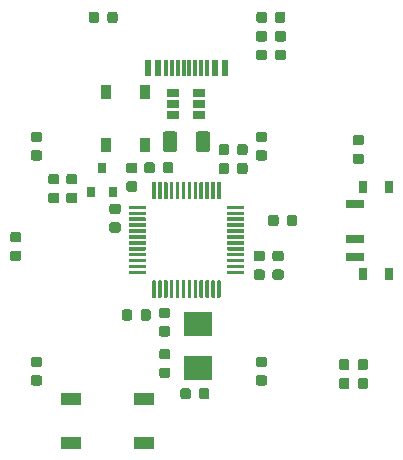
<source format=gbr>
G04 #@! TF.GenerationSoftware,KiCad,Pcbnew,(5.1.5-0-10_14)*
G04 #@! TF.CreationDate,2020-10-23T09:09:01-05:00*
G04 #@! TF.ProjectId,Generic_STM32_Keyboard,47656e65-7269-4635-9f53-544d33325f4b,rev?*
G04 #@! TF.SameCoordinates,Original*
G04 #@! TF.FileFunction,Paste,Bot*
G04 #@! TF.FilePolarity,Positive*
%FSLAX46Y46*%
G04 Gerber Fmt 4.6, Leading zero omitted, Abs format (unit mm)*
G04 Created by KiCad (PCBNEW (5.1.5-0-10_14)) date 2020-10-23 09:09:01*
%MOMM*%
%LPD*%
G04 APERTURE LIST*
%ADD10R,2.400000X2.000000*%
%ADD11C,0.100000*%
%ADD12R,0.600000X1.450000*%
%ADD13R,0.300000X1.450000*%
%ADD14R,0.800000X0.900000*%
%ADD15R,1.060000X0.650000*%
%ADD16R,1.800000X1.100000*%
%ADD17R,0.900000X1.200000*%
%ADD18R,0.800000X1.000000*%
%ADD19R,1.500000X0.700000*%
G04 APERTURE END LIST*
D10*
X58115200Y-65104400D03*
X58115200Y-68804400D03*
D11*
G36*
X71977691Y-49076053D02*
G01*
X71998926Y-49079203D01*
X72019750Y-49084419D01*
X72039962Y-49091651D01*
X72059368Y-49100830D01*
X72077781Y-49111866D01*
X72095024Y-49124654D01*
X72110930Y-49139070D01*
X72125346Y-49154976D01*
X72138134Y-49172219D01*
X72149170Y-49190632D01*
X72158349Y-49210038D01*
X72165581Y-49230250D01*
X72170797Y-49251074D01*
X72173947Y-49272309D01*
X72175000Y-49293750D01*
X72175000Y-49731250D01*
X72173947Y-49752691D01*
X72170797Y-49773926D01*
X72165581Y-49794750D01*
X72158349Y-49814962D01*
X72149170Y-49834368D01*
X72138134Y-49852781D01*
X72125346Y-49870024D01*
X72110930Y-49885930D01*
X72095024Y-49900346D01*
X72077781Y-49913134D01*
X72059368Y-49924170D01*
X72039962Y-49933349D01*
X72019750Y-49940581D01*
X71998926Y-49945797D01*
X71977691Y-49948947D01*
X71956250Y-49950000D01*
X71443750Y-49950000D01*
X71422309Y-49948947D01*
X71401074Y-49945797D01*
X71380250Y-49940581D01*
X71360038Y-49933349D01*
X71340632Y-49924170D01*
X71322219Y-49913134D01*
X71304976Y-49900346D01*
X71289070Y-49885930D01*
X71274654Y-49870024D01*
X71261866Y-49852781D01*
X71250830Y-49834368D01*
X71241651Y-49814962D01*
X71234419Y-49794750D01*
X71229203Y-49773926D01*
X71226053Y-49752691D01*
X71225000Y-49731250D01*
X71225000Y-49293750D01*
X71226053Y-49272309D01*
X71229203Y-49251074D01*
X71234419Y-49230250D01*
X71241651Y-49210038D01*
X71250830Y-49190632D01*
X71261866Y-49172219D01*
X71274654Y-49154976D01*
X71289070Y-49139070D01*
X71304976Y-49124654D01*
X71322219Y-49111866D01*
X71340632Y-49100830D01*
X71360038Y-49091651D01*
X71380250Y-49084419D01*
X71401074Y-49079203D01*
X71422309Y-49076053D01*
X71443750Y-49075000D01*
X71956250Y-49075000D01*
X71977691Y-49076053D01*
G37*
G36*
X71977691Y-50651053D02*
G01*
X71998926Y-50654203D01*
X72019750Y-50659419D01*
X72039962Y-50666651D01*
X72059368Y-50675830D01*
X72077781Y-50686866D01*
X72095024Y-50699654D01*
X72110930Y-50714070D01*
X72125346Y-50729976D01*
X72138134Y-50747219D01*
X72149170Y-50765632D01*
X72158349Y-50785038D01*
X72165581Y-50805250D01*
X72170797Y-50826074D01*
X72173947Y-50847309D01*
X72175000Y-50868750D01*
X72175000Y-51306250D01*
X72173947Y-51327691D01*
X72170797Y-51348926D01*
X72165581Y-51369750D01*
X72158349Y-51389962D01*
X72149170Y-51409368D01*
X72138134Y-51427781D01*
X72125346Y-51445024D01*
X72110930Y-51460930D01*
X72095024Y-51475346D01*
X72077781Y-51488134D01*
X72059368Y-51499170D01*
X72039962Y-51508349D01*
X72019750Y-51515581D01*
X71998926Y-51520797D01*
X71977691Y-51523947D01*
X71956250Y-51525000D01*
X71443750Y-51525000D01*
X71422309Y-51523947D01*
X71401074Y-51520797D01*
X71380250Y-51515581D01*
X71360038Y-51508349D01*
X71340632Y-51499170D01*
X71322219Y-51488134D01*
X71304976Y-51475346D01*
X71289070Y-51460930D01*
X71274654Y-51445024D01*
X71261866Y-51427781D01*
X71250830Y-51409368D01*
X71241651Y-51389962D01*
X71234419Y-51369750D01*
X71229203Y-51348926D01*
X71226053Y-51327691D01*
X71225000Y-51306250D01*
X71225000Y-50868750D01*
X71226053Y-50847309D01*
X71229203Y-50826074D01*
X71234419Y-50805250D01*
X71241651Y-50785038D01*
X71250830Y-50765632D01*
X71261866Y-50747219D01*
X71274654Y-50729976D01*
X71289070Y-50714070D01*
X71304976Y-50699654D01*
X71322219Y-50686866D01*
X71340632Y-50675830D01*
X71360038Y-50666651D01*
X71380250Y-50659419D01*
X71401074Y-50654203D01*
X71422309Y-50651053D01*
X71443750Y-50650000D01*
X71956250Y-50650000D01*
X71977691Y-50651053D01*
G37*
G36*
X58949504Y-48757804D02*
G01*
X58973773Y-48761404D01*
X58997571Y-48767365D01*
X59020671Y-48775630D01*
X59042849Y-48786120D01*
X59063893Y-48798733D01*
X59083598Y-48813347D01*
X59101777Y-48829823D01*
X59118253Y-48848002D01*
X59132867Y-48867707D01*
X59145480Y-48888751D01*
X59155970Y-48910929D01*
X59164235Y-48934029D01*
X59170196Y-48957827D01*
X59173796Y-48982096D01*
X59175000Y-49006600D01*
X59175000Y-50256600D01*
X59173796Y-50281104D01*
X59170196Y-50305373D01*
X59164235Y-50329171D01*
X59155970Y-50352271D01*
X59145480Y-50374449D01*
X59132867Y-50395493D01*
X59118253Y-50415198D01*
X59101777Y-50433377D01*
X59083598Y-50449853D01*
X59063893Y-50464467D01*
X59042849Y-50477080D01*
X59020671Y-50487570D01*
X58997571Y-50495835D01*
X58973773Y-50501796D01*
X58949504Y-50505396D01*
X58925000Y-50506600D01*
X58175000Y-50506600D01*
X58150496Y-50505396D01*
X58126227Y-50501796D01*
X58102429Y-50495835D01*
X58079329Y-50487570D01*
X58057151Y-50477080D01*
X58036107Y-50464467D01*
X58016402Y-50449853D01*
X57998223Y-50433377D01*
X57981747Y-50415198D01*
X57967133Y-50395493D01*
X57954520Y-50374449D01*
X57944030Y-50352271D01*
X57935765Y-50329171D01*
X57929804Y-50305373D01*
X57926204Y-50281104D01*
X57925000Y-50256600D01*
X57925000Y-49006600D01*
X57926204Y-48982096D01*
X57929804Y-48957827D01*
X57935765Y-48934029D01*
X57944030Y-48910929D01*
X57954520Y-48888751D01*
X57967133Y-48867707D01*
X57981747Y-48848002D01*
X57998223Y-48829823D01*
X58016402Y-48813347D01*
X58036107Y-48798733D01*
X58057151Y-48786120D01*
X58079329Y-48775630D01*
X58102429Y-48767365D01*
X58126227Y-48761404D01*
X58150496Y-48757804D01*
X58175000Y-48756600D01*
X58925000Y-48756600D01*
X58949504Y-48757804D01*
G37*
G36*
X56149504Y-48757804D02*
G01*
X56173773Y-48761404D01*
X56197571Y-48767365D01*
X56220671Y-48775630D01*
X56242849Y-48786120D01*
X56263893Y-48798733D01*
X56283598Y-48813347D01*
X56301777Y-48829823D01*
X56318253Y-48848002D01*
X56332867Y-48867707D01*
X56345480Y-48888751D01*
X56355970Y-48910929D01*
X56364235Y-48934029D01*
X56370196Y-48957827D01*
X56373796Y-48982096D01*
X56375000Y-49006600D01*
X56375000Y-50256600D01*
X56373796Y-50281104D01*
X56370196Y-50305373D01*
X56364235Y-50329171D01*
X56355970Y-50352271D01*
X56345480Y-50374449D01*
X56332867Y-50395493D01*
X56318253Y-50415198D01*
X56301777Y-50433377D01*
X56283598Y-50449853D01*
X56263893Y-50464467D01*
X56242849Y-50477080D01*
X56220671Y-50487570D01*
X56197571Y-50495835D01*
X56173773Y-50501796D01*
X56149504Y-50505396D01*
X56125000Y-50506600D01*
X55375000Y-50506600D01*
X55350496Y-50505396D01*
X55326227Y-50501796D01*
X55302429Y-50495835D01*
X55279329Y-50487570D01*
X55257151Y-50477080D01*
X55236107Y-50464467D01*
X55216402Y-50449853D01*
X55198223Y-50433377D01*
X55181747Y-50415198D01*
X55167133Y-50395493D01*
X55154520Y-50374449D01*
X55144030Y-50352271D01*
X55135765Y-50329171D01*
X55129804Y-50305373D01*
X55126204Y-50281104D01*
X55125000Y-50256600D01*
X55125000Y-49006600D01*
X55126204Y-48982096D01*
X55129804Y-48957827D01*
X55135765Y-48934029D01*
X55144030Y-48910929D01*
X55154520Y-48888751D01*
X55167133Y-48867707D01*
X55181747Y-48848002D01*
X55198223Y-48829823D01*
X55216402Y-48813347D01*
X55236107Y-48798733D01*
X55257151Y-48786120D01*
X55279329Y-48775630D01*
X55302429Y-48767365D01*
X55326227Y-48761404D01*
X55350496Y-48757804D01*
X55375000Y-48756600D01*
X56125000Y-48756600D01*
X56149504Y-48757804D01*
G37*
D12*
X60375000Y-43413750D03*
X53925000Y-43413750D03*
X59600000Y-43413750D03*
X54700000Y-43413750D03*
D13*
X55400000Y-43413750D03*
X58900000Y-43413750D03*
X55900000Y-43413750D03*
X58400000Y-43413750D03*
X56400000Y-43413750D03*
X57900000Y-43413750D03*
X57400000Y-43413750D03*
X56900000Y-43413750D03*
D14*
X49987200Y-51866800D03*
X49037200Y-53866800D03*
X50937200Y-53866800D03*
D15*
X58250000Y-46431200D03*
X58250000Y-47381200D03*
X58250000Y-45481200D03*
X56050000Y-45481200D03*
X56050000Y-46431200D03*
X56050000Y-47381200D03*
D11*
G36*
X61982351Y-60544111D02*
G01*
X61989632Y-60545191D01*
X61996771Y-60546979D01*
X62003701Y-60549459D01*
X62010355Y-60552606D01*
X62016668Y-60556390D01*
X62022579Y-60560774D01*
X62028033Y-60565717D01*
X62032976Y-60571171D01*
X62037360Y-60577082D01*
X62041144Y-60583395D01*
X62044291Y-60590049D01*
X62046771Y-60596979D01*
X62048559Y-60604118D01*
X62049639Y-60611399D01*
X62050000Y-60618750D01*
X62050000Y-60768750D01*
X62049639Y-60776101D01*
X62048559Y-60783382D01*
X62046771Y-60790521D01*
X62044291Y-60797451D01*
X62041144Y-60804105D01*
X62037360Y-60810418D01*
X62032976Y-60816329D01*
X62028033Y-60821783D01*
X62022579Y-60826726D01*
X62016668Y-60831110D01*
X62010355Y-60834894D01*
X62003701Y-60838041D01*
X61996771Y-60840521D01*
X61989632Y-60842309D01*
X61982351Y-60843389D01*
X61975000Y-60843750D01*
X60650000Y-60843750D01*
X60642649Y-60843389D01*
X60635368Y-60842309D01*
X60628229Y-60840521D01*
X60621299Y-60838041D01*
X60614645Y-60834894D01*
X60608332Y-60831110D01*
X60602421Y-60826726D01*
X60596967Y-60821783D01*
X60592024Y-60816329D01*
X60587640Y-60810418D01*
X60583856Y-60804105D01*
X60580709Y-60797451D01*
X60578229Y-60790521D01*
X60576441Y-60783382D01*
X60575361Y-60776101D01*
X60575000Y-60768750D01*
X60575000Y-60618750D01*
X60575361Y-60611399D01*
X60576441Y-60604118D01*
X60578229Y-60596979D01*
X60580709Y-60590049D01*
X60583856Y-60583395D01*
X60587640Y-60577082D01*
X60592024Y-60571171D01*
X60596967Y-60565717D01*
X60602421Y-60560774D01*
X60608332Y-60556390D01*
X60614645Y-60552606D01*
X60621299Y-60549459D01*
X60628229Y-60546979D01*
X60635368Y-60545191D01*
X60642649Y-60544111D01*
X60650000Y-60543750D01*
X61975000Y-60543750D01*
X61982351Y-60544111D01*
G37*
G36*
X61982351Y-60044111D02*
G01*
X61989632Y-60045191D01*
X61996771Y-60046979D01*
X62003701Y-60049459D01*
X62010355Y-60052606D01*
X62016668Y-60056390D01*
X62022579Y-60060774D01*
X62028033Y-60065717D01*
X62032976Y-60071171D01*
X62037360Y-60077082D01*
X62041144Y-60083395D01*
X62044291Y-60090049D01*
X62046771Y-60096979D01*
X62048559Y-60104118D01*
X62049639Y-60111399D01*
X62050000Y-60118750D01*
X62050000Y-60268750D01*
X62049639Y-60276101D01*
X62048559Y-60283382D01*
X62046771Y-60290521D01*
X62044291Y-60297451D01*
X62041144Y-60304105D01*
X62037360Y-60310418D01*
X62032976Y-60316329D01*
X62028033Y-60321783D01*
X62022579Y-60326726D01*
X62016668Y-60331110D01*
X62010355Y-60334894D01*
X62003701Y-60338041D01*
X61996771Y-60340521D01*
X61989632Y-60342309D01*
X61982351Y-60343389D01*
X61975000Y-60343750D01*
X60650000Y-60343750D01*
X60642649Y-60343389D01*
X60635368Y-60342309D01*
X60628229Y-60340521D01*
X60621299Y-60338041D01*
X60614645Y-60334894D01*
X60608332Y-60331110D01*
X60602421Y-60326726D01*
X60596967Y-60321783D01*
X60592024Y-60316329D01*
X60587640Y-60310418D01*
X60583856Y-60304105D01*
X60580709Y-60297451D01*
X60578229Y-60290521D01*
X60576441Y-60283382D01*
X60575361Y-60276101D01*
X60575000Y-60268750D01*
X60575000Y-60118750D01*
X60575361Y-60111399D01*
X60576441Y-60104118D01*
X60578229Y-60096979D01*
X60580709Y-60090049D01*
X60583856Y-60083395D01*
X60587640Y-60077082D01*
X60592024Y-60071171D01*
X60596967Y-60065717D01*
X60602421Y-60060774D01*
X60608332Y-60056390D01*
X60614645Y-60052606D01*
X60621299Y-60049459D01*
X60628229Y-60046979D01*
X60635368Y-60045191D01*
X60642649Y-60044111D01*
X60650000Y-60043750D01*
X61975000Y-60043750D01*
X61982351Y-60044111D01*
G37*
G36*
X61982351Y-59544111D02*
G01*
X61989632Y-59545191D01*
X61996771Y-59546979D01*
X62003701Y-59549459D01*
X62010355Y-59552606D01*
X62016668Y-59556390D01*
X62022579Y-59560774D01*
X62028033Y-59565717D01*
X62032976Y-59571171D01*
X62037360Y-59577082D01*
X62041144Y-59583395D01*
X62044291Y-59590049D01*
X62046771Y-59596979D01*
X62048559Y-59604118D01*
X62049639Y-59611399D01*
X62050000Y-59618750D01*
X62050000Y-59768750D01*
X62049639Y-59776101D01*
X62048559Y-59783382D01*
X62046771Y-59790521D01*
X62044291Y-59797451D01*
X62041144Y-59804105D01*
X62037360Y-59810418D01*
X62032976Y-59816329D01*
X62028033Y-59821783D01*
X62022579Y-59826726D01*
X62016668Y-59831110D01*
X62010355Y-59834894D01*
X62003701Y-59838041D01*
X61996771Y-59840521D01*
X61989632Y-59842309D01*
X61982351Y-59843389D01*
X61975000Y-59843750D01*
X60650000Y-59843750D01*
X60642649Y-59843389D01*
X60635368Y-59842309D01*
X60628229Y-59840521D01*
X60621299Y-59838041D01*
X60614645Y-59834894D01*
X60608332Y-59831110D01*
X60602421Y-59826726D01*
X60596967Y-59821783D01*
X60592024Y-59816329D01*
X60587640Y-59810418D01*
X60583856Y-59804105D01*
X60580709Y-59797451D01*
X60578229Y-59790521D01*
X60576441Y-59783382D01*
X60575361Y-59776101D01*
X60575000Y-59768750D01*
X60575000Y-59618750D01*
X60575361Y-59611399D01*
X60576441Y-59604118D01*
X60578229Y-59596979D01*
X60580709Y-59590049D01*
X60583856Y-59583395D01*
X60587640Y-59577082D01*
X60592024Y-59571171D01*
X60596967Y-59565717D01*
X60602421Y-59560774D01*
X60608332Y-59556390D01*
X60614645Y-59552606D01*
X60621299Y-59549459D01*
X60628229Y-59546979D01*
X60635368Y-59545191D01*
X60642649Y-59544111D01*
X60650000Y-59543750D01*
X61975000Y-59543750D01*
X61982351Y-59544111D01*
G37*
G36*
X61982351Y-59044111D02*
G01*
X61989632Y-59045191D01*
X61996771Y-59046979D01*
X62003701Y-59049459D01*
X62010355Y-59052606D01*
X62016668Y-59056390D01*
X62022579Y-59060774D01*
X62028033Y-59065717D01*
X62032976Y-59071171D01*
X62037360Y-59077082D01*
X62041144Y-59083395D01*
X62044291Y-59090049D01*
X62046771Y-59096979D01*
X62048559Y-59104118D01*
X62049639Y-59111399D01*
X62050000Y-59118750D01*
X62050000Y-59268750D01*
X62049639Y-59276101D01*
X62048559Y-59283382D01*
X62046771Y-59290521D01*
X62044291Y-59297451D01*
X62041144Y-59304105D01*
X62037360Y-59310418D01*
X62032976Y-59316329D01*
X62028033Y-59321783D01*
X62022579Y-59326726D01*
X62016668Y-59331110D01*
X62010355Y-59334894D01*
X62003701Y-59338041D01*
X61996771Y-59340521D01*
X61989632Y-59342309D01*
X61982351Y-59343389D01*
X61975000Y-59343750D01*
X60650000Y-59343750D01*
X60642649Y-59343389D01*
X60635368Y-59342309D01*
X60628229Y-59340521D01*
X60621299Y-59338041D01*
X60614645Y-59334894D01*
X60608332Y-59331110D01*
X60602421Y-59326726D01*
X60596967Y-59321783D01*
X60592024Y-59316329D01*
X60587640Y-59310418D01*
X60583856Y-59304105D01*
X60580709Y-59297451D01*
X60578229Y-59290521D01*
X60576441Y-59283382D01*
X60575361Y-59276101D01*
X60575000Y-59268750D01*
X60575000Y-59118750D01*
X60575361Y-59111399D01*
X60576441Y-59104118D01*
X60578229Y-59096979D01*
X60580709Y-59090049D01*
X60583856Y-59083395D01*
X60587640Y-59077082D01*
X60592024Y-59071171D01*
X60596967Y-59065717D01*
X60602421Y-59060774D01*
X60608332Y-59056390D01*
X60614645Y-59052606D01*
X60621299Y-59049459D01*
X60628229Y-59046979D01*
X60635368Y-59045191D01*
X60642649Y-59044111D01*
X60650000Y-59043750D01*
X61975000Y-59043750D01*
X61982351Y-59044111D01*
G37*
G36*
X61982351Y-58544111D02*
G01*
X61989632Y-58545191D01*
X61996771Y-58546979D01*
X62003701Y-58549459D01*
X62010355Y-58552606D01*
X62016668Y-58556390D01*
X62022579Y-58560774D01*
X62028033Y-58565717D01*
X62032976Y-58571171D01*
X62037360Y-58577082D01*
X62041144Y-58583395D01*
X62044291Y-58590049D01*
X62046771Y-58596979D01*
X62048559Y-58604118D01*
X62049639Y-58611399D01*
X62050000Y-58618750D01*
X62050000Y-58768750D01*
X62049639Y-58776101D01*
X62048559Y-58783382D01*
X62046771Y-58790521D01*
X62044291Y-58797451D01*
X62041144Y-58804105D01*
X62037360Y-58810418D01*
X62032976Y-58816329D01*
X62028033Y-58821783D01*
X62022579Y-58826726D01*
X62016668Y-58831110D01*
X62010355Y-58834894D01*
X62003701Y-58838041D01*
X61996771Y-58840521D01*
X61989632Y-58842309D01*
X61982351Y-58843389D01*
X61975000Y-58843750D01*
X60650000Y-58843750D01*
X60642649Y-58843389D01*
X60635368Y-58842309D01*
X60628229Y-58840521D01*
X60621299Y-58838041D01*
X60614645Y-58834894D01*
X60608332Y-58831110D01*
X60602421Y-58826726D01*
X60596967Y-58821783D01*
X60592024Y-58816329D01*
X60587640Y-58810418D01*
X60583856Y-58804105D01*
X60580709Y-58797451D01*
X60578229Y-58790521D01*
X60576441Y-58783382D01*
X60575361Y-58776101D01*
X60575000Y-58768750D01*
X60575000Y-58618750D01*
X60575361Y-58611399D01*
X60576441Y-58604118D01*
X60578229Y-58596979D01*
X60580709Y-58590049D01*
X60583856Y-58583395D01*
X60587640Y-58577082D01*
X60592024Y-58571171D01*
X60596967Y-58565717D01*
X60602421Y-58560774D01*
X60608332Y-58556390D01*
X60614645Y-58552606D01*
X60621299Y-58549459D01*
X60628229Y-58546979D01*
X60635368Y-58545191D01*
X60642649Y-58544111D01*
X60650000Y-58543750D01*
X61975000Y-58543750D01*
X61982351Y-58544111D01*
G37*
G36*
X61982351Y-58044111D02*
G01*
X61989632Y-58045191D01*
X61996771Y-58046979D01*
X62003701Y-58049459D01*
X62010355Y-58052606D01*
X62016668Y-58056390D01*
X62022579Y-58060774D01*
X62028033Y-58065717D01*
X62032976Y-58071171D01*
X62037360Y-58077082D01*
X62041144Y-58083395D01*
X62044291Y-58090049D01*
X62046771Y-58096979D01*
X62048559Y-58104118D01*
X62049639Y-58111399D01*
X62050000Y-58118750D01*
X62050000Y-58268750D01*
X62049639Y-58276101D01*
X62048559Y-58283382D01*
X62046771Y-58290521D01*
X62044291Y-58297451D01*
X62041144Y-58304105D01*
X62037360Y-58310418D01*
X62032976Y-58316329D01*
X62028033Y-58321783D01*
X62022579Y-58326726D01*
X62016668Y-58331110D01*
X62010355Y-58334894D01*
X62003701Y-58338041D01*
X61996771Y-58340521D01*
X61989632Y-58342309D01*
X61982351Y-58343389D01*
X61975000Y-58343750D01*
X60650000Y-58343750D01*
X60642649Y-58343389D01*
X60635368Y-58342309D01*
X60628229Y-58340521D01*
X60621299Y-58338041D01*
X60614645Y-58334894D01*
X60608332Y-58331110D01*
X60602421Y-58326726D01*
X60596967Y-58321783D01*
X60592024Y-58316329D01*
X60587640Y-58310418D01*
X60583856Y-58304105D01*
X60580709Y-58297451D01*
X60578229Y-58290521D01*
X60576441Y-58283382D01*
X60575361Y-58276101D01*
X60575000Y-58268750D01*
X60575000Y-58118750D01*
X60575361Y-58111399D01*
X60576441Y-58104118D01*
X60578229Y-58096979D01*
X60580709Y-58090049D01*
X60583856Y-58083395D01*
X60587640Y-58077082D01*
X60592024Y-58071171D01*
X60596967Y-58065717D01*
X60602421Y-58060774D01*
X60608332Y-58056390D01*
X60614645Y-58052606D01*
X60621299Y-58049459D01*
X60628229Y-58046979D01*
X60635368Y-58045191D01*
X60642649Y-58044111D01*
X60650000Y-58043750D01*
X61975000Y-58043750D01*
X61982351Y-58044111D01*
G37*
G36*
X61982351Y-57544111D02*
G01*
X61989632Y-57545191D01*
X61996771Y-57546979D01*
X62003701Y-57549459D01*
X62010355Y-57552606D01*
X62016668Y-57556390D01*
X62022579Y-57560774D01*
X62028033Y-57565717D01*
X62032976Y-57571171D01*
X62037360Y-57577082D01*
X62041144Y-57583395D01*
X62044291Y-57590049D01*
X62046771Y-57596979D01*
X62048559Y-57604118D01*
X62049639Y-57611399D01*
X62050000Y-57618750D01*
X62050000Y-57768750D01*
X62049639Y-57776101D01*
X62048559Y-57783382D01*
X62046771Y-57790521D01*
X62044291Y-57797451D01*
X62041144Y-57804105D01*
X62037360Y-57810418D01*
X62032976Y-57816329D01*
X62028033Y-57821783D01*
X62022579Y-57826726D01*
X62016668Y-57831110D01*
X62010355Y-57834894D01*
X62003701Y-57838041D01*
X61996771Y-57840521D01*
X61989632Y-57842309D01*
X61982351Y-57843389D01*
X61975000Y-57843750D01*
X60650000Y-57843750D01*
X60642649Y-57843389D01*
X60635368Y-57842309D01*
X60628229Y-57840521D01*
X60621299Y-57838041D01*
X60614645Y-57834894D01*
X60608332Y-57831110D01*
X60602421Y-57826726D01*
X60596967Y-57821783D01*
X60592024Y-57816329D01*
X60587640Y-57810418D01*
X60583856Y-57804105D01*
X60580709Y-57797451D01*
X60578229Y-57790521D01*
X60576441Y-57783382D01*
X60575361Y-57776101D01*
X60575000Y-57768750D01*
X60575000Y-57618750D01*
X60575361Y-57611399D01*
X60576441Y-57604118D01*
X60578229Y-57596979D01*
X60580709Y-57590049D01*
X60583856Y-57583395D01*
X60587640Y-57577082D01*
X60592024Y-57571171D01*
X60596967Y-57565717D01*
X60602421Y-57560774D01*
X60608332Y-57556390D01*
X60614645Y-57552606D01*
X60621299Y-57549459D01*
X60628229Y-57546979D01*
X60635368Y-57545191D01*
X60642649Y-57544111D01*
X60650000Y-57543750D01*
X61975000Y-57543750D01*
X61982351Y-57544111D01*
G37*
G36*
X61982351Y-57044111D02*
G01*
X61989632Y-57045191D01*
X61996771Y-57046979D01*
X62003701Y-57049459D01*
X62010355Y-57052606D01*
X62016668Y-57056390D01*
X62022579Y-57060774D01*
X62028033Y-57065717D01*
X62032976Y-57071171D01*
X62037360Y-57077082D01*
X62041144Y-57083395D01*
X62044291Y-57090049D01*
X62046771Y-57096979D01*
X62048559Y-57104118D01*
X62049639Y-57111399D01*
X62050000Y-57118750D01*
X62050000Y-57268750D01*
X62049639Y-57276101D01*
X62048559Y-57283382D01*
X62046771Y-57290521D01*
X62044291Y-57297451D01*
X62041144Y-57304105D01*
X62037360Y-57310418D01*
X62032976Y-57316329D01*
X62028033Y-57321783D01*
X62022579Y-57326726D01*
X62016668Y-57331110D01*
X62010355Y-57334894D01*
X62003701Y-57338041D01*
X61996771Y-57340521D01*
X61989632Y-57342309D01*
X61982351Y-57343389D01*
X61975000Y-57343750D01*
X60650000Y-57343750D01*
X60642649Y-57343389D01*
X60635368Y-57342309D01*
X60628229Y-57340521D01*
X60621299Y-57338041D01*
X60614645Y-57334894D01*
X60608332Y-57331110D01*
X60602421Y-57326726D01*
X60596967Y-57321783D01*
X60592024Y-57316329D01*
X60587640Y-57310418D01*
X60583856Y-57304105D01*
X60580709Y-57297451D01*
X60578229Y-57290521D01*
X60576441Y-57283382D01*
X60575361Y-57276101D01*
X60575000Y-57268750D01*
X60575000Y-57118750D01*
X60575361Y-57111399D01*
X60576441Y-57104118D01*
X60578229Y-57096979D01*
X60580709Y-57090049D01*
X60583856Y-57083395D01*
X60587640Y-57077082D01*
X60592024Y-57071171D01*
X60596967Y-57065717D01*
X60602421Y-57060774D01*
X60608332Y-57056390D01*
X60614645Y-57052606D01*
X60621299Y-57049459D01*
X60628229Y-57046979D01*
X60635368Y-57045191D01*
X60642649Y-57044111D01*
X60650000Y-57043750D01*
X61975000Y-57043750D01*
X61982351Y-57044111D01*
G37*
G36*
X61982351Y-56544111D02*
G01*
X61989632Y-56545191D01*
X61996771Y-56546979D01*
X62003701Y-56549459D01*
X62010355Y-56552606D01*
X62016668Y-56556390D01*
X62022579Y-56560774D01*
X62028033Y-56565717D01*
X62032976Y-56571171D01*
X62037360Y-56577082D01*
X62041144Y-56583395D01*
X62044291Y-56590049D01*
X62046771Y-56596979D01*
X62048559Y-56604118D01*
X62049639Y-56611399D01*
X62050000Y-56618750D01*
X62050000Y-56768750D01*
X62049639Y-56776101D01*
X62048559Y-56783382D01*
X62046771Y-56790521D01*
X62044291Y-56797451D01*
X62041144Y-56804105D01*
X62037360Y-56810418D01*
X62032976Y-56816329D01*
X62028033Y-56821783D01*
X62022579Y-56826726D01*
X62016668Y-56831110D01*
X62010355Y-56834894D01*
X62003701Y-56838041D01*
X61996771Y-56840521D01*
X61989632Y-56842309D01*
X61982351Y-56843389D01*
X61975000Y-56843750D01*
X60650000Y-56843750D01*
X60642649Y-56843389D01*
X60635368Y-56842309D01*
X60628229Y-56840521D01*
X60621299Y-56838041D01*
X60614645Y-56834894D01*
X60608332Y-56831110D01*
X60602421Y-56826726D01*
X60596967Y-56821783D01*
X60592024Y-56816329D01*
X60587640Y-56810418D01*
X60583856Y-56804105D01*
X60580709Y-56797451D01*
X60578229Y-56790521D01*
X60576441Y-56783382D01*
X60575361Y-56776101D01*
X60575000Y-56768750D01*
X60575000Y-56618750D01*
X60575361Y-56611399D01*
X60576441Y-56604118D01*
X60578229Y-56596979D01*
X60580709Y-56590049D01*
X60583856Y-56583395D01*
X60587640Y-56577082D01*
X60592024Y-56571171D01*
X60596967Y-56565717D01*
X60602421Y-56560774D01*
X60608332Y-56556390D01*
X60614645Y-56552606D01*
X60621299Y-56549459D01*
X60628229Y-56546979D01*
X60635368Y-56545191D01*
X60642649Y-56544111D01*
X60650000Y-56543750D01*
X61975000Y-56543750D01*
X61982351Y-56544111D01*
G37*
G36*
X61982351Y-56044111D02*
G01*
X61989632Y-56045191D01*
X61996771Y-56046979D01*
X62003701Y-56049459D01*
X62010355Y-56052606D01*
X62016668Y-56056390D01*
X62022579Y-56060774D01*
X62028033Y-56065717D01*
X62032976Y-56071171D01*
X62037360Y-56077082D01*
X62041144Y-56083395D01*
X62044291Y-56090049D01*
X62046771Y-56096979D01*
X62048559Y-56104118D01*
X62049639Y-56111399D01*
X62050000Y-56118750D01*
X62050000Y-56268750D01*
X62049639Y-56276101D01*
X62048559Y-56283382D01*
X62046771Y-56290521D01*
X62044291Y-56297451D01*
X62041144Y-56304105D01*
X62037360Y-56310418D01*
X62032976Y-56316329D01*
X62028033Y-56321783D01*
X62022579Y-56326726D01*
X62016668Y-56331110D01*
X62010355Y-56334894D01*
X62003701Y-56338041D01*
X61996771Y-56340521D01*
X61989632Y-56342309D01*
X61982351Y-56343389D01*
X61975000Y-56343750D01*
X60650000Y-56343750D01*
X60642649Y-56343389D01*
X60635368Y-56342309D01*
X60628229Y-56340521D01*
X60621299Y-56338041D01*
X60614645Y-56334894D01*
X60608332Y-56331110D01*
X60602421Y-56326726D01*
X60596967Y-56321783D01*
X60592024Y-56316329D01*
X60587640Y-56310418D01*
X60583856Y-56304105D01*
X60580709Y-56297451D01*
X60578229Y-56290521D01*
X60576441Y-56283382D01*
X60575361Y-56276101D01*
X60575000Y-56268750D01*
X60575000Y-56118750D01*
X60575361Y-56111399D01*
X60576441Y-56104118D01*
X60578229Y-56096979D01*
X60580709Y-56090049D01*
X60583856Y-56083395D01*
X60587640Y-56077082D01*
X60592024Y-56071171D01*
X60596967Y-56065717D01*
X60602421Y-56060774D01*
X60608332Y-56056390D01*
X60614645Y-56052606D01*
X60621299Y-56049459D01*
X60628229Y-56046979D01*
X60635368Y-56045191D01*
X60642649Y-56044111D01*
X60650000Y-56043750D01*
X61975000Y-56043750D01*
X61982351Y-56044111D01*
G37*
G36*
X61982351Y-55544111D02*
G01*
X61989632Y-55545191D01*
X61996771Y-55546979D01*
X62003701Y-55549459D01*
X62010355Y-55552606D01*
X62016668Y-55556390D01*
X62022579Y-55560774D01*
X62028033Y-55565717D01*
X62032976Y-55571171D01*
X62037360Y-55577082D01*
X62041144Y-55583395D01*
X62044291Y-55590049D01*
X62046771Y-55596979D01*
X62048559Y-55604118D01*
X62049639Y-55611399D01*
X62050000Y-55618750D01*
X62050000Y-55768750D01*
X62049639Y-55776101D01*
X62048559Y-55783382D01*
X62046771Y-55790521D01*
X62044291Y-55797451D01*
X62041144Y-55804105D01*
X62037360Y-55810418D01*
X62032976Y-55816329D01*
X62028033Y-55821783D01*
X62022579Y-55826726D01*
X62016668Y-55831110D01*
X62010355Y-55834894D01*
X62003701Y-55838041D01*
X61996771Y-55840521D01*
X61989632Y-55842309D01*
X61982351Y-55843389D01*
X61975000Y-55843750D01*
X60650000Y-55843750D01*
X60642649Y-55843389D01*
X60635368Y-55842309D01*
X60628229Y-55840521D01*
X60621299Y-55838041D01*
X60614645Y-55834894D01*
X60608332Y-55831110D01*
X60602421Y-55826726D01*
X60596967Y-55821783D01*
X60592024Y-55816329D01*
X60587640Y-55810418D01*
X60583856Y-55804105D01*
X60580709Y-55797451D01*
X60578229Y-55790521D01*
X60576441Y-55783382D01*
X60575361Y-55776101D01*
X60575000Y-55768750D01*
X60575000Y-55618750D01*
X60575361Y-55611399D01*
X60576441Y-55604118D01*
X60578229Y-55596979D01*
X60580709Y-55590049D01*
X60583856Y-55583395D01*
X60587640Y-55577082D01*
X60592024Y-55571171D01*
X60596967Y-55565717D01*
X60602421Y-55560774D01*
X60608332Y-55556390D01*
X60614645Y-55552606D01*
X60621299Y-55549459D01*
X60628229Y-55546979D01*
X60635368Y-55545191D01*
X60642649Y-55544111D01*
X60650000Y-55543750D01*
X61975000Y-55543750D01*
X61982351Y-55544111D01*
G37*
G36*
X61982351Y-55044111D02*
G01*
X61989632Y-55045191D01*
X61996771Y-55046979D01*
X62003701Y-55049459D01*
X62010355Y-55052606D01*
X62016668Y-55056390D01*
X62022579Y-55060774D01*
X62028033Y-55065717D01*
X62032976Y-55071171D01*
X62037360Y-55077082D01*
X62041144Y-55083395D01*
X62044291Y-55090049D01*
X62046771Y-55096979D01*
X62048559Y-55104118D01*
X62049639Y-55111399D01*
X62050000Y-55118750D01*
X62050000Y-55268750D01*
X62049639Y-55276101D01*
X62048559Y-55283382D01*
X62046771Y-55290521D01*
X62044291Y-55297451D01*
X62041144Y-55304105D01*
X62037360Y-55310418D01*
X62032976Y-55316329D01*
X62028033Y-55321783D01*
X62022579Y-55326726D01*
X62016668Y-55331110D01*
X62010355Y-55334894D01*
X62003701Y-55338041D01*
X61996771Y-55340521D01*
X61989632Y-55342309D01*
X61982351Y-55343389D01*
X61975000Y-55343750D01*
X60650000Y-55343750D01*
X60642649Y-55343389D01*
X60635368Y-55342309D01*
X60628229Y-55340521D01*
X60621299Y-55338041D01*
X60614645Y-55334894D01*
X60608332Y-55331110D01*
X60602421Y-55326726D01*
X60596967Y-55321783D01*
X60592024Y-55316329D01*
X60587640Y-55310418D01*
X60583856Y-55304105D01*
X60580709Y-55297451D01*
X60578229Y-55290521D01*
X60576441Y-55283382D01*
X60575361Y-55276101D01*
X60575000Y-55268750D01*
X60575000Y-55118750D01*
X60575361Y-55111399D01*
X60576441Y-55104118D01*
X60578229Y-55096979D01*
X60580709Y-55090049D01*
X60583856Y-55083395D01*
X60587640Y-55077082D01*
X60592024Y-55071171D01*
X60596967Y-55065717D01*
X60602421Y-55060774D01*
X60608332Y-55056390D01*
X60614645Y-55052606D01*
X60621299Y-55049459D01*
X60628229Y-55046979D01*
X60635368Y-55045191D01*
X60642649Y-55044111D01*
X60650000Y-55043750D01*
X61975000Y-55043750D01*
X61982351Y-55044111D01*
G37*
G36*
X59982351Y-53044111D02*
G01*
X59989632Y-53045191D01*
X59996771Y-53046979D01*
X60003701Y-53049459D01*
X60010355Y-53052606D01*
X60016668Y-53056390D01*
X60022579Y-53060774D01*
X60028033Y-53065717D01*
X60032976Y-53071171D01*
X60037360Y-53077082D01*
X60041144Y-53083395D01*
X60044291Y-53090049D01*
X60046771Y-53096979D01*
X60048559Y-53104118D01*
X60049639Y-53111399D01*
X60050000Y-53118750D01*
X60050000Y-54443750D01*
X60049639Y-54451101D01*
X60048559Y-54458382D01*
X60046771Y-54465521D01*
X60044291Y-54472451D01*
X60041144Y-54479105D01*
X60037360Y-54485418D01*
X60032976Y-54491329D01*
X60028033Y-54496783D01*
X60022579Y-54501726D01*
X60016668Y-54506110D01*
X60010355Y-54509894D01*
X60003701Y-54513041D01*
X59996771Y-54515521D01*
X59989632Y-54517309D01*
X59982351Y-54518389D01*
X59975000Y-54518750D01*
X59825000Y-54518750D01*
X59817649Y-54518389D01*
X59810368Y-54517309D01*
X59803229Y-54515521D01*
X59796299Y-54513041D01*
X59789645Y-54509894D01*
X59783332Y-54506110D01*
X59777421Y-54501726D01*
X59771967Y-54496783D01*
X59767024Y-54491329D01*
X59762640Y-54485418D01*
X59758856Y-54479105D01*
X59755709Y-54472451D01*
X59753229Y-54465521D01*
X59751441Y-54458382D01*
X59750361Y-54451101D01*
X59750000Y-54443750D01*
X59750000Y-53118750D01*
X59750361Y-53111399D01*
X59751441Y-53104118D01*
X59753229Y-53096979D01*
X59755709Y-53090049D01*
X59758856Y-53083395D01*
X59762640Y-53077082D01*
X59767024Y-53071171D01*
X59771967Y-53065717D01*
X59777421Y-53060774D01*
X59783332Y-53056390D01*
X59789645Y-53052606D01*
X59796299Y-53049459D01*
X59803229Y-53046979D01*
X59810368Y-53045191D01*
X59817649Y-53044111D01*
X59825000Y-53043750D01*
X59975000Y-53043750D01*
X59982351Y-53044111D01*
G37*
G36*
X59482351Y-53044111D02*
G01*
X59489632Y-53045191D01*
X59496771Y-53046979D01*
X59503701Y-53049459D01*
X59510355Y-53052606D01*
X59516668Y-53056390D01*
X59522579Y-53060774D01*
X59528033Y-53065717D01*
X59532976Y-53071171D01*
X59537360Y-53077082D01*
X59541144Y-53083395D01*
X59544291Y-53090049D01*
X59546771Y-53096979D01*
X59548559Y-53104118D01*
X59549639Y-53111399D01*
X59550000Y-53118750D01*
X59550000Y-54443750D01*
X59549639Y-54451101D01*
X59548559Y-54458382D01*
X59546771Y-54465521D01*
X59544291Y-54472451D01*
X59541144Y-54479105D01*
X59537360Y-54485418D01*
X59532976Y-54491329D01*
X59528033Y-54496783D01*
X59522579Y-54501726D01*
X59516668Y-54506110D01*
X59510355Y-54509894D01*
X59503701Y-54513041D01*
X59496771Y-54515521D01*
X59489632Y-54517309D01*
X59482351Y-54518389D01*
X59475000Y-54518750D01*
X59325000Y-54518750D01*
X59317649Y-54518389D01*
X59310368Y-54517309D01*
X59303229Y-54515521D01*
X59296299Y-54513041D01*
X59289645Y-54509894D01*
X59283332Y-54506110D01*
X59277421Y-54501726D01*
X59271967Y-54496783D01*
X59267024Y-54491329D01*
X59262640Y-54485418D01*
X59258856Y-54479105D01*
X59255709Y-54472451D01*
X59253229Y-54465521D01*
X59251441Y-54458382D01*
X59250361Y-54451101D01*
X59250000Y-54443750D01*
X59250000Y-53118750D01*
X59250361Y-53111399D01*
X59251441Y-53104118D01*
X59253229Y-53096979D01*
X59255709Y-53090049D01*
X59258856Y-53083395D01*
X59262640Y-53077082D01*
X59267024Y-53071171D01*
X59271967Y-53065717D01*
X59277421Y-53060774D01*
X59283332Y-53056390D01*
X59289645Y-53052606D01*
X59296299Y-53049459D01*
X59303229Y-53046979D01*
X59310368Y-53045191D01*
X59317649Y-53044111D01*
X59325000Y-53043750D01*
X59475000Y-53043750D01*
X59482351Y-53044111D01*
G37*
G36*
X58982351Y-53044111D02*
G01*
X58989632Y-53045191D01*
X58996771Y-53046979D01*
X59003701Y-53049459D01*
X59010355Y-53052606D01*
X59016668Y-53056390D01*
X59022579Y-53060774D01*
X59028033Y-53065717D01*
X59032976Y-53071171D01*
X59037360Y-53077082D01*
X59041144Y-53083395D01*
X59044291Y-53090049D01*
X59046771Y-53096979D01*
X59048559Y-53104118D01*
X59049639Y-53111399D01*
X59050000Y-53118750D01*
X59050000Y-54443750D01*
X59049639Y-54451101D01*
X59048559Y-54458382D01*
X59046771Y-54465521D01*
X59044291Y-54472451D01*
X59041144Y-54479105D01*
X59037360Y-54485418D01*
X59032976Y-54491329D01*
X59028033Y-54496783D01*
X59022579Y-54501726D01*
X59016668Y-54506110D01*
X59010355Y-54509894D01*
X59003701Y-54513041D01*
X58996771Y-54515521D01*
X58989632Y-54517309D01*
X58982351Y-54518389D01*
X58975000Y-54518750D01*
X58825000Y-54518750D01*
X58817649Y-54518389D01*
X58810368Y-54517309D01*
X58803229Y-54515521D01*
X58796299Y-54513041D01*
X58789645Y-54509894D01*
X58783332Y-54506110D01*
X58777421Y-54501726D01*
X58771967Y-54496783D01*
X58767024Y-54491329D01*
X58762640Y-54485418D01*
X58758856Y-54479105D01*
X58755709Y-54472451D01*
X58753229Y-54465521D01*
X58751441Y-54458382D01*
X58750361Y-54451101D01*
X58750000Y-54443750D01*
X58750000Y-53118750D01*
X58750361Y-53111399D01*
X58751441Y-53104118D01*
X58753229Y-53096979D01*
X58755709Y-53090049D01*
X58758856Y-53083395D01*
X58762640Y-53077082D01*
X58767024Y-53071171D01*
X58771967Y-53065717D01*
X58777421Y-53060774D01*
X58783332Y-53056390D01*
X58789645Y-53052606D01*
X58796299Y-53049459D01*
X58803229Y-53046979D01*
X58810368Y-53045191D01*
X58817649Y-53044111D01*
X58825000Y-53043750D01*
X58975000Y-53043750D01*
X58982351Y-53044111D01*
G37*
G36*
X58482351Y-53044111D02*
G01*
X58489632Y-53045191D01*
X58496771Y-53046979D01*
X58503701Y-53049459D01*
X58510355Y-53052606D01*
X58516668Y-53056390D01*
X58522579Y-53060774D01*
X58528033Y-53065717D01*
X58532976Y-53071171D01*
X58537360Y-53077082D01*
X58541144Y-53083395D01*
X58544291Y-53090049D01*
X58546771Y-53096979D01*
X58548559Y-53104118D01*
X58549639Y-53111399D01*
X58550000Y-53118750D01*
X58550000Y-54443750D01*
X58549639Y-54451101D01*
X58548559Y-54458382D01*
X58546771Y-54465521D01*
X58544291Y-54472451D01*
X58541144Y-54479105D01*
X58537360Y-54485418D01*
X58532976Y-54491329D01*
X58528033Y-54496783D01*
X58522579Y-54501726D01*
X58516668Y-54506110D01*
X58510355Y-54509894D01*
X58503701Y-54513041D01*
X58496771Y-54515521D01*
X58489632Y-54517309D01*
X58482351Y-54518389D01*
X58475000Y-54518750D01*
X58325000Y-54518750D01*
X58317649Y-54518389D01*
X58310368Y-54517309D01*
X58303229Y-54515521D01*
X58296299Y-54513041D01*
X58289645Y-54509894D01*
X58283332Y-54506110D01*
X58277421Y-54501726D01*
X58271967Y-54496783D01*
X58267024Y-54491329D01*
X58262640Y-54485418D01*
X58258856Y-54479105D01*
X58255709Y-54472451D01*
X58253229Y-54465521D01*
X58251441Y-54458382D01*
X58250361Y-54451101D01*
X58250000Y-54443750D01*
X58250000Y-53118750D01*
X58250361Y-53111399D01*
X58251441Y-53104118D01*
X58253229Y-53096979D01*
X58255709Y-53090049D01*
X58258856Y-53083395D01*
X58262640Y-53077082D01*
X58267024Y-53071171D01*
X58271967Y-53065717D01*
X58277421Y-53060774D01*
X58283332Y-53056390D01*
X58289645Y-53052606D01*
X58296299Y-53049459D01*
X58303229Y-53046979D01*
X58310368Y-53045191D01*
X58317649Y-53044111D01*
X58325000Y-53043750D01*
X58475000Y-53043750D01*
X58482351Y-53044111D01*
G37*
G36*
X57982351Y-53044111D02*
G01*
X57989632Y-53045191D01*
X57996771Y-53046979D01*
X58003701Y-53049459D01*
X58010355Y-53052606D01*
X58016668Y-53056390D01*
X58022579Y-53060774D01*
X58028033Y-53065717D01*
X58032976Y-53071171D01*
X58037360Y-53077082D01*
X58041144Y-53083395D01*
X58044291Y-53090049D01*
X58046771Y-53096979D01*
X58048559Y-53104118D01*
X58049639Y-53111399D01*
X58050000Y-53118750D01*
X58050000Y-54443750D01*
X58049639Y-54451101D01*
X58048559Y-54458382D01*
X58046771Y-54465521D01*
X58044291Y-54472451D01*
X58041144Y-54479105D01*
X58037360Y-54485418D01*
X58032976Y-54491329D01*
X58028033Y-54496783D01*
X58022579Y-54501726D01*
X58016668Y-54506110D01*
X58010355Y-54509894D01*
X58003701Y-54513041D01*
X57996771Y-54515521D01*
X57989632Y-54517309D01*
X57982351Y-54518389D01*
X57975000Y-54518750D01*
X57825000Y-54518750D01*
X57817649Y-54518389D01*
X57810368Y-54517309D01*
X57803229Y-54515521D01*
X57796299Y-54513041D01*
X57789645Y-54509894D01*
X57783332Y-54506110D01*
X57777421Y-54501726D01*
X57771967Y-54496783D01*
X57767024Y-54491329D01*
X57762640Y-54485418D01*
X57758856Y-54479105D01*
X57755709Y-54472451D01*
X57753229Y-54465521D01*
X57751441Y-54458382D01*
X57750361Y-54451101D01*
X57750000Y-54443750D01*
X57750000Y-53118750D01*
X57750361Y-53111399D01*
X57751441Y-53104118D01*
X57753229Y-53096979D01*
X57755709Y-53090049D01*
X57758856Y-53083395D01*
X57762640Y-53077082D01*
X57767024Y-53071171D01*
X57771967Y-53065717D01*
X57777421Y-53060774D01*
X57783332Y-53056390D01*
X57789645Y-53052606D01*
X57796299Y-53049459D01*
X57803229Y-53046979D01*
X57810368Y-53045191D01*
X57817649Y-53044111D01*
X57825000Y-53043750D01*
X57975000Y-53043750D01*
X57982351Y-53044111D01*
G37*
G36*
X57482351Y-53044111D02*
G01*
X57489632Y-53045191D01*
X57496771Y-53046979D01*
X57503701Y-53049459D01*
X57510355Y-53052606D01*
X57516668Y-53056390D01*
X57522579Y-53060774D01*
X57528033Y-53065717D01*
X57532976Y-53071171D01*
X57537360Y-53077082D01*
X57541144Y-53083395D01*
X57544291Y-53090049D01*
X57546771Y-53096979D01*
X57548559Y-53104118D01*
X57549639Y-53111399D01*
X57550000Y-53118750D01*
X57550000Y-54443750D01*
X57549639Y-54451101D01*
X57548559Y-54458382D01*
X57546771Y-54465521D01*
X57544291Y-54472451D01*
X57541144Y-54479105D01*
X57537360Y-54485418D01*
X57532976Y-54491329D01*
X57528033Y-54496783D01*
X57522579Y-54501726D01*
X57516668Y-54506110D01*
X57510355Y-54509894D01*
X57503701Y-54513041D01*
X57496771Y-54515521D01*
X57489632Y-54517309D01*
X57482351Y-54518389D01*
X57475000Y-54518750D01*
X57325000Y-54518750D01*
X57317649Y-54518389D01*
X57310368Y-54517309D01*
X57303229Y-54515521D01*
X57296299Y-54513041D01*
X57289645Y-54509894D01*
X57283332Y-54506110D01*
X57277421Y-54501726D01*
X57271967Y-54496783D01*
X57267024Y-54491329D01*
X57262640Y-54485418D01*
X57258856Y-54479105D01*
X57255709Y-54472451D01*
X57253229Y-54465521D01*
X57251441Y-54458382D01*
X57250361Y-54451101D01*
X57250000Y-54443750D01*
X57250000Y-53118750D01*
X57250361Y-53111399D01*
X57251441Y-53104118D01*
X57253229Y-53096979D01*
X57255709Y-53090049D01*
X57258856Y-53083395D01*
X57262640Y-53077082D01*
X57267024Y-53071171D01*
X57271967Y-53065717D01*
X57277421Y-53060774D01*
X57283332Y-53056390D01*
X57289645Y-53052606D01*
X57296299Y-53049459D01*
X57303229Y-53046979D01*
X57310368Y-53045191D01*
X57317649Y-53044111D01*
X57325000Y-53043750D01*
X57475000Y-53043750D01*
X57482351Y-53044111D01*
G37*
G36*
X56982351Y-53044111D02*
G01*
X56989632Y-53045191D01*
X56996771Y-53046979D01*
X57003701Y-53049459D01*
X57010355Y-53052606D01*
X57016668Y-53056390D01*
X57022579Y-53060774D01*
X57028033Y-53065717D01*
X57032976Y-53071171D01*
X57037360Y-53077082D01*
X57041144Y-53083395D01*
X57044291Y-53090049D01*
X57046771Y-53096979D01*
X57048559Y-53104118D01*
X57049639Y-53111399D01*
X57050000Y-53118750D01*
X57050000Y-54443750D01*
X57049639Y-54451101D01*
X57048559Y-54458382D01*
X57046771Y-54465521D01*
X57044291Y-54472451D01*
X57041144Y-54479105D01*
X57037360Y-54485418D01*
X57032976Y-54491329D01*
X57028033Y-54496783D01*
X57022579Y-54501726D01*
X57016668Y-54506110D01*
X57010355Y-54509894D01*
X57003701Y-54513041D01*
X56996771Y-54515521D01*
X56989632Y-54517309D01*
X56982351Y-54518389D01*
X56975000Y-54518750D01*
X56825000Y-54518750D01*
X56817649Y-54518389D01*
X56810368Y-54517309D01*
X56803229Y-54515521D01*
X56796299Y-54513041D01*
X56789645Y-54509894D01*
X56783332Y-54506110D01*
X56777421Y-54501726D01*
X56771967Y-54496783D01*
X56767024Y-54491329D01*
X56762640Y-54485418D01*
X56758856Y-54479105D01*
X56755709Y-54472451D01*
X56753229Y-54465521D01*
X56751441Y-54458382D01*
X56750361Y-54451101D01*
X56750000Y-54443750D01*
X56750000Y-53118750D01*
X56750361Y-53111399D01*
X56751441Y-53104118D01*
X56753229Y-53096979D01*
X56755709Y-53090049D01*
X56758856Y-53083395D01*
X56762640Y-53077082D01*
X56767024Y-53071171D01*
X56771967Y-53065717D01*
X56777421Y-53060774D01*
X56783332Y-53056390D01*
X56789645Y-53052606D01*
X56796299Y-53049459D01*
X56803229Y-53046979D01*
X56810368Y-53045191D01*
X56817649Y-53044111D01*
X56825000Y-53043750D01*
X56975000Y-53043750D01*
X56982351Y-53044111D01*
G37*
G36*
X56482351Y-53044111D02*
G01*
X56489632Y-53045191D01*
X56496771Y-53046979D01*
X56503701Y-53049459D01*
X56510355Y-53052606D01*
X56516668Y-53056390D01*
X56522579Y-53060774D01*
X56528033Y-53065717D01*
X56532976Y-53071171D01*
X56537360Y-53077082D01*
X56541144Y-53083395D01*
X56544291Y-53090049D01*
X56546771Y-53096979D01*
X56548559Y-53104118D01*
X56549639Y-53111399D01*
X56550000Y-53118750D01*
X56550000Y-54443750D01*
X56549639Y-54451101D01*
X56548559Y-54458382D01*
X56546771Y-54465521D01*
X56544291Y-54472451D01*
X56541144Y-54479105D01*
X56537360Y-54485418D01*
X56532976Y-54491329D01*
X56528033Y-54496783D01*
X56522579Y-54501726D01*
X56516668Y-54506110D01*
X56510355Y-54509894D01*
X56503701Y-54513041D01*
X56496771Y-54515521D01*
X56489632Y-54517309D01*
X56482351Y-54518389D01*
X56475000Y-54518750D01*
X56325000Y-54518750D01*
X56317649Y-54518389D01*
X56310368Y-54517309D01*
X56303229Y-54515521D01*
X56296299Y-54513041D01*
X56289645Y-54509894D01*
X56283332Y-54506110D01*
X56277421Y-54501726D01*
X56271967Y-54496783D01*
X56267024Y-54491329D01*
X56262640Y-54485418D01*
X56258856Y-54479105D01*
X56255709Y-54472451D01*
X56253229Y-54465521D01*
X56251441Y-54458382D01*
X56250361Y-54451101D01*
X56250000Y-54443750D01*
X56250000Y-53118750D01*
X56250361Y-53111399D01*
X56251441Y-53104118D01*
X56253229Y-53096979D01*
X56255709Y-53090049D01*
X56258856Y-53083395D01*
X56262640Y-53077082D01*
X56267024Y-53071171D01*
X56271967Y-53065717D01*
X56277421Y-53060774D01*
X56283332Y-53056390D01*
X56289645Y-53052606D01*
X56296299Y-53049459D01*
X56303229Y-53046979D01*
X56310368Y-53045191D01*
X56317649Y-53044111D01*
X56325000Y-53043750D01*
X56475000Y-53043750D01*
X56482351Y-53044111D01*
G37*
G36*
X55982351Y-53044111D02*
G01*
X55989632Y-53045191D01*
X55996771Y-53046979D01*
X56003701Y-53049459D01*
X56010355Y-53052606D01*
X56016668Y-53056390D01*
X56022579Y-53060774D01*
X56028033Y-53065717D01*
X56032976Y-53071171D01*
X56037360Y-53077082D01*
X56041144Y-53083395D01*
X56044291Y-53090049D01*
X56046771Y-53096979D01*
X56048559Y-53104118D01*
X56049639Y-53111399D01*
X56050000Y-53118750D01*
X56050000Y-54443750D01*
X56049639Y-54451101D01*
X56048559Y-54458382D01*
X56046771Y-54465521D01*
X56044291Y-54472451D01*
X56041144Y-54479105D01*
X56037360Y-54485418D01*
X56032976Y-54491329D01*
X56028033Y-54496783D01*
X56022579Y-54501726D01*
X56016668Y-54506110D01*
X56010355Y-54509894D01*
X56003701Y-54513041D01*
X55996771Y-54515521D01*
X55989632Y-54517309D01*
X55982351Y-54518389D01*
X55975000Y-54518750D01*
X55825000Y-54518750D01*
X55817649Y-54518389D01*
X55810368Y-54517309D01*
X55803229Y-54515521D01*
X55796299Y-54513041D01*
X55789645Y-54509894D01*
X55783332Y-54506110D01*
X55777421Y-54501726D01*
X55771967Y-54496783D01*
X55767024Y-54491329D01*
X55762640Y-54485418D01*
X55758856Y-54479105D01*
X55755709Y-54472451D01*
X55753229Y-54465521D01*
X55751441Y-54458382D01*
X55750361Y-54451101D01*
X55750000Y-54443750D01*
X55750000Y-53118750D01*
X55750361Y-53111399D01*
X55751441Y-53104118D01*
X55753229Y-53096979D01*
X55755709Y-53090049D01*
X55758856Y-53083395D01*
X55762640Y-53077082D01*
X55767024Y-53071171D01*
X55771967Y-53065717D01*
X55777421Y-53060774D01*
X55783332Y-53056390D01*
X55789645Y-53052606D01*
X55796299Y-53049459D01*
X55803229Y-53046979D01*
X55810368Y-53045191D01*
X55817649Y-53044111D01*
X55825000Y-53043750D01*
X55975000Y-53043750D01*
X55982351Y-53044111D01*
G37*
G36*
X55482351Y-53044111D02*
G01*
X55489632Y-53045191D01*
X55496771Y-53046979D01*
X55503701Y-53049459D01*
X55510355Y-53052606D01*
X55516668Y-53056390D01*
X55522579Y-53060774D01*
X55528033Y-53065717D01*
X55532976Y-53071171D01*
X55537360Y-53077082D01*
X55541144Y-53083395D01*
X55544291Y-53090049D01*
X55546771Y-53096979D01*
X55548559Y-53104118D01*
X55549639Y-53111399D01*
X55550000Y-53118750D01*
X55550000Y-54443750D01*
X55549639Y-54451101D01*
X55548559Y-54458382D01*
X55546771Y-54465521D01*
X55544291Y-54472451D01*
X55541144Y-54479105D01*
X55537360Y-54485418D01*
X55532976Y-54491329D01*
X55528033Y-54496783D01*
X55522579Y-54501726D01*
X55516668Y-54506110D01*
X55510355Y-54509894D01*
X55503701Y-54513041D01*
X55496771Y-54515521D01*
X55489632Y-54517309D01*
X55482351Y-54518389D01*
X55475000Y-54518750D01*
X55325000Y-54518750D01*
X55317649Y-54518389D01*
X55310368Y-54517309D01*
X55303229Y-54515521D01*
X55296299Y-54513041D01*
X55289645Y-54509894D01*
X55283332Y-54506110D01*
X55277421Y-54501726D01*
X55271967Y-54496783D01*
X55267024Y-54491329D01*
X55262640Y-54485418D01*
X55258856Y-54479105D01*
X55255709Y-54472451D01*
X55253229Y-54465521D01*
X55251441Y-54458382D01*
X55250361Y-54451101D01*
X55250000Y-54443750D01*
X55250000Y-53118750D01*
X55250361Y-53111399D01*
X55251441Y-53104118D01*
X55253229Y-53096979D01*
X55255709Y-53090049D01*
X55258856Y-53083395D01*
X55262640Y-53077082D01*
X55267024Y-53071171D01*
X55271967Y-53065717D01*
X55277421Y-53060774D01*
X55283332Y-53056390D01*
X55289645Y-53052606D01*
X55296299Y-53049459D01*
X55303229Y-53046979D01*
X55310368Y-53045191D01*
X55317649Y-53044111D01*
X55325000Y-53043750D01*
X55475000Y-53043750D01*
X55482351Y-53044111D01*
G37*
G36*
X54982351Y-53044111D02*
G01*
X54989632Y-53045191D01*
X54996771Y-53046979D01*
X55003701Y-53049459D01*
X55010355Y-53052606D01*
X55016668Y-53056390D01*
X55022579Y-53060774D01*
X55028033Y-53065717D01*
X55032976Y-53071171D01*
X55037360Y-53077082D01*
X55041144Y-53083395D01*
X55044291Y-53090049D01*
X55046771Y-53096979D01*
X55048559Y-53104118D01*
X55049639Y-53111399D01*
X55050000Y-53118750D01*
X55050000Y-54443750D01*
X55049639Y-54451101D01*
X55048559Y-54458382D01*
X55046771Y-54465521D01*
X55044291Y-54472451D01*
X55041144Y-54479105D01*
X55037360Y-54485418D01*
X55032976Y-54491329D01*
X55028033Y-54496783D01*
X55022579Y-54501726D01*
X55016668Y-54506110D01*
X55010355Y-54509894D01*
X55003701Y-54513041D01*
X54996771Y-54515521D01*
X54989632Y-54517309D01*
X54982351Y-54518389D01*
X54975000Y-54518750D01*
X54825000Y-54518750D01*
X54817649Y-54518389D01*
X54810368Y-54517309D01*
X54803229Y-54515521D01*
X54796299Y-54513041D01*
X54789645Y-54509894D01*
X54783332Y-54506110D01*
X54777421Y-54501726D01*
X54771967Y-54496783D01*
X54767024Y-54491329D01*
X54762640Y-54485418D01*
X54758856Y-54479105D01*
X54755709Y-54472451D01*
X54753229Y-54465521D01*
X54751441Y-54458382D01*
X54750361Y-54451101D01*
X54750000Y-54443750D01*
X54750000Y-53118750D01*
X54750361Y-53111399D01*
X54751441Y-53104118D01*
X54753229Y-53096979D01*
X54755709Y-53090049D01*
X54758856Y-53083395D01*
X54762640Y-53077082D01*
X54767024Y-53071171D01*
X54771967Y-53065717D01*
X54777421Y-53060774D01*
X54783332Y-53056390D01*
X54789645Y-53052606D01*
X54796299Y-53049459D01*
X54803229Y-53046979D01*
X54810368Y-53045191D01*
X54817649Y-53044111D01*
X54825000Y-53043750D01*
X54975000Y-53043750D01*
X54982351Y-53044111D01*
G37*
G36*
X54482351Y-53044111D02*
G01*
X54489632Y-53045191D01*
X54496771Y-53046979D01*
X54503701Y-53049459D01*
X54510355Y-53052606D01*
X54516668Y-53056390D01*
X54522579Y-53060774D01*
X54528033Y-53065717D01*
X54532976Y-53071171D01*
X54537360Y-53077082D01*
X54541144Y-53083395D01*
X54544291Y-53090049D01*
X54546771Y-53096979D01*
X54548559Y-53104118D01*
X54549639Y-53111399D01*
X54550000Y-53118750D01*
X54550000Y-54443750D01*
X54549639Y-54451101D01*
X54548559Y-54458382D01*
X54546771Y-54465521D01*
X54544291Y-54472451D01*
X54541144Y-54479105D01*
X54537360Y-54485418D01*
X54532976Y-54491329D01*
X54528033Y-54496783D01*
X54522579Y-54501726D01*
X54516668Y-54506110D01*
X54510355Y-54509894D01*
X54503701Y-54513041D01*
X54496771Y-54515521D01*
X54489632Y-54517309D01*
X54482351Y-54518389D01*
X54475000Y-54518750D01*
X54325000Y-54518750D01*
X54317649Y-54518389D01*
X54310368Y-54517309D01*
X54303229Y-54515521D01*
X54296299Y-54513041D01*
X54289645Y-54509894D01*
X54283332Y-54506110D01*
X54277421Y-54501726D01*
X54271967Y-54496783D01*
X54267024Y-54491329D01*
X54262640Y-54485418D01*
X54258856Y-54479105D01*
X54255709Y-54472451D01*
X54253229Y-54465521D01*
X54251441Y-54458382D01*
X54250361Y-54451101D01*
X54250000Y-54443750D01*
X54250000Y-53118750D01*
X54250361Y-53111399D01*
X54251441Y-53104118D01*
X54253229Y-53096979D01*
X54255709Y-53090049D01*
X54258856Y-53083395D01*
X54262640Y-53077082D01*
X54267024Y-53071171D01*
X54271967Y-53065717D01*
X54277421Y-53060774D01*
X54283332Y-53056390D01*
X54289645Y-53052606D01*
X54296299Y-53049459D01*
X54303229Y-53046979D01*
X54310368Y-53045191D01*
X54317649Y-53044111D01*
X54325000Y-53043750D01*
X54475000Y-53043750D01*
X54482351Y-53044111D01*
G37*
G36*
X53657351Y-55044111D02*
G01*
X53664632Y-55045191D01*
X53671771Y-55046979D01*
X53678701Y-55049459D01*
X53685355Y-55052606D01*
X53691668Y-55056390D01*
X53697579Y-55060774D01*
X53703033Y-55065717D01*
X53707976Y-55071171D01*
X53712360Y-55077082D01*
X53716144Y-55083395D01*
X53719291Y-55090049D01*
X53721771Y-55096979D01*
X53723559Y-55104118D01*
X53724639Y-55111399D01*
X53725000Y-55118750D01*
X53725000Y-55268750D01*
X53724639Y-55276101D01*
X53723559Y-55283382D01*
X53721771Y-55290521D01*
X53719291Y-55297451D01*
X53716144Y-55304105D01*
X53712360Y-55310418D01*
X53707976Y-55316329D01*
X53703033Y-55321783D01*
X53697579Y-55326726D01*
X53691668Y-55331110D01*
X53685355Y-55334894D01*
X53678701Y-55338041D01*
X53671771Y-55340521D01*
X53664632Y-55342309D01*
X53657351Y-55343389D01*
X53650000Y-55343750D01*
X52325000Y-55343750D01*
X52317649Y-55343389D01*
X52310368Y-55342309D01*
X52303229Y-55340521D01*
X52296299Y-55338041D01*
X52289645Y-55334894D01*
X52283332Y-55331110D01*
X52277421Y-55326726D01*
X52271967Y-55321783D01*
X52267024Y-55316329D01*
X52262640Y-55310418D01*
X52258856Y-55304105D01*
X52255709Y-55297451D01*
X52253229Y-55290521D01*
X52251441Y-55283382D01*
X52250361Y-55276101D01*
X52250000Y-55268750D01*
X52250000Y-55118750D01*
X52250361Y-55111399D01*
X52251441Y-55104118D01*
X52253229Y-55096979D01*
X52255709Y-55090049D01*
X52258856Y-55083395D01*
X52262640Y-55077082D01*
X52267024Y-55071171D01*
X52271967Y-55065717D01*
X52277421Y-55060774D01*
X52283332Y-55056390D01*
X52289645Y-55052606D01*
X52296299Y-55049459D01*
X52303229Y-55046979D01*
X52310368Y-55045191D01*
X52317649Y-55044111D01*
X52325000Y-55043750D01*
X53650000Y-55043750D01*
X53657351Y-55044111D01*
G37*
G36*
X53657351Y-55544111D02*
G01*
X53664632Y-55545191D01*
X53671771Y-55546979D01*
X53678701Y-55549459D01*
X53685355Y-55552606D01*
X53691668Y-55556390D01*
X53697579Y-55560774D01*
X53703033Y-55565717D01*
X53707976Y-55571171D01*
X53712360Y-55577082D01*
X53716144Y-55583395D01*
X53719291Y-55590049D01*
X53721771Y-55596979D01*
X53723559Y-55604118D01*
X53724639Y-55611399D01*
X53725000Y-55618750D01*
X53725000Y-55768750D01*
X53724639Y-55776101D01*
X53723559Y-55783382D01*
X53721771Y-55790521D01*
X53719291Y-55797451D01*
X53716144Y-55804105D01*
X53712360Y-55810418D01*
X53707976Y-55816329D01*
X53703033Y-55821783D01*
X53697579Y-55826726D01*
X53691668Y-55831110D01*
X53685355Y-55834894D01*
X53678701Y-55838041D01*
X53671771Y-55840521D01*
X53664632Y-55842309D01*
X53657351Y-55843389D01*
X53650000Y-55843750D01*
X52325000Y-55843750D01*
X52317649Y-55843389D01*
X52310368Y-55842309D01*
X52303229Y-55840521D01*
X52296299Y-55838041D01*
X52289645Y-55834894D01*
X52283332Y-55831110D01*
X52277421Y-55826726D01*
X52271967Y-55821783D01*
X52267024Y-55816329D01*
X52262640Y-55810418D01*
X52258856Y-55804105D01*
X52255709Y-55797451D01*
X52253229Y-55790521D01*
X52251441Y-55783382D01*
X52250361Y-55776101D01*
X52250000Y-55768750D01*
X52250000Y-55618750D01*
X52250361Y-55611399D01*
X52251441Y-55604118D01*
X52253229Y-55596979D01*
X52255709Y-55590049D01*
X52258856Y-55583395D01*
X52262640Y-55577082D01*
X52267024Y-55571171D01*
X52271967Y-55565717D01*
X52277421Y-55560774D01*
X52283332Y-55556390D01*
X52289645Y-55552606D01*
X52296299Y-55549459D01*
X52303229Y-55546979D01*
X52310368Y-55545191D01*
X52317649Y-55544111D01*
X52325000Y-55543750D01*
X53650000Y-55543750D01*
X53657351Y-55544111D01*
G37*
G36*
X53657351Y-56044111D02*
G01*
X53664632Y-56045191D01*
X53671771Y-56046979D01*
X53678701Y-56049459D01*
X53685355Y-56052606D01*
X53691668Y-56056390D01*
X53697579Y-56060774D01*
X53703033Y-56065717D01*
X53707976Y-56071171D01*
X53712360Y-56077082D01*
X53716144Y-56083395D01*
X53719291Y-56090049D01*
X53721771Y-56096979D01*
X53723559Y-56104118D01*
X53724639Y-56111399D01*
X53725000Y-56118750D01*
X53725000Y-56268750D01*
X53724639Y-56276101D01*
X53723559Y-56283382D01*
X53721771Y-56290521D01*
X53719291Y-56297451D01*
X53716144Y-56304105D01*
X53712360Y-56310418D01*
X53707976Y-56316329D01*
X53703033Y-56321783D01*
X53697579Y-56326726D01*
X53691668Y-56331110D01*
X53685355Y-56334894D01*
X53678701Y-56338041D01*
X53671771Y-56340521D01*
X53664632Y-56342309D01*
X53657351Y-56343389D01*
X53650000Y-56343750D01*
X52325000Y-56343750D01*
X52317649Y-56343389D01*
X52310368Y-56342309D01*
X52303229Y-56340521D01*
X52296299Y-56338041D01*
X52289645Y-56334894D01*
X52283332Y-56331110D01*
X52277421Y-56326726D01*
X52271967Y-56321783D01*
X52267024Y-56316329D01*
X52262640Y-56310418D01*
X52258856Y-56304105D01*
X52255709Y-56297451D01*
X52253229Y-56290521D01*
X52251441Y-56283382D01*
X52250361Y-56276101D01*
X52250000Y-56268750D01*
X52250000Y-56118750D01*
X52250361Y-56111399D01*
X52251441Y-56104118D01*
X52253229Y-56096979D01*
X52255709Y-56090049D01*
X52258856Y-56083395D01*
X52262640Y-56077082D01*
X52267024Y-56071171D01*
X52271967Y-56065717D01*
X52277421Y-56060774D01*
X52283332Y-56056390D01*
X52289645Y-56052606D01*
X52296299Y-56049459D01*
X52303229Y-56046979D01*
X52310368Y-56045191D01*
X52317649Y-56044111D01*
X52325000Y-56043750D01*
X53650000Y-56043750D01*
X53657351Y-56044111D01*
G37*
G36*
X53657351Y-56544111D02*
G01*
X53664632Y-56545191D01*
X53671771Y-56546979D01*
X53678701Y-56549459D01*
X53685355Y-56552606D01*
X53691668Y-56556390D01*
X53697579Y-56560774D01*
X53703033Y-56565717D01*
X53707976Y-56571171D01*
X53712360Y-56577082D01*
X53716144Y-56583395D01*
X53719291Y-56590049D01*
X53721771Y-56596979D01*
X53723559Y-56604118D01*
X53724639Y-56611399D01*
X53725000Y-56618750D01*
X53725000Y-56768750D01*
X53724639Y-56776101D01*
X53723559Y-56783382D01*
X53721771Y-56790521D01*
X53719291Y-56797451D01*
X53716144Y-56804105D01*
X53712360Y-56810418D01*
X53707976Y-56816329D01*
X53703033Y-56821783D01*
X53697579Y-56826726D01*
X53691668Y-56831110D01*
X53685355Y-56834894D01*
X53678701Y-56838041D01*
X53671771Y-56840521D01*
X53664632Y-56842309D01*
X53657351Y-56843389D01*
X53650000Y-56843750D01*
X52325000Y-56843750D01*
X52317649Y-56843389D01*
X52310368Y-56842309D01*
X52303229Y-56840521D01*
X52296299Y-56838041D01*
X52289645Y-56834894D01*
X52283332Y-56831110D01*
X52277421Y-56826726D01*
X52271967Y-56821783D01*
X52267024Y-56816329D01*
X52262640Y-56810418D01*
X52258856Y-56804105D01*
X52255709Y-56797451D01*
X52253229Y-56790521D01*
X52251441Y-56783382D01*
X52250361Y-56776101D01*
X52250000Y-56768750D01*
X52250000Y-56618750D01*
X52250361Y-56611399D01*
X52251441Y-56604118D01*
X52253229Y-56596979D01*
X52255709Y-56590049D01*
X52258856Y-56583395D01*
X52262640Y-56577082D01*
X52267024Y-56571171D01*
X52271967Y-56565717D01*
X52277421Y-56560774D01*
X52283332Y-56556390D01*
X52289645Y-56552606D01*
X52296299Y-56549459D01*
X52303229Y-56546979D01*
X52310368Y-56545191D01*
X52317649Y-56544111D01*
X52325000Y-56543750D01*
X53650000Y-56543750D01*
X53657351Y-56544111D01*
G37*
G36*
X53657351Y-57044111D02*
G01*
X53664632Y-57045191D01*
X53671771Y-57046979D01*
X53678701Y-57049459D01*
X53685355Y-57052606D01*
X53691668Y-57056390D01*
X53697579Y-57060774D01*
X53703033Y-57065717D01*
X53707976Y-57071171D01*
X53712360Y-57077082D01*
X53716144Y-57083395D01*
X53719291Y-57090049D01*
X53721771Y-57096979D01*
X53723559Y-57104118D01*
X53724639Y-57111399D01*
X53725000Y-57118750D01*
X53725000Y-57268750D01*
X53724639Y-57276101D01*
X53723559Y-57283382D01*
X53721771Y-57290521D01*
X53719291Y-57297451D01*
X53716144Y-57304105D01*
X53712360Y-57310418D01*
X53707976Y-57316329D01*
X53703033Y-57321783D01*
X53697579Y-57326726D01*
X53691668Y-57331110D01*
X53685355Y-57334894D01*
X53678701Y-57338041D01*
X53671771Y-57340521D01*
X53664632Y-57342309D01*
X53657351Y-57343389D01*
X53650000Y-57343750D01*
X52325000Y-57343750D01*
X52317649Y-57343389D01*
X52310368Y-57342309D01*
X52303229Y-57340521D01*
X52296299Y-57338041D01*
X52289645Y-57334894D01*
X52283332Y-57331110D01*
X52277421Y-57326726D01*
X52271967Y-57321783D01*
X52267024Y-57316329D01*
X52262640Y-57310418D01*
X52258856Y-57304105D01*
X52255709Y-57297451D01*
X52253229Y-57290521D01*
X52251441Y-57283382D01*
X52250361Y-57276101D01*
X52250000Y-57268750D01*
X52250000Y-57118750D01*
X52250361Y-57111399D01*
X52251441Y-57104118D01*
X52253229Y-57096979D01*
X52255709Y-57090049D01*
X52258856Y-57083395D01*
X52262640Y-57077082D01*
X52267024Y-57071171D01*
X52271967Y-57065717D01*
X52277421Y-57060774D01*
X52283332Y-57056390D01*
X52289645Y-57052606D01*
X52296299Y-57049459D01*
X52303229Y-57046979D01*
X52310368Y-57045191D01*
X52317649Y-57044111D01*
X52325000Y-57043750D01*
X53650000Y-57043750D01*
X53657351Y-57044111D01*
G37*
G36*
X53657351Y-57544111D02*
G01*
X53664632Y-57545191D01*
X53671771Y-57546979D01*
X53678701Y-57549459D01*
X53685355Y-57552606D01*
X53691668Y-57556390D01*
X53697579Y-57560774D01*
X53703033Y-57565717D01*
X53707976Y-57571171D01*
X53712360Y-57577082D01*
X53716144Y-57583395D01*
X53719291Y-57590049D01*
X53721771Y-57596979D01*
X53723559Y-57604118D01*
X53724639Y-57611399D01*
X53725000Y-57618750D01*
X53725000Y-57768750D01*
X53724639Y-57776101D01*
X53723559Y-57783382D01*
X53721771Y-57790521D01*
X53719291Y-57797451D01*
X53716144Y-57804105D01*
X53712360Y-57810418D01*
X53707976Y-57816329D01*
X53703033Y-57821783D01*
X53697579Y-57826726D01*
X53691668Y-57831110D01*
X53685355Y-57834894D01*
X53678701Y-57838041D01*
X53671771Y-57840521D01*
X53664632Y-57842309D01*
X53657351Y-57843389D01*
X53650000Y-57843750D01*
X52325000Y-57843750D01*
X52317649Y-57843389D01*
X52310368Y-57842309D01*
X52303229Y-57840521D01*
X52296299Y-57838041D01*
X52289645Y-57834894D01*
X52283332Y-57831110D01*
X52277421Y-57826726D01*
X52271967Y-57821783D01*
X52267024Y-57816329D01*
X52262640Y-57810418D01*
X52258856Y-57804105D01*
X52255709Y-57797451D01*
X52253229Y-57790521D01*
X52251441Y-57783382D01*
X52250361Y-57776101D01*
X52250000Y-57768750D01*
X52250000Y-57618750D01*
X52250361Y-57611399D01*
X52251441Y-57604118D01*
X52253229Y-57596979D01*
X52255709Y-57590049D01*
X52258856Y-57583395D01*
X52262640Y-57577082D01*
X52267024Y-57571171D01*
X52271967Y-57565717D01*
X52277421Y-57560774D01*
X52283332Y-57556390D01*
X52289645Y-57552606D01*
X52296299Y-57549459D01*
X52303229Y-57546979D01*
X52310368Y-57545191D01*
X52317649Y-57544111D01*
X52325000Y-57543750D01*
X53650000Y-57543750D01*
X53657351Y-57544111D01*
G37*
G36*
X53657351Y-58044111D02*
G01*
X53664632Y-58045191D01*
X53671771Y-58046979D01*
X53678701Y-58049459D01*
X53685355Y-58052606D01*
X53691668Y-58056390D01*
X53697579Y-58060774D01*
X53703033Y-58065717D01*
X53707976Y-58071171D01*
X53712360Y-58077082D01*
X53716144Y-58083395D01*
X53719291Y-58090049D01*
X53721771Y-58096979D01*
X53723559Y-58104118D01*
X53724639Y-58111399D01*
X53725000Y-58118750D01*
X53725000Y-58268750D01*
X53724639Y-58276101D01*
X53723559Y-58283382D01*
X53721771Y-58290521D01*
X53719291Y-58297451D01*
X53716144Y-58304105D01*
X53712360Y-58310418D01*
X53707976Y-58316329D01*
X53703033Y-58321783D01*
X53697579Y-58326726D01*
X53691668Y-58331110D01*
X53685355Y-58334894D01*
X53678701Y-58338041D01*
X53671771Y-58340521D01*
X53664632Y-58342309D01*
X53657351Y-58343389D01*
X53650000Y-58343750D01*
X52325000Y-58343750D01*
X52317649Y-58343389D01*
X52310368Y-58342309D01*
X52303229Y-58340521D01*
X52296299Y-58338041D01*
X52289645Y-58334894D01*
X52283332Y-58331110D01*
X52277421Y-58326726D01*
X52271967Y-58321783D01*
X52267024Y-58316329D01*
X52262640Y-58310418D01*
X52258856Y-58304105D01*
X52255709Y-58297451D01*
X52253229Y-58290521D01*
X52251441Y-58283382D01*
X52250361Y-58276101D01*
X52250000Y-58268750D01*
X52250000Y-58118750D01*
X52250361Y-58111399D01*
X52251441Y-58104118D01*
X52253229Y-58096979D01*
X52255709Y-58090049D01*
X52258856Y-58083395D01*
X52262640Y-58077082D01*
X52267024Y-58071171D01*
X52271967Y-58065717D01*
X52277421Y-58060774D01*
X52283332Y-58056390D01*
X52289645Y-58052606D01*
X52296299Y-58049459D01*
X52303229Y-58046979D01*
X52310368Y-58045191D01*
X52317649Y-58044111D01*
X52325000Y-58043750D01*
X53650000Y-58043750D01*
X53657351Y-58044111D01*
G37*
G36*
X53657351Y-58544111D02*
G01*
X53664632Y-58545191D01*
X53671771Y-58546979D01*
X53678701Y-58549459D01*
X53685355Y-58552606D01*
X53691668Y-58556390D01*
X53697579Y-58560774D01*
X53703033Y-58565717D01*
X53707976Y-58571171D01*
X53712360Y-58577082D01*
X53716144Y-58583395D01*
X53719291Y-58590049D01*
X53721771Y-58596979D01*
X53723559Y-58604118D01*
X53724639Y-58611399D01*
X53725000Y-58618750D01*
X53725000Y-58768750D01*
X53724639Y-58776101D01*
X53723559Y-58783382D01*
X53721771Y-58790521D01*
X53719291Y-58797451D01*
X53716144Y-58804105D01*
X53712360Y-58810418D01*
X53707976Y-58816329D01*
X53703033Y-58821783D01*
X53697579Y-58826726D01*
X53691668Y-58831110D01*
X53685355Y-58834894D01*
X53678701Y-58838041D01*
X53671771Y-58840521D01*
X53664632Y-58842309D01*
X53657351Y-58843389D01*
X53650000Y-58843750D01*
X52325000Y-58843750D01*
X52317649Y-58843389D01*
X52310368Y-58842309D01*
X52303229Y-58840521D01*
X52296299Y-58838041D01*
X52289645Y-58834894D01*
X52283332Y-58831110D01*
X52277421Y-58826726D01*
X52271967Y-58821783D01*
X52267024Y-58816329D01*
X52262640Y-58810418D01*
X52258856Y-58804105D01*
X52255709Y-58797451D01*
X52253229Y-58790521D01*
X52251441Y-58783382D01*
X52250361Y-58776101D01*
X52250000Y-58768750D01*
X52250000Y-58618750D01*
X52250361Y-58611399D01*
X52251441Y-58604118D01*
X52253229Y-58596979D01*
X52255709Y-58590049D01*
X52258856Y-58583395D01*
X52262640Y-58577082D01*
X52267024Y-58571171D01*
X52271967Y-58565717D01*
X52277421Y-58560774D01*
X52283332Y-58556390D01*
X52289645Y-58552606D01*
X52296299Y-58549459D01*
X52303229Y-58546979D01*
X52310368Y-58545191D01*
X52317649Y-58544111D01*
X52325000Y-58543750D01*
X53650000Y-58543750D01*
X53657351Y-58544111D01*
G37*
G36*
X53657351Y-59044111D02*
G01*
X53664632Y-59045191D01*
X53671771Y-59046979D01*
X53678701Y-59049459D01*
X53685355Y-59052606D01*
X53691668Y-59056390D01*
X53697579Y-59060774D01*
X53703033Y-59065717D01*
X53707976Y-59071171D01*
X53712360Y-59077082D01*
X53716144Y-59083395D01*
X53719291Y-59090049D01*
X53721771Y-59096979D01*
X53723559Y-59104118D01*
X53724639Y-59111399D01*
X53725000Y-59118750D01*
X53725000Y-59268750D01*
X53724639Y-59276101D01*
X53723559Y-59283382D01*
X53721771Y-59290521D01*
X53719291Y-59297451D01*
X53716144Y-59304105D01*
X53712360Y-59310418D01*
X53707976Y-59316329D01*
X53703033Y-59321783D01*
X53697579Y-59326726D01*
X53691668Y-59331110D01*
X53685355Y-59334894D01*
X53678701Y-59338041D01*
X53671771Y-59340521D01*
X53664632Y-59342309D01*
X53657351Y-59343389D01*
X53650000Y-59343750D01*
X52325000Y-59343750D01*
X52317649Y-59343389D01*
X52310368Y-59342309D01*
X52303229Y-59340521D01*
X52296299Y-59338041D01*
X52289645Y-59334894D01*
X52283332Y-59331110D01*
X52277421Y-59326726D01*
X52271967Y-59321783D01*
X52267024Y-59316329D01*
X52262640Y-59310418D01*
X52258856Y-59304105D01*
X52255709Y-59297451D01*
X52253229Y-59290521D01*
X52251441Y-59283382D01*
X52250361Y-59276101D01*
X52250000Y-59268750D01*
X52250000Y-59118750D01*
X52250361Y-59111399D01*
X52251441Y-59104118D01*
X52253229Y-59096979D01*
X52255709Y-59090049D01*
X52258856Y-59083395D01*
X52262640Y-59077082D01*
X52267024Y-59071171D01*
X52271967Y-59065717D01*
X52277421Y-59060774D01*
X52283332Y-59056390D01*
X52289645Y-59052606D01*
X52296299Y-59049459D01*
X52303229Y-59046979D01*
X52310368Y-59045191D01*
X52317649Y-59044111D01*
X52325000Y-59043750D01*
X53650000Y-59043750D01*
X53657351Y-59044111D01*
G37*
G36*
X53657351Y-59544111D02*
G01*
X53664632Y-59545191D01*
X53671771Y-59546979D01*
X53678701Y-59549459D01*
X53685355Y-59552606D01*
X53691668Y-59556390D01*
X53697579Y-59560774D01*
X53703033Y-59565717D01*
X53707976Y-59571171D01*
X53712360Y-59577082D01*
X53716144Y-59583395D01*
X53719291Y-59590049D01*
X53721771Y-59596979D01*
X53723559Y-59604118D01*
X53724639Y-59611399D01*
X53725000Y-59618750D01*
X53725000Y-59768750D01*
X53724639Y-59776101D01*
X53723559Y-59783382D01*
X53721771Y-59790521D01*
X53719291Y-59797451D01*
X53716144Y-59804105D01*
X53712360Y-59810418D01*
X53707976Y-59816329D01*
X53703033Y-59821783D01*
X53697579Y-59826726D01*
X53691668Y-59831110D01*
X53685355Y-59834894D01*
X53678701Y-59838041D01*
X53671771Y-59840521D01*
X53664632Y-59842309D01*
X53657351Y-59843389D01*
X53650000Y-59843750D01*
X52325000Y-59843750D01*
X52317649Y-59843389D01*
X52310368Y-59842309D01*
X52303229Y-59840521D01*
X52296299Y-59838041D01*
X52289645Y-59834894D01*
X52283332Y-59831110D01*
X52277421Y-59826726D01*
X52271967Y-59821783D01*
X52267024Y-59816329D01*
X52262640Y-59810418D01*
X52258856Y-59804105D01*
X52255709Y-59797451D01*
X52253229Y-59790521D01*
X52251441Y-59783382D01*
X52250361Y-59776101D01*
X52250000Y-59768750D01*
X52250000Y-59618750D01*
X52250361Y-59611399D01*
X52251441Y-59604118D01*
X52253229Y-59596979D01*
X52255709Y-59590049D01*
X52258856Y-59583395D01*
X52262640Y-59577082D01*
X52267024Y-59571171D01*
X52271967Y-59565717D01*
X52277421Y-59560774D01*
X52283332Y-59556390D01*
X52289645Y-59552606D01*
X52296299Y-59549459D01*
X52303229Y-59546979D01*
X52310368Y-59545191D01*
X52317649Y-59544111D01*
X52325000Y-59543750D01*
X53650000Y-59543750D01*
X53657351Y-59544111D01*
G37*
G36*
X53657351Y-60044111D02*
G01*
X53664632Y-60045191D01*
X53671771Y-60046979D01*
X53678701Y-60049459D01*
X53685355Y-60052606D01*
X53691668Y-60056390D01*
X53697579Y-60060774D01*
X53703033Y-60065717D01*
X53707976Y-60071171D01*
X53712360Y-60077082D01*
X53716144Y-60083395D01*
X53719291Y-60090049D01*
X53721771Y-60096979D01*
X53723559Y-60104118D01*
X53724639Y-60111399D01*
X53725000Y-60118750D01*
X53725000Y-60268750D01*
X53724639Y-60276101D01*
X53723559Y-60283382D01*
X53721771Y-60290521D01*
X53719291Y-60297451D01*
X53716144Y-60304105D01*
X53712360Y-60310418D01*
X53707976Y-60316329D01*
X53703033Y-60321783D01*
X53697579Y-60326726D01*
X53691668Y-60331110D01*
X53685355Y-60334894D01*
X53678701Y-60338041D01*
X53671771Y-60340521D01*
X53664632Y-60342309D01*
X53657351Y-60343389D01*
X53650000Y-60343750D01*
X52325000Y-60343750D01*
X52317649Y-60343389D01*
X52310368Y-60342309D01*
X52303229Y-60340521D01*
X52296299Y-60338041D01*
X52289645Y-60334894D01*
X52283332Y-60331110D01*
X52277421Y-60326726D01*
X52271967Y-60321783D01*
X52267024Y-60316329D01*
X52262640Y-60310418D01*
X52258856Y-60304105D01*
X52255709Y-60297451D01*
X52253229Y-60290521D01*
X52251441Y-60283382D01*
X52250361Y-60276101D01*
X52250000Y-60268750D01*
X52250000Y-60118750D01*
X52250361Y-60111399D01*
X52251441Y-60104118D01*
X52253229Y-60096979D01*
X52255709Y-60090049D01*
X52258856Y-60083395D01*
X52262640Y-60077082D01*
X52267024Y-60071171D01*
X52271967Y-60065717D01*
X52277421Y-60060774D01*
X52283332Y-60056390D01*
X52289645Y-60052606D01*
X52296299Y-60049459D01*
X52303229Y-60046979D01*
X52310368Y-60045191D01*
X52317649Y-60044111D01*
X52325000Y-60043750D01*
X53650000Y-60043750D01*
X53657351Y-60044111D01*
G37*
G36*
X53657351Y-60544111D02*
G01*
X53664632Y-60545191D01*
X53671771Y-60546979D01*
X53678701Y-60549459D01*
X53685355Y-60552606D01*
X53691668Y-60556390D01*
X53697579Y-60560774D01*
X53703033Y-60565717D01*
X53707976Y-60571171D01*
X53712360Y-60577082D01*
X53716144Y-60583395D01*
X53719291Y-60590049D01*
X53721771Y-60596979D01*
X53723559Y-60604118D01*
X53724639Y-60611399D01*
X53725000Y-60618750D01*
X53725000Y-60768750D01*
X53724639Y-60776101D01*
X53723559Y-60783382D01*
X53721771Y-60790521D01*
X53719291Y-60797451D01*
X53716144Y-60804105D01*
X53712360Y-60810418D01*
X53707976Y-60816329D01*
X53703033Y-60821783D01*
X53697579Y-60826726D01*
X53691668Y-60831110D01*
X53685355Y-60834894D01*
X53678701Y-60838041D01*
X53671771Y-60840521D01*
X53664632Y-60842309D01*
X53657351Y-60843389D01*
X53650000Y-60843750D01*
X52325000Y-60843750D01*
X52317649Y-60843389D01*
X52310368Y-60842309D01*
X52303229Y-60840521D01*
X52296299Y-60838041D01*
X52289645Y-60834894D01*
X52283332Y-60831110D01*
X52277421Y-60826726D01*
X52271967Y-60821783D01*
X52267024Y-60816329D01*
X52262640Y-60810418D01*
X52258856Y-60804105D01*
X52255709Y-60797451D01*
X52253229Y-60790521D01*
X52251441Y-60783382D01*
X52250361Y-60776101D01*
X52250000Y-60768750D01*
X52250000Y-60618750D01*
X52250361Y-60611399D01*
X52251441Y-60604118D01*
X52253229Y-60596979D01*
X52255709Y-60590049D01*
X52258856Y-60583395D01*
X52262640Y-60577082D01*
X52267024Y-60571171D01*
X52271967Y-60565717D01*
X52277421Y-60560774D01*
X52283332Y-60556390D01*
X52289645Y-60552606D01*
X52296299Y-60549459D01*
X52303229Y-60546979D01*
X52310368Y-60545191D01*
X52317649Y-60544111D01*
X52325000Y-60543750D01*
X53650000Y-60543750D01*
X53657351Y-60544111D01*
G37*
G36*
X54482351Y-61369111D02*
G01*
X54489632Y-61370191D01*
X54496771Y-61371979D01*
X54503701Y-61374459D01*
X54510355Y-61377606D01*
X54516668Y-61381390D01*
X54522579Y-61385774D01*
X54528033Y-61390717D01*
X54532976Y-61396171D01*
X54537360Y-61402082D01*
X54541144Y-61408395D01*
X54544291Y-61415049D01*
X54546771Y-61421979D01*
X54548559Y-61429118D01*
X54549639Y-61436399D01*
X54550000Y-61443750D01*
X54550000Y-62768750D01*
X54549639Y-62776101D01*
X54548559Y-62783382D01*
X54546771Y-62790521D01*
X54544291Y-62797451D01*
X54541144Y-62804105D01*
X54537360Y-62810418D01*
X54532976Y-62816329D01*
X54528033Y-62821783D01*
X54522579Y-62826726D01*
X54516668Y-62831110D01*
X54510355Y-62834894D01*
X54503701Y-62838041D01*
X54496771Y-62840521D01*
X54489632Y-62842309D01*
X54482351Y-62843389D01*
X54475000Y-62843750D01*
X54325000Y-62843750D01*
X54317649Y-62843389D01*
X54310368Y-62842309D01*
X54303229Y-62840521D01*
X54296299Y-62838041D01*
X54289645Y-62834894D01*
X54283332Y-62831110D01*
X54277421Y-62826726D01*
X54271967Y-62821783D01*
X54267024Y-62816329D01*
X54262640Y-62810418D01*
X54258856Y-62804105D01*
X54255709Y-62797451D01*
X54253229Y-62790521D01*
X54251441Y-62783382D01*
X54250361Y-62776101D01*
X54250000Y-62768750D01*
X54250000Y-61443750D01*
X54250361Y-61436399D01*
X54251441Y-61429118D01*
X54253229Y-61421979D01*
X54255709Y-61415049D01*
X54258856Y-61408395D01*
X54262640Y-61402082D01*
X54267024Y-61396171D01*
X54271967Y-61390717D01*
X54277421Y-61385774D01*
X54283332Y-61381390D01*
X54289645Y-61377606D01*
X54296299Y-61374459D01*
X54303229Y-61371979D01*
X54310368Y-61370191D01*
X54317649Y-61369111D01*
X54325000Y-61368750D01*
X54475000Y-61368750D01*
X54482351Y-61369111D01*
G37*
G36*
X54982351Y-61369111D02*
G01*
X54989632Y-61370191D01*
X54996771Y-61371979D01*
X55003701Y-61374459D01*
X55010355Y-61377606D01*
X55016668Y-61381390D01*
X55022579Y-61385774D01*
X55028033Y-61390717D01*
X55032976Y-61396171D01*
X55037360Y-61402082D01*
X55041144Y-61408395D01*
X55044291Y-61415049D01*
X55046771Y-61421979D01*
X55048559Y-61429118D01*
X55049639Y-61436399D01*
X55050000Y-61443750D01*
X55050000Y-62768750D01*
X55049639Y-62776101D01*
X55048559Y-62783382D01*
X55046771Y-62790521D01*
X55044291Y-62797451D01*
X55041144Y-62804105D01*
X55037360Y-62810418D01*
X55032976Y-62816329D01*
X55028033Y-62821783D01*
X55022579Y-62826726D01*
X55016668Y-62831110D01*
X55010355Y-62834894D01*
X55003701Y-62838041D01*
X54996771Y-62840521D01*
X54989632Y-62842309D01*
X54982351Y-62843389D01*
X54975000Y-62843750D01*
X54825000Y-62843750D01*
X54817649Y-62843389D01*
X54810368Y-62842309D01*
X54803229Y-62840521D01*
X54796299Y-62838041D01*
X54789645Y-62834894D01*
X54783332Y-62831110D01*
X54777421Y-62826726D01*
X54771967Y-62821783D01*
X54767024Y-62816329D01*
X54762640Y-62810418D01*
X54758856Y-62804105D01*
X54755709Y-62797451D01*
X54753229Y-62790521D01*
X54751441Y-62783382D01*
X54750361Y-62776101D01*
X54750000Y-62768750D01*
X54750000Y-61443750D01*
X54750361Y-61436399D01*
X54751441Y-61429118D01*
X54753229Y-61421979D01*
X54755709Y-61415049D01*
X54758856Y-61408395D01*
X54762640Y-61402082D01*
X54767024Y-61396171D01*
X54771967Y-61390717D01*
X54777421Y-61385774D01*
X54783332Y-61381390D01*
X54789645Y-61377606D01*
X54796299Y-61374459D01*
X54803229Y-61371979D01*
X54810368Y-61370191D01*
X54817649Y-61369111D01*
X54825000Y-61368750D01*
X54975000Y-61368750D01*
X54982351Y-61369111D01*
G37*
G36*
X55482351Y-61369111D02*
G01*
X55489632Y-61370191D01*
X55496771Y-61371979D01*
X55503701Y-61374459D01*
X55510355Y-61377606D01*
X55516668Y-61381390D01*
X55522579Y-61385774D01*
X55528033Y-61390717D01*
X55532976Y-61396171D01*
X55537360Y-61402082D01*
X55541144Y-61408395D01*
X55544291Y-61415049D01*
X55546771Y-61421979D01*
X55548559Y-61429118D01*
X55549639Y-61436399D01*
X55550000Y-61443750D01*
X55550000Y-62768750D01*
X55549639Y-62776101D01*
X55548559Y-62783382D01*
X55546771Y-62790521D01*
X55544291Y-62797451D01*
X55541144Y-62804105D01*
X55537360Y-62810418D01*
X55532976Y-62816329D01*
X55528033Y-62821783D01*
X55522579Y-62826726D01*
X55516668Y-62831110D01*
X55510355Y-62834894D01*
X55503701Y-62838041D01*
X55496771Y-62840521D01*
X55489632Y-62842309D01*
X55482351Y-62843389D01*
X55475000Y-62843750D01*
X55325000Y-62843750D01*
X55317649Y-62843389D01*
X55310368Y-62842309D01*
X55303229Y-62840521D01*
X55296299Y-62838041D01*
X55289645Y-62834894D01*
X55283332Y-62831110D01*
X55277421Y-62826726D01*
X55271967Y-62821783D01*
X55267024Y-62816329D01*
X55262640Y-62810418D01*
X55258856Y-62804105D01*
X55255709Y-62797451D01*
X55253229Y-62790521D01*
X55251441Y-62783382D01*
X55250361Y-62776101D01*
X55250000Y-62768750D01*
X55250000Y-61443750D01*
X55250361Y-61436399D01*
X55251441Y-61429118D01*
X55253229Y-61421979D01*
X55255709Y-61415049D01*
X55258856Y-61408395D01*
X55262640Y-61402082D01*
X55267024Y-61396171D01*
X55271967Y-61390717D01*
X55277421Y-61385774D01*
X55283332Y-61381390D01*
X55289645Y-61377606D01*
X55296299Y-61374459D01*
X55303229Y-61371979D01*
X55310368Y-61370191D01*
X55317649Y-61369111D01*
X55325000Y-61368750D01*
X55475000Y-61368750D01*
X55482351Y-61369111D01*
G37*
G36*
X55982351Y-61369111D02*
G01*
X55989632Y-61370191D01*
X55996771Y-61371979D01*
X56003701Y-61374459D01*
X56010355Y-61377606D01*
X56016668Y-61381390D01*
X56022579Y-61385774D01*
X56028033Y-61390717D01*
X56032976Y-61396171D01*
X56037360Y-61402082D01*
X56041144Y-61408395D01*
X56044291Y-61415049D01*
X56046771Y-61421979D01*
X56048559Y-61429118D01*
X56049639Y-61436399D01*
X56050000Y-61443750D01*
X56050000Y-62768750D01*
X56049639Y-62776101D01*
X56048559Y-62783382D01*
X56046771Y-62790521D01*
X56044291Y-62797451D01*
X56041144Y-62804105D01*
X56037360Y-62810418D01*
X56032976Y-62816329D01*
X56028033Y-62821783D01*
X56022579Y-62826726D01*
X56016668Y-62831110D01*
X56010355Y-62834894D01*
X56003701Y-62838041D01*
X55996771Y-62840521D01*
X55989632Y-62842309D01*
X55982351Y-62843389D01*
X55975000Y-62843750D01*
X55825000Y-62843750D01*
X55817649Y-62843389D01*
X55810368Y-62842309D01*
X55803229Y-62840521D01*
X55796299Y-62838041D01*
X55789645Y-62834894D01*
X55783332Y-62831110D01*
X55777421Y-62826726D01*
X55771967Y-62821783D01*
X55767024Y-62816329D01*
X55762640Y-62810418D01*
X55758856Y-62804105D01*
X55755709Y-62797451D01*
X55753229Y-62790521D01*
X55751441Y-62783382D01*
X55750361Y-62776101D01*
X55750000Y-62768750D01*
X55750000Y-61443750D01*
X55750361Y-61436399D01*
X55751441Y-61429118D01*
X55753229Y-61421979D01*
X55755709Y-61415049D01*
X55758856Y-61408395D01*
X55762640Y-61402082D01*
X55767024Y-61396171D01*
X55771967Y-61390717D01*
X55777421Y-61385774D01*
X55783332Y-61381390D01*
X55789645Y-61377606D01*
X55796299Y-61374459D01*
X55803229Y-61371979D01*
X55810368Y-61370191D01*
X55817649Y-61369111D01*
X55825000Y-61368750D01*
X55975000Y-61368750D01*
X55982351Y-61369111D01*
G37*
G36*
X56482351Y-61369111D02*
G01*
X56489632Y-61370191D01*
X56496771Y-61371979D01*
X56503701Y-61374459D01*
X56510355Y-61377606D01*
X56516668Y-61381390D01*
X56522579Y-61385774D01*
X56528033Y-61390717D01*
X56532976Y-61396171D01*
X56537360Y-61402082D01*
X56541144Y-61408395D01*
X56544291Y-61415049D01*
X56546771Y-61421979D01*
X56548559Y-61429118D01*
X56549639Y-61436399D01*
X56550000Y-61443750D01*
X56550000Y-62768750D01*
X56549639Y-62776101D01*
X56548559Y-62783382D01*
X56546771Y-62790521D01*
X56544291Y-62797451D01*
X56541144Y-62804105D01*
X56537360Y-62810418D01*
X56532976Y-62816329D01*
X56528033Y-62821783D01*
X56522579Y-62826726D01*
X56516668Y-62831110D01*
X56510355Y-62834894D01*
X56503701Y-62838041D01*
X56496771Y-62840521D01*
X56489632Y-62842309D01*
X56482351Y-62843389D01*
X56475000Y-62843750D01*
X56325000Y-62843750D01*
X56317649Y-62843389D01*
X56310368Y-62842309D01*
X56303229Y-62840521D01*
X56296299Y-62838041D01*
X56289645Y-62834894D01*
X56283332Y-62831110D01*
X56277421Y-62826726D01*
X56271967Y-62821783D01*
X56267024Y-62816329D01*
X56262640Y-62810418D01*
X56258856Y-62804105D01*
X56255709Y-62797451D01*
X56253229Y-62790521D01*
X56251441Y-62783382D01*
X56250361Y-62776101D01*
X56250000Y-62768750D01*
X56250000Y-61443750D01*
X56250361Y-61436399D01*
X56251441Y-61429118D01*
X56253229Y-61421979D01*
X56255709Y-61415049D01*
X56258856Y-61408395D01*
X56262640Y-61402082D01*
X56267024Y-61396171D01*
X56271967Y-61390717D01*
X56277421Y-61385774D01*
X56283332Y-61381390D01*
X56289645Y-61377606D01*
X56296299Y-61374459D01*
X56303229Y-61371979D01*
X56310368Y-61370191D01*
X56317649Y-61369111D01*
X56325000Y-61368750D01*
X56475000Y-61368750D01*
X56482351Y-61369111D01*
G37*
G36*
X56982351Y-61369111D02*
G01*
X56989632Y-61370191D01*
X56996771Y-61371979D01*
X57003701Y-61374459D01*
X57010355Y-61377606D01*
X57016668Y-61381390D01*
X57022579Y-61385774D01*
X57028033Y-61390717D01*
X57032976Y-61396171D01*
X57037360Y-61402082D01*
X57041144Y-61408395D01*
X57044291Y-61415049D01*
X57046771Y-61421979D01*
X57048559Y-61429118D01*
X57049639Y-61436399D01*
X57050000Y-61443750D01*
X57050000Y-62768750D01*
X57049639Y-62776101D01*
X57048559Y-62783382D01*
X57046771Y-62790521D01*
X57044291Y-62797451D01*
X57041144Y-62804105D01*
X57037360Y-62810418D01*
X57032976Y-62816329D01*
X57028033Y-62821783D01*
X57022579Y-62826726D01*
X57016668Y-62831110D01*
X57010355Y-62834894D01*
X57003701Y-62838041D01*
X56996771Y-62840521D01*
X56989632Y-62842309D01*
X56982351Y-62843389D01*
X56975000Y-62843750D01*
X56825000Y-62843750D01*
X56817649Y-62843389D01*
X56810368Y-62842309D01*
X56803229Y-62840521D01*
X56796299Y-62838041D01*
X56789645Y-62834894D01*
X56783332Y-62831110D01*
X56777421Y-62826726D01*
X56771967Y-62821783D01*
X56767024Y-62816329D01*
X56762640Y-62810418D01*
X56758856Y-62804105D01*
X56755709Y-62797451D01*
X56753229Y-62790521D01*
X56751441Y-62783382D01*
X56750361Y-62776101D01*
X56750000Y-62768750D01*
X56750000Y-61443750D01*
X56750361Y-61436399D01*
X56751441Y-61429118D01*
X56753229Y-61421979D01*
X56755709Y-61415049D01*
X56758856Y-61408395D01*
X56762640Y-61402082D01*
X56767024Y-61396171D01*
X56771967Y-61390717D01*
X56777421Y-61385774D01*
X56783332Y-61381390D01*
X56789645Y-61377606D01*
X56796299Y-61374459D01*
X56803229Y-61371979D01*
X56810368Y-61370191D01*
X56817649Y-61369111D01*
X56825000Y-61368750D01*
X56975000Y-61368750D01*
X56982351Y-61369111D01*
G37*
G36*
X57482351Y-61369111D02*
G01*
X57489632Y-61370191D01*
X57496771Y-61371979D01*
X57503701Y-61374459D01*
X57510355Y-61377606D01*
X57516668Y-61381390D01*
X57522579Y-61385774D01*
X57528033Y-61390717D01*
X57532976Y-61396171D01*
X57537360Y-61402082D01*
X57541144Y-61408395D01*
X57544291Y-61415049D01*
X57546771Y-61421979D01*
X57548559Y-61429118D01*
X57549639Y-61436399D01*
X57550000Y-61443750D01*
X57550000Y-62768750D01*
X57549639Y-62776101D01*
X57548559Y-62783382D01*
X57546771Y-62790521D01*
X57544291Y-62797451D01*
X57541144Y-62804105D01*
X57537360Y-62810418D01*
X57532976Y-62816329D01*
X57528033Y-62821783D01*
X57522579Y-62826726D01*
X57516668Y-62831110D01*
X57510355Y-62834894D01*
X57503701Y-62838041D01*
X57496771Y-62840521D01*
X57489632Y-62842309D01*
X57482351Y-62843389D01*
X57475000Y-62843750D01*
X57325000Y-62843750D01*
X57317649Y-62843389D01*
X57310368Y-62842309D01*
X57303229Y-62840521D01*
X57296299Y-62838041D01*
X57289645Y-62834894D01*
X57283332Y-62831110D01*
X57277421Y-62826726D01*
X57271967Y-62821783D01*
X57267024Y-62816329D01*
X57262640Y-62810418D01*
X57258856Y-62804105D01*
X57255709Y-62797451D01*
X57253229Y-62790521D01*
X57251441Y-62783382D01*
X57250361Y-62776101D01*
X57250000Y-62768750D01*
X57250000Y-61443750D01*
X57250361Y-61436399D01*
X57251441Y-61429118D01*
X57253229Y-61421979D01*
X57255709Y-61415049D01*
X57258856Y-61408395D01*
X57262640Y-61402082D01*
X57267024Y-61396171D01*
X57271967Y-61390717D01*
X57277421Y-61385774D01*
X57283332Y-61381390D01*
X57289645Y-61377606D01*
X57296299Y-61374459D01*
X57303229Y-61371979D01*
X57310368Y-61370191D01*
X57317649Y-61369111D01*
X57325000Y-61368750D01*
X57475000Y-61368750D01*
X57482351Y-61369111D01*
G37*
G36*
X57982351Y-61369111D02*
G01*
X57989632Y-61370191D01*
X57996771Y-61371979D01*
X58003701Y-61374459D01*
X58010355Y-61377606D01*
X58016668Y-61381390D01*
X58022579Y-61385774D01*
X58028033Y-61390717D01*
X58032976Y-61396171D01*
X58037360Y-61402082D01*
X58041144Y-61408395D01*
X58044291Y-61415049D01*
X58046771Y-61421979D01*
X58048559Y-61429118D01*
X58049639Y-61436399D01*
X58050000Y-61443750D01*
X58050000Y-62768750D01*
X58049639Y-62776101D01*
X58048559Y-62783382D01*
X58046771Y-62790521D01*
X58044291Y-62797451D01*
X58041144Y-62804105D01*
X58037360Y-62810418D01*
X58032976Y-62816329D01*
X58028033Y-62821783D01*
X58022579Y-62826726D01*
X58016668Y-62831110D01*
X58010355Y-62834894D01*
X58003701Y-62838041D01*
X57996771Y-62840521D01*
X57989632Y-62842309D01*
X57982351Y-62843389D01*
X57975000Y-62843750D01*
X57825000Y-62843750D01*
X57817649Y-62843389D01*
X57810368Y-62842309D01*
X57803229Y-62840521D01*
X57796299Y-62838041D01*
X57789645Y-62834894D01*
X57783332Y-62831110D01*
X57777421Y-62826726D01*
X57771967Y-62821783D01*
X57767024Y-62816329D01*
X57762640Y-62810418D01*
X57758856Y-62804105D01*
X57755709Y-62797451D01*
X57753229Y-62790521D01*
X57751441Y-62783382D01*
X57750361Y-62776101D01*
X57750000Y-62768750D01*
X57750000Y-61443750D01*
X57750361Y-61436399D01*
X57751441Y-61429118D01*
X57753229Y-61421979D01*
X57755709Y-61415049D01*
X57758856Y-61408395D01*
X57762640Y-61402082D01*
X57767024Y-61396171D01*
X57771967Y-61390717D01*
X57777421Y-61385774D01*
X57783332Y-61381390D01*
X57789645Y-61377606D01*
X57796299Y-61374459D01*
X57803229Y-61371979D01*
X57810368Y-61370191D01*
X57817649Y-61369111D01*
X57825000Y-61368750D01*
X57975000Y-61368750D01*
X57982351Y-61369111D01*
G37*
G36*
X58482351Y-61369111D02*
G01*
X58489632Y-61370191D01*
X58496771Y-61371979D01*
X58503701Y-61374459D01*
X58510355Y-61377606D01*
X58516668Y-61381390D01*
X58522579Y-61385774D01*
X58528033Y-61390717D01*
X58532976Y-61396171D01*
X58537360Y-61402082D01*
X58541144Y-61408395D01*
X58544291Y-61415049D01*
X58546771Y-61421979D01*
X58548559Y-61429118D01*
X58549639Y-61436399D01*
X58550000Y-61443750D01*
X58550000Y-62768750D01*
X58549639Y-62776101D01*
X58548559Y-62783382D01*
X58546771Y-62790521D01*
X58544291Y-62797451D01*
X58541144Y-62804105D01*
X58537360Y-62810418D01*
X58532976Y-62816329D01*
X58528033Y-62821783D01*
X58522579Y-62826726D01*
X58516668Y-62831110D01*
X58510355Y-62834894D01*
X58503701Y-62838041D01*
X58496771Y-62840521D01*
X58489632Y-62842309D01*
X58482351Y-62843389D01*
X58475000Y-62843750D01*
X58325000Y-62843750D01*
X58317649Y-62843389D01*
X58310368Y-62842309D01*
X58303229Y-62840521D01*
X58296299Y-62838041D01*
X58289645Y-62834894D01*
X58283332Y-62831110D01*
X58277421Y-62826726D01*
X58271967Y-62821783D01*
X58267024Y-62816329D01*
X58262640Y-62810418D01*
X58258856Y-62804105D01*
X58255709Y-62797451D01*
X58253229Y-62790521D01*
X58251441Y-62783382D01*
X58250361Y-62776101D01*
X58250000Y-62768750D01*
X58250000Y-61443750D01*
X58250361Y-61436399D01*
X58251441Y-61429118D01*
X58253229Y-61421979D01*
X58255709Y-61415049D01*
X58258856Y-61408395D01*
X58262640Y-61402082D01*
X58267024Y-61396171D01*
X58271967Y-61390717D01*
X58277421Y-61385774D01*
X58283332Y-61381390D01*
X58289645Y-61377606D01*
X58296299Y-61374459D01*
X58303229Y-61371979D01*
X58310368Y-61370191D01*
X58317649Y-61369111D01*
X58325000Y-61368750D01*
X58475000Y-61368750D01*
X58482351Y-61369111D01*
G37*
G36*
X58982351Y-61369111D02*
G01*
X58989632Y-61370191D01*
X58996771Y-61371979D01*
X59003701Y-61374459D01*
X59010355Y-61377606D01*
X59016668Y-61381390D01*
X59022579Y-61385774D01*
X59028033Y-61390717D01*
X59032976Y-61396171D01*
X59037360Y-61402082D01*
X59041144Y-61408395D01*
X59044291Y-61415049D01*
X59046771Y-61421979D01*
X59048559Y-61429118D01*
X59049639Y-61436399D01*
X59050000Y-61443750D01*
X59050000Y-62768750D01*
X59049639Y-62776101D01*
X59048559Y-62783382D01*
X59046771Y-62790521D01*
X59044291Y-62797451D01*
X59041144Y-62804105D01*
X59037360Y-62810418D01*
X59032976Y-62816329D01*
X59028033Y-62821783D01*
X59022579Y-62826726D01*
X59016668Y-62831110D01*
X59010355Y-62834894D01*
X59003701Y-62838041D01*
X58996771Y-62840521D01*
X58989632Y-62842309D01*
X58982351Y-62843389D01*
X58975000Y-62843750D01*
X58825000Y-62843750D01*
X58817649Y-62843389D01*
X58810368Y-62842309D01*
X58803229Y-62840521D01*
X58796299Y-62838041D01*
X58789645Y-62834894D01*
X58783332Y-62831110D01*
X58777421Y-62826726D01*
X58771967Y-62821783D01*
X58767024Y-62816329D01*
X58762640Y-62810418D01*
X58758856Y-62804105D01*
X58755709Y-62797451D01*
X58753229Y-62790521D01*
X58751441Y-62783382D01*
X58750361Y-62776101D01*
X58750000Y-62768750D01*
X58750000Y-61443750D01*
X58750361Y-61436399D01*
X58751441Y-61429118D01*
X58753229Y-61421979D01*
X58755709Y-61415049D01*
X58758856Y-61408395D01*
X58762640Y-61402082D01*
X58767024Y-61396171D01*
X58771967Y-61390717D01*
X58777421Y-61385774D01*
X58783332Y-61381390D01*
X58789645Y-61377606D01*
X58796299Y-61374459D01*
X58803229Y-61371979D01*
X58810368Y-61370191D01*
X58817649Y-61369111D01*
X58825000Y-61368750D01*
X58975000Y-61368750D01*
X58982351Y-61369111D01*
G37*
G36*
X59482351Y-61369111D02*
G01*
X59489632Y-61370191D01*
X59496771Y-61371979D01*
X59503701Y-61374459D01*
X59510355Y-61377606D01*
X59516668Y-61381390D01*
X59522579Y-61385774D01*
X59528033Y-61390717D01*
X59532976Y-61396171D01*
X59537360Y-61402082D01*
X59541144Y-61408395D01*
X59544291Y-61415049D01*
X59546771Y-61421979D01*
X59548559Y-61429118D01*
X59549639Y-61436399D01*
X59550000Y-61443750D01*
X59550000Y-62768750D01*
X59549639Y-62776101D01*
X59548559Y-62783382D01*
X59546771Y-62790521D01*
X59544291Y-62797451D01*
X59541144Y-62804105D01*
X59537360Y-62810418D01*
X59532976Y-62816329D01*
X59528033Y-62821783D01*
X59522579Y-62826726D01*
X59516668Y-62831110D01*
X59510355Y-62834894D01*
X59503701Y-62838041D01*
X59496771Y-62840521D01*
X59489632Y-62842309D01*
X59482351Y-62843389D01*
X59475000Y-62843750D01*
X59325000Y-62843750D01*
X59317649Y-62843389D01*
X59310368Y-62842309D01*
X59303229Y-62840521D01*
X59296299Y-62838041D01*
X59289645Y-62834894D01*
X59283332Y-62831110D01*
X59277421Y-62826726D01*
X59271967Y-62821783D01*
X59267024Y-62816329D01*
X59262640Y-62810418D01*
X59258856Y-62804105D01*
X59255709Y-62797451D01*
X59253229Y-62790521D01*
X59251441Y-62783382D01*
X59250361Y-62776101D01*
X59250000Y-62768750D01*
X59250000Y-61443750D01*
X59250361Y-61436399D01*
X59251441Y-61429118D01*
X59253229Y-61421979D01*
X59255709Y-61415049D01*
X59258856Y-61408395D01*
X59262640Y-61402082D01*
X59267024Y-61396171D01*
X59271967Y-61390717D01*
X59277421Y-61385774D01*
X59283332Y-61381390D01*
X59289645Y-61377606D01*
X59296299Y-61374459D01*
X59303229Y-61371979D01*
X59310368Y-61370191D01*
X59317649Y-61369111D01*
X59325000Y-61368750D01*
X59475000Y-61368750D01*
X59482351Y-61369111D01*
G37*
G36*
X59982351Y-61369111D02*
G01*
X59989632Y-61370191D01*
X59996771Y-61371979D01*
X60003701Y-61374459D01*
X60010355Y-61377606D01*
X60016668Y-61381390D01*
X60022579Y-61385774D01*
X60028033Y-61390717D01*
X60032976Y-61396171D01*
X60037360Y-61402082D01*
X60041144Y-61408395D01*
X60044291Y-61415049D01*
X60046771Y-61421979D01*
X60048559Y-61429118D01*
X60049639Y-61436399D01*
X60050000Y-61443750D01*
X60050000Y-62768750D01*
X60049639Y-62776101D01*
X60048559Y-62783382D01*
X60046771Y-62790521D01*
X60044291Y-62797451D01*
X60041144Y-62804105D01*
X60037360Y-62810418D01*
X60032976Y-62816329D01*
X60028033Y-62821783D01*
X60022579Y-62826726D01*
X60016668Y-62831110D01*
X60010355Y-62834894D01*
X60003701Y-62838041D01*
X59996771Y-62840521D01*
X59989632Y-62842309D01*
X59982351Y-62843389D01*
X59975000Y-62843750D01*
X59825000Y-62843750D01*
X59817649Y-62843389D01*
X59810368Y-62842309D01*
X59803229Y-62840521D01*
X59796299Y-62838041D01*
X59789645Y-62834894D01*
X59783332Y-62831110D01*
X59777421Y-62826726D01*
X59771967Y-62821783D01*
X59767024Y-62816329D01*
X59762640Y-62810418D01*
X59758856Y-62804105D01*
X59755709Y-62797451D01*
X59753229Y-62790521D01*
X59751441Y-62783382D01*
X59750361Y-62776101D01*
X59750000Y-62768750D01*
X59750000Y-61443750D01*
X59750361Y-61436399D01*
X59751441Y-61429118D01*
X59753229Y-61421979D01*
X59755709Y-61415049D01*
X59758856Y-61408395D01*
X59762640Y-61402082D01*
X59767024Y-61396171D01*
X59771967Y-61390717D01*
X59777421Y-61385774D01*
X59783332Y-61381390D01*
X59789645Y-61377606D01*
X59796299Y-61374459D01*
X59803229Y-61371979D01*
X59810368Y-61370191D01*
X59817649Y-61369111D01*
X59825000Y-61368750D01*
X59975000Y-61368750D01*
X59982351Y-61369111D01*
G37*
D16*
X53595200Y-71403600D03*
X47395200Y-71403600D03*
X53595200Y-75103600D03*
X47395200Y-75103600D03*
D11*
G36*
X63777691Y-40276053D02*
G01*
X63798926Y-40279203D01*
X63819750Y-40284419D01*
X63839962Y-40291651D01*
X63859368Y-40300830D01*
X63877781Y-40311866D01*
X63895024Y-40324654D01*
X63910930Y-40339070D01*
X63925346Y-40354976D01*
X63938134Y-40372219D01*
X63949170Y-40390632D01*
X63958349Y-40410038D01*
X63965581Y-40430250D01*
X63970797Y-40451074D01*
X63973947Y-40472309D01*
X63975000Y-40493750D01*
X63975000Y-40931250D01*
X63973947Y-40952691D01*
X63970797Y-40973926D01*
X63965581Y-40994750D01*
X63958349Y-41014962D01*
X63949170Y-41034368D01*
X63938134Y-41052781D01*
X63925346Y-41070024D01*
X63910930Y-41085930D01*
X63895024Y-41100346D01*
X63877781Y-41113134D01*
X63859368Y-41124170D01*
X63839962Y-41133349D01*
X63819750Y-41140581D01*
X63798926Y-41145797D01*
X63777691Y-41148947D01*
X63756250Y-41150000D01*
X63243750Y-41150000D01*
X63222309Y-41148947D01*
X63201074Y-41145797D01*
X63180250Y-41140581D01*
X63160038Y-41133349D01*
X63140632Y-41124170D01*
X63122219Y-41113134D01*
X63104976Y-41100346D01*
X63089070Y-41085930D01*
X63074654Y-41070024D01*
X63061866Y-41052781D01*
X63050830Y-41034368D01*
X63041651Y-41014962D01*
X63034419Y-40994750D01*
X63029203Y-40973926D01*
X63026053Y-40952691D01*
X63025000Y-40931250D01*
X63025000Y-40493750D01*
X63026053Y-40472309D01*
X63029203Y-40451074D01*
X63034419Y-40430250D01*
X63041651Y-40410038D01*
X63050830Y-40390632D01*
X63061866Y-40372219D01*
X63074654Y-40354976D01*
X63089070Y-40339070D01*
X63104976Y-40324654D01*
X63122219Y-40311866D01*
X63140632Y-40300830D01*
X63160038Y-40291651D01*
X63180250Y-40284419D01*
X63201074Y-40279203D01*
X63222309Y-40276053D01*
X63243750Y-40275000D01*
X63756250Y-40275000D01*
X63777691Y-40276053D01*
G37*
G36*
X63777691Y-41851053D02*
G01*
X63798926Y-41854203D01*
X63819750Y-41859419D01*
X63839962Y-41866651D01*
X63859368Y-41875830D01*
X63877781Y-41886866D01*
X63895024Y-41899654D01*
X63910930Y-41914070D01*
X63925346Y-41929976D01*
X63938134Y-41947219D01*
X63949170Y-41965632D01*
X63958349Y-41985038D01*
X63965581Y-42005250D01*
X63970797Y-42026074D01*
X63973947Y-42047309D01*
X63975000Y-42068750D01*
X63975000Y-42506250D01*
X63973947Y-42527691D01*
X63970797Y-42548926D01*
X63965581Y-42569750D01*
X63958349Y-42589962D01*
X63949170Y-42609368D01*
X63938134Y-42627781D01*
X63925346Y-42645024D01*
X63910930Y-42660930D01*
X63895024Y-42675346D01*
X63877781Y-42688134D01*
X63859368Y-42699170D01*
X63839962Y-42708349D01*
X63819750Y-42715581D01*
X63798926Y-42720797D01*
X63777691Y-42723947D01*
X63756250Y-42725000D01*
X63243750Y-42725000D01*
X63222309Y-42723947D01*
X63201074Y-42720797D01*
X63180250Y-42715581D01*
X63160038Y-42708349D01*
X63140632Y-42699170D01*
X63122219Y-42688134D01*
X63104976Y-42675346D01*
X63089070Y-42660930D01*
X63074654Y-42645024D01*
X63061866Y-42627781D01*
X63050830Y-42609368D01*
X63041651Y-42589962D01*
X63034419Y-42569750D01*
X63029203Y-42548926D01*
X63026053Y-42527691D01*
X63025000Y-42506250D01*
X63025000Y-42068750D01*
X63026053Y-42047309D01*
X63029203Y-42026074D01*
X63034419Y-42005250D01*
X63041651Y-41985038D01*
X63050830Y-41965632D01*
X63061866Y-41947219D01*
X63074654Y-41929976D01*
X63089070Y-41914070D01*
X63104976Y-41899654D01*
X63122219Y-41886866D01*
X63140632Y-41875830D01*
X63160038Y-41866651D01*
X63180250Y-41859419D01*
X63201074Y-41854203D01*
X63222309Y-41851053D01*
X63243750Y-41850000D01*
X63756250Y-41850000D01*
X63777691Y-41851053D01*
G37*
G36*
X42977691Y-57276053D02*
G01*
X42998926Y-57279203D01*
X43019750Y-57284419D01*
X43039962Y-57291651D01*
X43059368Y-57300830D01*
X43077781Y-57311866D01*
X43095024Y-57324654D01*
X43110930Y-57339070D01*
X43125346Y-57354976D01*
X43138134Y-57372219D01*
X43149170Y-57390632D01*
X43158349Y-57410038D01*
X43165581Y-57430250D01*
X43170797Y-57451074D01*
X43173947Y-57472309D01*
X43175000Y-57493750D01*
X43175000Y-57931250D01*
X43173947Y-57952691D01*
X43170797Y-57973926D01*
X43165581Y-57994750D01*
X43158349Y-58014962D01*
X43149170Y-58034368D01*
X43138134Y-58052781D01*
X43125346Y-58070024D01*
X43110930Y-58085930D01*
X43095024Y-58100346D01*
X43077781Y-58113134D01*
X43059368Y-58124170D01*
X43039962Y-58133349D01*
X43019750Y-58140581D01*
X42998926Y-58145797D01*
X42977691Y-58148947D01*
X42956250Y-58150000D01*
X42443750Y-58150000D01*
X42422309Y-58148947D01*
X42401074Y-58145797D01*
X42380250Y-58140581D01*
X42360038Y-58133349D01*
X42340632Y-58124170D01*
X42322219Y-58113134D01*
X42304976Y-58100346D01*
X42289070Y-58085930D01*
X42274654Y-58070024D01*
X42261866Y-58052781D01*
X42250830Y-58034368D01*
X42241651Y-58014962D01*
X42234419Y-57994750D01*
X42229203Y-57973926D01*
X42226053Y-57952691D01*
X42225000Y-57931250D01*
X42225000Y-57493750D01*
X42226053Y-57472309D01*
X42229203Y-57451074D01*
X42234419Y-57430250D01*
X42241651Y-57410038D01*
X42250830Y-57390632D01*
X42261866Y-57372219D01*
X42274654Y-57354976D01*
X42289070Y-57339070D01*
X42304976Y-57324654D01*
X42322219Y-57311866D01*
X42340632Y-57300830D01*
X42360038Y-57291651D01*
X42380250Y-57284419D01*
X42401074Y-57279203D01*
X42422309Y-57276053D01*
X42443750Y-57275000D01*
X42956250Y-57275000D01*
X42977691Y-57276053D01*
G37*
G36*
X42977691Y-58851053D02*
G01*
X42998926Y-58854203D01*
X43019750Y-58859419D01*
X43039962Y-58866651D01*
X43059368Y-58875830D01*
X43077781Y-58886866D01*
X43095024Y-58899654D01*
X43110930Y-58914070D01*
X43125346Y-58929976D01*
X43138134Y-58947219D01*
X43149170Y-58965632D01*
X43158349Y-58985038D01*
X43165581Y-59005250D01*
X43170797Y-59026074D01*
X43173947Y-59047309D01*
X43175000Y-59068750D01*
X43175000Y-59506250D01*
X43173947Y-59527691D01*
X43170797Y-59548926D01*
X43165581Y-59569750D01*
X43158349Y-59589962D01*
X43149170Y-59609368D01*
X43138134Y-59627781D01*
X43125346Y-59645024D01*
X43110930Y-59660930D01*
X43095024Y-59675346D01*
X43077781Y-59688134D01*
X43059368Y-59699170D01*
X43039962Y-59708349D01*
X43019750Y-59715581D01*
X42998926Y-59720797D01*
X42977691Y-59723947D01*
X42956250Y-59725000D01*
X42443750Y-59725000D01*
X42422309Y-59723947D01*
X42401074Y-59720797D01*
X42380250Y-59715581D01*
X42360038Y-59708349D01*
X42340632Y-59699170D01*
X42322219Y-59688134D01*
X42304976Y-59675346D01*
X42289070Y-59660930D01*
X42274654Y-59645024D01*
X42261866Y-59627781D01*
X42250830Y-59609368D01*
X42241651Y-59589962D01*
X42234419Y-59569750D01*
X42229203Y-59548926D01*
X42226053Y-59527691D01*
X42225000Y-59506250D01*
X42225000Y-59068750D01*
X42226053Y-59047309D01*
X42229203Y-59026074D01*
X42234419Y-59005250D01*
X42241651Y-58985038D01*
X42250830Y-58965632D01*
X42261866Y-58947219D01*
X42274654Y-58929976D01*
X42289070Y-58914070D01*
X42304976Y-58899654D01*
X42322219Y-58886866D01*
X42340632Y-58875830D01*
X42360038Y-58866651D01*
X42380250Y-58859419D01*
X42401074Y-58854203D01*
X42422309Y-58851053D01*
X42443750Y-58850000D01*
X42956250Y-58850000D01*
X42977691Y-58851053D01*
G37*
G36*
X46200891Y-52370053D02*
G01*
X46222126Y-52373203D01*
X46242950Y-52378419D01*
X46263162Y-52385651D01*
X46282568Y-52394830D01*
X46300981Y-52405866D01*
X46318224Y-52418654D01*
X46334130Y-52433070D01*
X46348546Y-52448976D01*
X46361334Y-52466219D01*
X46372370Y-52484632D01*
X46381549Y-52504038D01*
X46388781Y-52524250D01*
X46393997Y-52545074D01*
X46397147Y-52566309D01*
X46398200Y-52587750D01*
X46398200Y-53025250D01*
X46397147Y-53046691D01*
X46393997Y-53067926D01*
X46388781Y-53088750D01*
X46381549Y-53108962D01*
X46372370Y-53128368D01*
X46361334Y-53146781D01*
X46348546Y-53164024D01*
X46334130Y-53179930D01*
X46318224Y-53194346D01*
X46300981Y-53207134D01*
X46282568Y-53218170D01*
X46263162Y-53227349D01*
X46242950Y-53234581D01*
X46222126Y-53239797D01*
X46200891Y-53242947D01*
X46179450Y-53244000D01*
X45666950Y-53244000D01*
X45645509Y-53242947D01*
X45624274Y-53239797D01*
X45603450Y-53234581D01*
X45583238Y-53227349D01*
X45563832Y-53218170D01*
X45545419Y-53207134D01*
X45528176Y-53194346D01*
X45512270Y-53179930D01*
X45497854Y-53164024D01*
X45485066Y-53146781D01*
X45474030Y-53128368D01*
X45464851Y-53108962D01*
X45457619Y-53088750D01*
X45452403Y-53067926D01*
X45449253Y-53046691D01*
X45448200Y-53025250D01*
X45448200Y-52587750D01*
X45449253Y-52566309D01*
X45452403Y-52545074D01*
X45457619Y-52524250D01*
X45464851Y-52504038D01*
X45474030Y-52484632D01*
X45485066Y-52466219D01*
X45497854Y-52448976D01*
X45512270Y-52433070D01*
X45528176Y-52418654D01*
X45545419Y-52405866D01*
X45563832Y-52394830D01*
X45583238Y-52385651D01*
X45603450Y-52378419D01*
X45624274Y-52373203D01*
X45645509Y-52370053D01*
X45666950Y-52369000D01*
X46179450Y-52369000D01*
X46200891Y-52370053D01*
G37*
G36*
X46200891Y-53945053D02*
G01*
X46222126Y-53948203D01*
X46242950Y-53953419D01*
X46263162Y-53960651D01*
X46282568Y-53969830D01*
X46300981Y-53980866D01*
X46318224Y-53993654D01*
X46334130Y-54008070D01*
X46348546Y-54023976D01*
X46361334Y-54041219D01*
X46372370Y-54059632D01*
X46381549Y-54079038D01*
X46388781Y-54099250D01*
X46393997Y-54120074D01*
X46397147Y-54141309D01*
X46398200Y-54162750D01*
X46398200Y-54600250D01*
X46397147Y-54621691D01*
X46393997Y-54642926D01*
X46388781Y-54663750D01*
X46381549Y-54683962D01*
X46372370Y-54703368D01*
X46361334Y-54721781D01*
X46348546Y-54739024D01*
X46334130Y-54754930D01*
X46318224Y-54769346D01*
X46300981Y-54782134D01*
X46282568Y-54793170D01*
X46263162Y-54802349D01*
X46242950Y-54809581D01*
X46222126Y-54814797D01*
X46200891Y-54817947D01*
X46179450Y-54819000D01*
X45666950Y-54819000D01*
X45645509Y-54817947D01*
X45624274Y-54814797D01*
X45603450Y-54809581D01*
X45583238Y-54802349D01*
X45563832Y-54793170D01*
X45545419Y-54782134D01*
X45528176Y-54769346D01*
X45512270Y-54754930D01*
X45497854Y-54739024D01*
X45485066Y-54721781D01*
X45474030Y-54703368D01*
X45464851Y-54683962D01*
X45457619Y-54663750D01*
X45452403Y-54642926D01*
X45449253Y-54621691D01*
X45448200Y-54600250D01*
X45448200Y-54162750D01*
X45449253Y-54141309D01*
X45452403Y-54120074D01*
X45457619Y-54099250D01*
X45464851Y-54079038D01*
X45474030Y-54059632D01*
X45485066Y-54041219D01*
X45497854Y-54023976D01*
X45512270Y-54008070D01*
X45528176Y-53993654D01*
X45545419Y-53980866D01*
X45563832Y-53969830D01*
X45583238Y-53960651D01*
X45603450Y-53953419D01*
X45624274Y-53948203D01*
X45645509Y-53945053D01*
X45666950Y-53944000D01*
X46179450Y-53944000D01*
X46200891Y-53945053D01*
G37*
G36*
X55840891Y-51367553D02*
G01*
X55862126Y-51370703D01*
X55882950Y-51375919D01*
X55903162Y-51383151D01*
X55922568Y-51392330D01*
X55940981Y-51403366D01*
X55958224Y-51416154D01*
X55974130Y-51430570D01*
X55988546Y-51446476D01*
X56001334Y-51463719D01*
X56012370Y-51482132D01*
X56021549Y-51501538D01*
X56028781Y-51521750D01*
X56033997Y-51542574D01*
X56037147Y-51563809D01*
X56038200Y-51585250D01*
X56038200Y-52097750D01*
X56037147Y-52119191D01*
X56033997Y-52140426D01*
X56028781Y-52161250D01*
X56021549Y-52181462D01*
X56012370Y-52200868D01*
X56001334Y-52219281D01*
X55988546Y-52236524D01*
X55974130Y-52252430D01*
X55958224Y-52266846D01*
X55940981Y-52279634D01*
X55922568Y-52290670D01*
X55903162Y-52299849D01*
X55882950Y-52307081D01*
X55862126Y-52312297D01*
X55840891Y-52315447D01*
X55819450Y-52316500D01*
X55381950Y-52316500D01*
X55360509Y-52315447D01*
X55339274Y-52312297D01*
X55318450Y-52307081D01*
X55298238Y-52299849D01*
X55278832Y-52290670D01*
X55260419Y-52279634D01*
X55243176Y-52266846D01*
X55227270Y-52252430D01*
X55212854Y-52236524D01*
X55200066Y-52219281D01*
X55189030Y-52200868D01*
X55179851Y-52181462D01*
X55172619Y-52161250D01*
X55167403Y-52140426D01*
X55164253Y-52119191D01*
X55163200Y-52097750D01*
X55163200Y-51585250D01*
X55164253Y-51563809D01*
X55167403Y-51542574D01*
X55172619Y-51521750D01*
X55179851Y-51501538D01*
X55189030Y-51482132D01*
X55200066Y-51463719D01*
X55212854Y-51446476D01*
X55227270Y-51430570D01*
X55243176Y-51416154D01*
X55260419Y-51403366D01*
X55278832Y-51392330D01*
X55298238Y-51383151D01*
X55318450Y-51375919D01*
X55339274Y-51370703D01*
X55360509Y-51367553D01*
X55381950Y-51366500D01*
X55819450Y-51366500D01*
X55840891Y-51367553D01*
G37*
G36*
X54265891Y-51367553D02*
G01*
X54287126Y-51370703D01*
X54307950Y-51375919D01*
X54328162Y-51383151D01*
X54347568Y-51392330D01*
X54365981Y-51403366D01*
X54383224Y-51416154D01*
X54399130Y-51430570D01*
X54413546Y-51446476D01*
X54426334Y-51463719D01*
X54437370Y-51482132D01*
X54446549Y-51501538D01*
X54453781Y-51521750D01*
X54458997Y-51542574D01*
X54462147Y-51563809D01*
X54463200Y-51585250D01*
X54463200Y-52097750D01*
X54462147Y-52119191D01*
X54458997Y-52140426D01*
X54453781Y-52161250D01*
X54446549Y-52181462D01*
X54437370Y-52200868D01*
X54426334Y-52219281D01*
X54413546Y-52236524D01*
X54399130Y-52252430D01*
X54383224Y-52266846D01*
X54365981Y-52279634D01*
X54347568Y-52290670D01*
X54328162Y-52299849D01*
X54307950Y-52307081D01*
X54287126Y-52312297D01*
X54265891Y-52315447D01*
X54244450Y-52316500D01*
X53806950Y-52316500D01*
X53785509Y-52315447D01*
X53764274Y-52312297D01*
X53743450Y-52307081D01*
X53723238Y-52299849D01*
X53703832Y-52290670D01*
X53685419Y-52279634D01*
X53668176Y-52266846D01*
X53652270Y-52252430D01*
X53637854Y-52236524D01*
X53625066Y-52219281D01*
X53614030Y-52200868D01*
X53604851Y-52181462D01*
X53597619Y-52161250D01*
X53592403Y-52140426D01*
X53589253Y-52119191D01*
X53588200Y-52097750D01*
X53588200Y-51585250D01*
X53589253Y-51563809D01*
X53592403Y-51542574D01*
X53597619Y-51521750D01*
X53604851Y-51501538D01*
X53614030Y-51482132D01*
X53625066Y-51463719D01*
X53637854Y-51446476D01*
X53652270Y-51430570D01*
X53668176Y-51416154D01*
X53685419Y-51403366D01*
X53703832Y-51392330D01*
X53723238Y-51383151D01*
X53743450Y-51375919D01*
X53764274Y-51370703D01*
X53785509Y-51367553D01*
X53806950Y-51366500D01*
X54244450Y-51366500D01*
X54265891Y-51367553D01*
G37*
G36*
X72327691Y-69626053D02*
G01*
X72348926Y-69629203D01*
X72369750Y-69634419D01*
X72389962Y-69641651D01*
X72409368Y-69650830D01*
X72427781Y-69661866D01*
X72445024Y-69674654D01*
X72460930Y-69689070D01*
X72475346Y-69704976D01*
X72488134Y-69722219D01*
X72499170Y-69740632D01*
X72508349Y-69760038D01*
X72515581Y-69780250D01*
X72520797Y-69801074D01*
X72523947Y-69822309D01*
X72525000Y-69843750D01*
X72525000Y-70356250D01*
X72523947Y-70377691D01*
X72520797Y-70398926D01*
X72515581Y-70419750D01*
X72508349Y-70439962D01*
X72499170Y-70459368D01*
X72488134Y-70477781D01*
X72475346Y-70495024D01*
X72460930Y-70510930D01*
X72445024Y-70525346D01*
X72427781Y-70538134D01*
X72409368Y-70549170D01*
X72389962Y-70558349D01*
X72369750Y-70565581D01*
X72348926Y-70570797D01*
X72327691Y-70573947D01*
X72306250Y-70575000D01*
X71868750Y-70575000D01*
X71847309Y-70573947D01*
X71826074Y-70570797D01*
X71805250Y-70565581D01*
X71785038Y-70558349D01*
X71765632Y-70549170D01*
X71747219Y-70538134D01*
X71729976Y-70525346D01*
X71714070Y-70510930D01*
X71699654Y-70495024D01*
X71686866Y-70477781D01*
X71675830Y-70459368D01*
X71666651Y-70439962D01*
X71659419Y-70419750D01*
X71654203Y-70398926D01*
X71651053Y-70377691D01*
X71650000Y-70356250D01*
X71650000Y-69843750D01*
X71651053Y-69822309D01*
X71654203Y-69801074D01*
X71659419Y-69780250D01*
X71666651Y-69760038D01*
X71675830Y-69740632D01*
X71686866Y-69722219D01*
X71699654Y-69704976D01*
X71714070Y-69689070D01*
X71729976Y-69674654D01*
X71747219Y-69661866D01*
X71765632Y-69650830D01*
X71785038Y-69641651D01*
X71805250Y-69634419D01*
X71826074Y-69629203D01*
X71847309Y-69626053D01*
X71868750Y-69625000D01*
X72306250Y-69625000D01*
X72327691Y-69626053D01*
G37*
G36*
X70752691Y-69626053D02*
G01*
X70773926Y-69629203D01*
X70794750Y-69634419D01*
X70814962Y-69641651D01*
X70834368Y-69650830D01*
X70852781Y-69661866D01*
X70870024Y-69674654D01*
X70885930Y-69689070D01*
X70900346Y-69704976D01*
X70913134Y-69722219D01*
X70924170Y-69740632D01*
X70933349Y-69760038D01*
X70940581Y-69780250D01*
X70945797Y-69801074D01*
X70948947Y-69822309D01*
X70950000Y-69843750D01*
X70950000Y-70356250D01*
X70948947Y-70377691D01*
X70945797Y-70398926D01*
X70940581Y-70419750D01*
X70933349Y-70439962D01*
X70924170Y-70459368D01*
X70913134Y-70477781D01*
X70900346Y-70495024D01*
X70885930Y-70510930D01*
X70870024Y-70525346D01*
X70852781Y-70538134D01*
X70834368Y-70549170D01*
X70814962Y-70558349D01*
X70794750Y-70565581D01*
X70773926Y-70570797D01*
X70752691Y-70573947D01*
X70731250Y-70575000D01*
X70293750Y-70575000D01*
X70272309Y-70573947D01*
X70251074Y-70570797D01*
X70230250Y-70565581D01*
X70210038Y-70558349D01*
X70190632Y-70549170D01*
X70172219Y-70538134D01*
X70154976Y-70525346D01*
X70139070Y-70510930D01*
X70124654Y-70495024D01*
X70111866Y-70477781D01*
X70100830Y-70459368D01*
X70091651Y-70439962D01*
X70084419Y-70419750D01*
X70079203Y-70398926D01*
X70076053Y-70377691D01*
X70075000Y-70356250D01*
X70075000Y-69843750D01*
X70076053Y-69822309D01*
X70079203Y-69801074D01*
X70084419Y-69780250D01*
X70091651Y-69760038D01*
X70100830Y-69740632D01*
X70111866Y-69722219D01*
X70124654Y-69704976D01*
X70139070Y-69689070D01*
X70154976Y-69674654D01*
X70172219Y-69661866D01*
X70190632Y-69650830D01*
X70210038Y-69641651D01*
X70230250Y-69634419D01*
X70251074Y-69629203D01*
X70272309Y-69626053D01*
X70293750Y-69625000D01*
X70731250Y-69625000D01*
X70752691Y-69626053D01*
G37*
G36*
X72327691Y-68026053D02*
G01*
X72348926Y-68029203D01*
X72369750Y-68034419D01*
X72389962Y-68041651D01*
X72409368Y-68050830D01*
X72427781Y-68061866D01*
X72445024Y-68074654D01*
X72460930Y-68089070D01*
X72475346Y-68104976D01*
X72488134Y-68122219D01*
X72499170Y-68140632D01*
X72508349Y-68160038D01*
X72515581Y-68180250D01*
X72520797Y-68201074D01*
X72523947Y-68222309D01*
X72525000Y-68243750D01*
X72525000Y-68756250D01*
X72523947Y-68777691D01*
X72520797Y-68798926D01*
X72515581Y-68819750D01*
X72508349Y-68839962D01*
X72499170Y-68859368D01*
X72488134Y-68877781D01*
X72475346Y-68895024D01*
X72460930Y-68910930D01*
X72445024Y-68925346D01*
X72427781Y-68938134D01*
X72409368Y-68949170D01*
X72389962Y-68958349D01*
X72369750Y-68965581D01*
X72348926Y-68970797D01*
X72327691Y-68973947D01*
X72306250Y-68975000D01*
X71868750Y-68975000D01*
X71847309Y-68973947D01*
X71826074Y-68970797D01*
X71805250Y-68965581D01*
X71785038Y-68958349D01*
X71765632Y-68949170D01*
X71747219Y-68938134D01*
X71729976Y-68925346D01*
X71714070Y-68910930D01*
X71699654Y-68895024D01*
X71686866Y-68877781D01*
X71675830Y-68859368D01*
X71666651Y-68839962D01*
X71659419Y-68819750D01*
X71654203Y-68798926D01*
X71651053Y-68777691D01*
X71650000Y-68756250D01*
X71650000Y-68243750D01*
X71651053Y-68222309D01*
X71654203Y-68201074D01*
X71659419Y-68180250D01*
X71666651Y-68160038D01*
X71675830Y-68140632D01*
X71686866Y-68122219D01*
X71699654Y-68104976D01*
X71714070Y-68089070D01*
X71729976Y-68074654D01*
X71747219Y-68061866D01*
X71765632Y-68050830D01*
X71785038Y-68041651D01*
X71805250Y-68034419D01*
X71826074Y-68029203D01*
X71847309Y-68026053D01*
X71868750Y-68025000D01*
X72306250Y-68025000D01*
X72327691Y-68026053D01*
G37*
G36*
X70752691Y-68026053D02*
G01*
X70773926Y-68029203D01*
X70794750Y-68034419D01*
X70814962Y-68041651D01*
X70834368Y-68050830D01*
X70852781Y-68061866D01*
X70870024Y-68074654D01*
X70885930Y-68089070D01*
X70900346Y-68104976D01*
X70913134Y-68122219D01*
X70924170Y-68140632D01*
X70933349Y-68160038D01*
X70940581Y-68180250D01*
X70945797Y-68201074D01*
X70948947Y-68222309D01*
X70950000Y-68243750D01*
X70950000Y-68756250D01*
X70948947Y-68777691D01*
X70945797Y-68798926D01*
X70940581Y-68819750D01*
X70933349Y-68839962D01*
X70924170Y-68859368D01*
X70913134Y-68877781D01*
X70900346Y-68895024D01*
X70885930Y-68910930D01*
X70870024Y-68925346D01*
X70852781Y-68938134D01*
X70834368Y-68949170D01*
X70814962Y-68958349D01*
X70794750Y-68965581D01*
X70773926Y-68970797D01*
X70752691Y-68973947D01*
X70731250Y-68975000D01*
X70293750Y-68975000D01*
X70272309Y-68973947D01*
X70251074Y-68970797D01*
X70230250Y-68965581D01*
X70210038Y-68958349D01*
X70190632Y-68949170D01*
X70172219Y-68938134D01*
X70154976Y-68925346D01*
X70139070Y-68910930D01*
X70124654Y-68895024D01*
X70111866Y-68877781D01*
X70100830Y-68859368D01*
X70091651Y-68839962D01*
X70084419Y-68819750D01*
X70079203Y-68798926D01*
X70076053Y-68777691D01*
X70075000Y-68756250D01*
X70075000Y-68243750D01*
X70076053Y-68222309D01*
X70079203Y-68201074D01*
X70084419Y-68180250D01*
X70091651Y-68160038D01*
X70100830Y-68140632D01*
X70111866Y-68122219D01*
X70124654Y-68104976D01*
X70139070Y-68089070D01*
X70154976Y-68074654D01*
X70172219Y-68061866D01*
X70190632Y-68050830D01*
X70210038Y-68041651D01*
X70230250Y-68034419D01*
X70251074Y-68029203D01*
X70272309Y-68026053D01*
X70293750Y-68025000D01*
X70731250Y-68025000D01*
X70752691Y-68026053D01*
G37*
G36*
X63752691Y-38626053D02*
G01*
X63773926Y-38629203D01*
X63794750Y-38634419D01*
X63814962Y-38641651D01*
X63834368Y-38650830D01*
X63852781Y-38661866D01*
X63870024Y-38674654D01*
X63885930Y-38689070D01*
X63900346Y-38704976D01*
X63913134Y-38722219D01*
X63924170Y-38740632D01*
X63933349Y-38760038D01*
X63940581Y-38780250D01*
X63945797Y-38801074D01*
X63948947Y-38822309D01*
X63950000Y-38843750D01*
X63950000Y-39356250D01*
X63948947Y-39377691D01*
X63945797Y-39398926D01*
X63940581Y-39419750D01*
X63933349Y-39439962D01*
X63924170Y-39459368D01*
X63913134Y-39477781D01*
X63900346Y-39495024D01*
X63885930Y-39510930D01*
X63870024Y-39525346D01*
X63852781Y-39538134D01*
X63834368Y-39549170D01*
X63814962Y-39558349D01*
X63794750Y-39565581D01*
X63773926Y-39570797D01*
X63752691Y-39573947D01*
X63731250Y-39575000D01*
X63293750Y-39575000D01*
X63272309Y-39573947D01*
X63251074Y-39570797D01*
X63230250Y-39565581D01*
X63210038Y-39558349D01*
X63190632Y-39549170D01*
X63172219Y-39538134D01*
X63154976Y-39525346D01*
X63139070Y-39510930D01*
X63124654Y-39495024D01*
X63111866Y-39477781D01*
X63100830Y-39459368D01*
X63091651Y-39439962D01*
X63084419Y-39419750D01*
X63079203Y-39398926D01*
X63076053Y-39377691D01*
X63075000Y-39356250D01*
X63075000Y-38843750D01*
X63076053Y-38822309D01*
X63079203Y-38801074D01*
X63084419Y-38780250D01*
X63091651Y-38760038D01*
X63100830Y-38740632D01*
X63111866Y-38722219D01*
X63124654Y-38704976D01*
X63139070Y-38689070D01*
X63154976Y-38674654D01*
X63172219Y-38661866D01*
X63190632Y-38650830D01*
X63210038Y-38641651D01*
X63230250Y-38634419D01*
X63251074Y-38629203D01*
X63272309Y-38626053D01*
X63293750Y-38625000D01*
X63731250Y-38625000D01*
X63752691Y-38626053D01*
G37*
G36*
X65327691Y-38626053D02*
G01*
X65348926Y-38629203D01*
X65369750Y-38634419D01*
X65389962Y-38641651D01*
X65409368Y-38650830D01*
X65427781Y-38661866D01*
X65445024Y-38674654D01*
X65460930Y-38689070D01*
X65475346Y-38704976D01*
X65488134Y-38722219D01*
X65499170Y-38740632D01*
X65508349Y-38760038D01*
X65515581Y-38780250D01*
X65520797Y-38801074D01*
X65523947Y-38822309D01*
X65525000Y-38843750D01*
X65525000Y-39356250D01*
X65523947Y-39377691D01*
X65520797Y-39398926D01*
X65515581Y-39419750D01*
X65508349Y-39439962D01*
X65499170Y-39459368D01*
X65488134Y-39477781D01*
X65475346Y-39495024D01*
X65460930Y-39510930D01*
X65445024Y-39525346D01*
X65427781Y-39538134D01*
X65409368Y-39549170D01*
X65389962Y-39558349D01*
X65369750Y-39565581D01*
X65348926Y-39570797D01*
X65327691Y-39573947D01*
X65306250Y-39575000D01*
X64868750Y-39575000D01*
X64847309Y-39573947D01*
X64826074Y-39570797D01*
X64805250Y-39565581D01*
X64785038Y-39558349D01*
X64765632Y-39549170D01*
X64747219Y-39538134D01*
X64729976Y-39525346D01*
X64714070Y-39510930D01*
X64699654Y-39495024D01*
X64686866Y-39477781D01*
X64675830Y-39459368D01*
X64666651Y-39439962D01*
X64659419Y-39419750D01*
X64654203Y-39398926D01*
X64651053Y-39377691D01*
X64650000Y-39356250D01*
X64650000Y-38843750D01*
X64651053Y-38822309D01*
X64654203Y-38801074D01*
X64659419Y-38780250D01*
X64666651Y-38760038D01*
X64675830Y-38740632D01*
X64686866Y-38722219D01*
X64699654Y-38704976D01*
X64714070Y-38689070D01*
X64729976Y-38674654D01*
X64747219Y-38661866D01*
X64765632Y-38650830D01*
X64785038Y-38641651D01*
X64805250Y-38634419D01*
X64826074Y-38629203D01*
X64847309Y-38626053D01*
X64868750Y-38625000D01*
X65306250Y-38625000D01*
X65327691Y-38626053D01*
G37*
G36*
X51127691Y-38626053D02*
G01*
X51148926Y-38629203D01*
X51169750Y-38634419D01*
X51189962Y-38641651D01*
X51209368Y-38650830D01*
X51227781Y-38661866D01*
X51245024Y-38674654D01*
X51260930Y-38689070D01*
X51275346Y-38704976D01*
X51288134Y-38722219D01*
X51299170Y-38740632D01*
X51308349Y-38760038D01*
X51315581Y-38780250D01*
X51320797Y-38801074D01*
X51323947Y-38822309D01*
X51325000Y-38843750D01*
X51325000Y-39356250D01*
X51323947Y-39377691D01*
X51320797Y-39398926D01*
X51315581Y-39419750D01*
X51308349Y-39439962D01*
X51299170Y-39459368D01*
X51288134Y-39477781D01*
X51275346Y-39495024D01*
X51260930Y-39510930D01*
X51245024Y-39525346D01*
X51227781Y-39538134D01*
X51209368Y-39549170D01*
X51189962Y-39558349D01*
X51169750Y-39565581D01*
X51148926Y-39570797D01*
X51127691Y-39573947D01*
X51106250Y-39575000D01*
X50668750Y-39575000D01*
X50647309Y-39573947D01*
X50626074Y-39570797D01*
X50605250Y-39565581D01*
X50585038Y-39558349D01*
X50565632Y-39549170D01*
X50547219Y-39538134D01*
X50529976Y-39525346D01*
X50514070Y-39510930D01*
X50499654Y-39495024D01*
X50486866Y-39477781D01*
X50475830Y-39459368D01*
X50466651Y-39439962D01*
X50459419Y-39419750D01*
X50454203Y-39398926D01*
X50451053Y-39377691D01*
X50450000Y-39356250D01*
X50450000Y-38843750D01*
X50451053Y-38822309D01*
X50454203Y-38801074D01*
X50459419Y-38780250D01*
X50466651Y-38760038D01*
X50475830Y-38740632D01*
X50486866Y-38722219D01*
X50499654Y-38704976D01*
X50514070Y-38689070D01*
X50529976Y-38674654D01*
X50547219Y-38661866D01*
X50565632Y-38650830D01*
X50585038Y-38641651D01*
X50605250Y-38634419D01*
X50626074Y-38629203D01*
X50647309Y-38626053D01*
X50668750Y-38625000D01*
X51106250Y-38625000D01*
X51127691Y-38626053D01*
G37*
G36*
X49552691Y-38626053D02*
G01*
X49573926Y-38629203D01*
X49594750Y-38634419D01*
X49614962Y-38641651D01*
X49634368Y-38650830D01*
X49652781Y-38661866D01*
X49670024Y-38674654D01*
X49685930Y-38689070D01*
X49700346Y-38704976D01*
X49713134Y-38722219D01*
X49724170Y-38740632D01*
X49733349Y-38760038D01*
X49740581Y-38780250D01*
X49745797Y-38801074D01*
X49748947Y-38822309D01*
X49750000Y-38843750D01*
X49750000Y-39356250D01*
X49748947Y-39377691D01*
X49745797Y-39398926D01*
X49740581Y-39419750D01*
X49733349Y-39439962D01*
X49724170Y-39459368D01*
X49713134Y-39477781D01*
X49700346Y-39495024D01*
X49685930Y-39510930D01*
X49670024Y-39525346D01*
X49652781Y-39538134D01*
X49634368Y-39549170D01*
X49614962Y-39558349D01*
X49594750Y-39565581D01*
X49573926Y-39570797D01*
X49552691Y-39573947D01*
X49531250Y-39575000D01*
X49093750Y-39575000D01*
X49072309Y-39573947D01*
X49051074Y-39570797D01*
X49030250Y-39565581D01*
X49010038Y-39558349D01*
X48990632Y-39549170D01*
X48972219Y-39538134D01*
X48954976Y-39525346D01*
X48939070Y-39510930D01*
X48924654Y-39495024D01*
X48911866Y-39477781D01*
X48900830Y-39459368D01*
X48891651Y-39439962D01*
X48884419Y-39419750D01*
X48879203Y-39398926D01*
X48876053Y-39377691D01*
X48875000Y-39356250D01*
X48875000Y-38843750D01*
X48876053Y-38822309D01*
X48879203Y-38801074D01*
X48884419Y-38780250D01*
X48891651Y-38760038D01*
X48900830Y-38740632D01*
X48911866Y-38722219D01*
X48924654Y-38704976D01*
X48939070Y-38689070D01*
X48954976Y-38674654D01*
X48972219Y-38661866D01*
X48990632Y-38650830D01*
X49010038Y-38641651D01*
X49030250Y-38634419D01*
X49051074Y-38629203D01*
X49072309Y-38626053D01*
X49093750Y-38625000D01*
X49531250Y-38625000D01*
X49552691Y-38626053D01*
G37*
G36*
X64752691Y-55826053D02*
G01*
X64773926Y-55829203D01*
X64794750Y-55834419D01*
X64814962Y-55841651D01*
X64834368Y-55850830D01*
X64852781Y-55861866D01*
X64870024Y-55874654D01*
X64885930Y-55889070D01*
X64900346Y-55904976D01*
X64913134Y-55922219D01*
X64924170Y-55940632D01*
X64933349Y-55960038D01*
X64940581Y-55980250D01*
X64945797Y-56001074D01*
X64948947Y-56022309D01*
X64950000Y-56043750D01*
X64950000Y-56556250D01*
X64948947Y-56577691D01*
X64945797Y-56598926D01*
X64940581Y-56619750D01*
X64933349Y-56639962D01*
X64924170Y-56659368D01*
X64913134Y-56677781D01*
X64900346Y-56695024D01*
X64885930Y-56710930D01*
X64870024Y-56725346D01*
X64852781Y-56738134D01*
X64834368Y-56749170D01*
X64814962Y-56758349D01*
X64794750Y-56765581D01*
X64773926Y-56770797D01*
X64752691Y-56773947D01*
X64731250Y-56775000D01*
X64293750Y-56775000D01*
X64272309Y-56773947D01*
X64251074Y-56770797D01*
X64230250Y-56765581D01*
X64210038Y-56758349D01*
X64190632Y-56749170D01*
X64172219Y-56738134D01*
X64154976Y-56725346D01*
X64139070Y-56710930D01*
X64124654Y-56695024D01*
X64111866Y-56677781D01*
X64100830Y-56659368D01*
X64091651Y-56639962D01*
X64084419Y-56619750D01*
X64079203Y-56598926D01*
X64076053Y-56577691D01*
X64075000Y-56556250D01*
X64075000Y-56043750D01*
X64076053Y-56022309D01*
X64079203Y-56001074D01*
X64084419Y-55980250D01*
X64091651Y-55960038D01*
X64100830Y-55940632D01*
X64111866Y-55922219D01*
X64124654Y-55904976D01*
X64139070Y-55889070D01*
X64154976Y-55874654D01*
X64172219Y-55861866D01*
X64190632Y-55850830D01*
X64210038Y-55841651D01*
X64230250Y-55834419D01*
X64251074Y-55829203D01*
X64272309Y-55826053D01*
X64293750Y-55825000D01*
X64731250Y-55825000D01*
X64752691Y-55826053D01*
G37*
G36*
X66327691Y-55826053D02*
G01*
X66348926Y-55829203D01*
X66369750Y-55834419D01*
X66389962Y-55841651D01*
X66409368Y-55850830D01*
X66427781Y-55861866D01*
X66445024Y-55874654D01*
X66460930Y-55889070D01*
X66475346Y-55904976D01*
X66488134Y-55922219D01*
X66499170Y-55940632D01*
X66508349Y-55960038D01*
X66515581Y-55980250D01*
X66520797Y-56001074D01*
X66523947Y-56022309D01*
X66525000Y-56043750D01*
X66525000Y-56556250D01*
X66523947Y-56577691D01*
X66520797Y-56598926D01*
X66515581Y-56619750D01*
X66508349Y-56639962D01*
X66499170Y-56659368D01*
X66488134Y-56677781D01*
X66475346Y-56695024D01*
X66460930Y-56710930D01*
X66445024Y-56725346D01*
X66427781Y-56738134D01*
X66409368Y-56749170D01*
X66389962Y-56758349D01*
X66369750Y-56765581D01*
X66348926Y-56770797D01*
X66327691Y-56773947D01*
X66306250Y-56775000D01*
X65868750Y-56775000D01*
X65847309Y-56773947D01*
X65826074Y-56770797D01*
X65805250Y-56765581D01*
X65785038Y-56758349D01*
X65765632Y-56749170D01*
X65747219Y-56738134D01*
X65729976Y-56725346D01*
X65714070Y-56710930D01*
X65699654Y-56695024D01*
X65686866Y-56677781D01*
X65675830Y-56659368D01*
X65666651Y-56639962D01*
X65659419Y-56619750D01*
X65654203Y-56598926D01*
X65651053Y-56577691D01*
X65650000Y-56556250D01*
X65650000Y-56043750D01*
X65651053Y-56022309D01*
X65654203Y-56001074D01*
X65659419Y-55980250D01*
X65666651Y-55960038D01*
X65675830Y-55940632D01*
X65686866Y-55922219D01*
X65699654Y-55904976D01*
X65714070Y-55889070D01*
X65729976Y-55874654D01*
X65747219Y-55861866D01*
X65765632Y-55850830D01*
X65785038Y-55841651D01*
X65805250Y-55834419D01*
X65826074Y-55829203D01*
X65847309Y-55826053D01*
X65868750Y-55825000D01*
X66306250Y-55825000D01*
X66327691Y-55826053D01*
G37*
D17*
X50369200Y-45466000D03*
X53669200Y-45466000D03*
X50318400Y-49885600D03*
X53618400Y-49885600D03*
D11*
G36*
X63777691Y-67832303D02*
G01*
X63798926Y-67835453D01*
X63819750Y-67840669D01*
X63839962Y-67847901D01*
X63859368Y-67857080D01*
X63877781Y-67868116D01*
X63895024Y-67880904D01*
X63910930Y-67895320D01*
X63925346Y-67911226D01*
X63938134Y-67928469D01*
X63949170Y-67946882D01*
X63958349Y-67966288D01*
X63965581Y-67986500D01*
X63970797Y-68007324D01*
X63973947Y-68028559D01*
X63975000Y-68050000D01*
X63975000Y-68487500D01*
X63973947Y-68508941D01*
X63970797Y-68530176D01*
X63965581Y-68551000D01*
X63958349Y-68571212D01*
X63949170Y-68590618D01*
X63938134Y-68609031D01*
X63925346Y-68626274D01*
X63910930Y-68642180D01*
X63895024Y-68656596D01*
X63877781Y-68669384D01*
X63859368Y-68680420D01*
X63839962Y-68689599D01*
X63819750Y-68696831D01*
X63798926Y-68702047D01*
X63777691Y-68705197D01*
X63756250Y-68706250D01*
X63243750Y-68706250D01*
X63222309Y-68705197D01*
X63201074Y-68702047D01*
X63180250Y-68696831D01*
X63160038Y-68689599D01*
X63140632Y-68680420D01*
X63122219Y-68669384D01*
X63104976Y-68656596D01*
X63089070Y-68642180D01*
X63074654Y-68626274D01*
X63061866Y-68609031D01*
X63050830Y-68590618D01*
X63041651Y-68571212D01*
X63034419Y-68551000D01*
X63029203Y-68530176D01*
X63026053Y-68508941D01*
X63025000Y-68487500D01*
X63025000Y-68050000D01*
X63026053Y-68028559D01*
X63029203Y-68007324D01*
X63034419Y-67986500D01*
X63041651Y-67966288D01*
X63050830Y-67946882D01*
X63061866Y-67928469D01*
X63074654Y-67911226D01*
X63089070Y-67895320D01*
X63104976Y-67880904D01*
X63122219Y-67868116D01*
X63140632Y-67857080D01*
X63160038Y-67847901D01*
X63180250Y-67840669D01*
X63201074Y-67835453D01*
X63222309Y-67832303D01*
X63243750Y-67831250D01*
X63756250Y-67831250D01*
X63777691Y-67832303D01*
G37*
G36*
X63777691Y-69407303D02*
G01*
X63798926Y-69410453D01*
X63819750Y-69415669D01*
X63839962Y-69422901D01*
X63859368Y-69432080D01*
X63877781Y-69443116D01*
X63895024Y-69455904D01*
X63910930Y-69470320D01*
X63925346Y-69486226D01*
X63938134Y-69503469D01*
X63949170Y-69521882D01*
X63958349Y-69541288D01*
X63965581Y-69561500D01*
X63970797Y-69582324D01*
X63973947Y-69603559D01*
X63975000Y-69625000D01*
X63975000Y-70062500D01*
X63973947Y-70083941D01*
X63970797Y-70105176D01*
X63965581Y-70126000D01*
X63958349Y-70146212D01*
X63949170Y-70165618D01*
X63938134Y-70184031D01*
X63925346Y-70201274D01*
X63910930Y-70217180D01*
X63895024Y-70231596D01*
X63877781Y-70244384D01*
X63859368Y-70255420D01*
X63839962Y-70264599D01*
X63819750Y-70271831D01*
X63798926Y-70277047D01*
X63777691Y-70280197D01*
X63756250Y-70281250D01*
X63243750Y-70281250D01*
X63222309Y-70280197D01*
X63201074Y-70277047D01*
X63180250Y-70271831D01*
X63160038Y-70264599D01*
X63140632Y-70255420D01*
X63122219Y-70244384D01*
X63104976Y-70231596D01*
X63089070Y-70217180D01*
X63074654Y-70201274D01*
X63061866Y-70184031D01*
X63050830Y-70165618D01*
X63041651Y-70146212D01*
X63034419Y-70126000D01*
X63029203Y-70105176D01*
X63026053Y-70083941D01*
X63025000Y-70062500D01*
X63025000Y-69625000D01*
X63026053Y-69603559D01*
X63029203Y-69582324D01*
X63034419Y-69561500D01*
X63041651Y-69541288D01*
X63050830Y-69521882D01*
X63061866Y-69503469D01*
X63074654Y-69486226D01*
X63089070Y-69470320D01*
X63104976Y-69455904D01*
X63122219Y-69443116D01*
X63140632Y-69432080D01*
X63160038Y-69422901D01*
X63180250Y-69415669D01*
X63201074Y-69410453D01*
X63222309Y-69407303D01*
X63243750Y-69406250D01*
X63756250Y-69406250D01*
X63777691Y-69407303D01*
G37*
G36*
X44727691Y-67832303D02*
G01*
X44748926Y-67835453D01*
X44769750Y-67840669D01*
X44789962Y-67847901D01*
X44809368Y-67857080D01*
X44827781Y-67868116D01*
X44845024Y-67880904D01*
X44860930Y-67895320D01*
X44875346Y-67911226D01*
X44888134Y-67928469D01*
X44899170Y-67946882D01*
X44908349Y-67966288D01*
X44915581Y-67986500D01*
X44920797Y-68007324D01*
X44923947Y-68028559D01*
X44925000Y-68050000D01*
X44925000Y-68487500D01*
X44923947Y-68508941D01*
X44920797Y-68530176D01*
X44915581Y-68551000D01*
X44908349Y-68571212D01*
X44899170Y-68590618D01*
X44888134Y-68609031D01*
X44875346Y-68626274D01*
X44860930Y-68642180D01*
X44845024Y-68656596D01*
X44827781Y-68669384D01*
X44809368Y-68680420D01*
X44789962Y-68689599D01*
X44769750Y-68696831D01*
X44748926Y-68702047D01*
X44727691Y-68705197D01*
X44706250Y-68706250D01*
X44193750Y-68706250D01*
X44172309Y-68705197D01*
X44151074Y-68702047D01*
X44130250Y-68696831D01*
X44110038Y-68689599D01*
X44090632Y-68680420D01*
X44072219Y-68669384D01*
X44054976Y-68656596D01*
X44039070Y-68642180D01*
X44024654Y-68626274D01*
X44011866Y-68609031D01*
X44000830Y-68590618D01*
X43991651Y-68571212D01*
X43984419Y-68551000D01*
X43979203Y-68530176D01*
X43976053Y-68508941D01*
X43975000Y-68487500D01*
X43975000Y-68050000D01*
X43976053Y-68028559D01*
X43979203Y-68007324D01*
X43984419Y-67986500D01*
X43991651Y-67966288D01*
X44000830Y-67946882D01*
X44011866Y-67928469D01*
X44024654Y-67911226D01*
X44039070Y-67895320D01*
X44054976Y-67880904D01*
X44072219Y-67868116D01*
X44090632Y-67857080D01*
X44110038Y-67847901D01*
X44130250Y-67840669D01*
X44151074Y-67835453D01*
X44172309Y-67832303D01*
X44193750Y-67831250D01*
X44706250Y-67831250D01*
X44727691Y-67832303D01*
G37*
G36*
X44727691Y-69407303D02*
G01*
X44748926Y-69410453D01*
X44769750Y-69415669D01*
X44789962Y-69422901D01*
X44809368Y-69432080D01*
X44827781Y-69443116D01*
X44845024Y-69455904D01*
X44860930Y-69470320D01*
X44875346Y-69486226D01*
X44888134Y-69503469D01*
X44899170Y-69521882D01*
X44908349Y-69541288D01*
X44915581Y-69561500D01*
X44920797Y-69582324D01*
X44923947Y-69603559D01*
X44925000Y-69625000D01*
X44925000Y-70062500D01*
X44923947Y-70083941D01*
X44920797Y-70105176D01*
X44915581Y-70126000D01*
X44908349Y-70146212D01*
X44899170Y-70165618D01*
X44888134Y-70184031D01*
X44875346Y-70201274D01*
X44860930Y-70217180D01*
X44845024Y-70231596D01*
X44827781Y-70244384D01*
X44809368Y-70255420D01*
X44789962Y-70264599D01*
X44769750Y-70271831D01*
X44748926Y-70277047D01*
X44727691Y-70280197D01*
X44706250Y-70281250D01*
X44193750Y-70281250D01*
X44172309Y-70280197D01*
X44151074Y-70277047D01*
X44130250Y-70271831D01*
X44110038Y-70264599D01*
X44090632Y-70255420D01*
X44072219Y-70244384D01*
X44054976Y-70231596D01*
X44039070Y-70217180D01*
X44024654Y-70201274D01*
X44011866Y-70184031D01*
X44000830Y-70165618D01*
X43991651Y-70146212D01*
X43984419Y-70126000D01*
X43979203Y-70105176D01*
X43976053Y-70083941D01*
X43975000Y-70062500D01*
X43975000Y-69625000D01*
X43976053Y-69603559D01*
X43979203Y-69582324D01*
X43984419Y-69561500D01*
X43991651Y-69541288D01*
X44000830Y-69521882D01*
X44011866Y-69503469D01*
X44024654Y-69486226D01*
X44039070Y-69470320D01*
X44054976Y-69455904D01*
X44072219Y-69443116D01*
X44090632Y-69432080D01*
X44110038Y-69422901D01*
X44130250Y-69415669D01*
X44151074Y-69410453D01*
X44172309Y-69407303D01*
X44193750Y-69406250D01*
X44706250Y-69406250D01*
X44727691Y-69407303D01*
G37*
G36*
X63777691Y-48782303D02*
G01*
X63798926Y-48785453D01*
X63819750Y-48790669D01*
X63839962Y-48797901D01*
X63859368Y-48807080D01*
X63877781Y-48818116D01*
X63895024Y-48830904D01*
X63910930Y-48845320D01*
X63925346Y-48861226D01*
X63938134Y-48878469D01*
X63949170Y-48896882D01*
X63958349Y-48916288D01*
X63965581Y-48936500D01*
X63970797Y-48957324D01*
X63973947Y-48978559D01*
X63975000Y-49000000D01*
X63975000Y-49437500D01*
X63973947Y-49458941D01*
X63970797Y-49480176D01*
X63965581Y-49501000D01*
X63958349Y-49521212D01*
X63949170Y-49540618D01*
X63938134Y-49559031D01*
X63925346Y-49576274D01*
X63910930Y-49592180D01*
X63895024Y-49606596D01*
X63877781Y-49619384D01*
X63859368Y-49630420D01*
X63839962Y-49639599D01*
X63819750Y-49646831D01*
X63798926Y-49652047D01*
X63777691Y-49655197D01*
X63756250Y-49656250D01*
X63243750Y-49656250D01*
X63222309Y-49655197D01*
X63201074Y-49652047D01*
X63180250Y-49646831D01*
X63160038Y-49639599D01*
X63140632Y-49630420D01*
X63122219Y-49619384D01*
X63104976Y-49606596D01*
X63089070Y-49592180D01*
X63074654Y-49576274D01*
X63061866Y-49559031D01*
X63050830Y-49540618D01*
X63041651Y-49521212D01*
X63034419Y-49501000D01*
X63029203Y-49480176D01*
X63026053Y-49458941D01*
X63025000Y-49437500D01*
X63025000Y-49000000D01*
X63026053Y-48978559D01*
X63029203Y-48957324D01*
X63034419Y-48936500D01*
X63041651Y-48916288D01*
X63050830Y-48896882D01*
X63061866Y-48878469D01*
X63074654Y-48861226D01*
X63089070Y-48845320D01*
X63104976Y-48830904D01*
X63122219Y-48818116D01*
X63140632Y-48807080D01*
X63160038Y-48797901D01*
X63180250Y-48790669D01*
X63201074Y-48785453D01*
X63222309Y-48782303D01*
X63243750Y-48781250D01*
X63756250Y-48781250D01*
X63777691Y-48782303D01*
G37*
G36*
X63777691Y-50357303D02*
G01*
X63798926Y-50360453D01*
X63819750Y-50365669D01*
X63839962Y-50372901D01*
X63859368Y-50382080D01*
X63877781Y-50393116D01*
X63895024Y-50405904D01*
X63910930Y-50420320D01*
X63925346Y-50436226D01*
X63938134Y-50453469D01*
X63949170Y-50471882D01*
X63958349Y-50491288D01*
X63965581Y-50511500D01*
X63970797Y-50532324D01*
X63973947Y-50553559D01*
X63975000Y-50575000D01*
X63975000Y-51012500D01*
X63973947Y-51033941D01*
X63970797Y-51055176D01*
X63965581Y-51076000D01*
X63958349Y-51096212D01*
X63949170Y-51115618D01*
X63938134Y-51134031D01*
X63925346Y-51151274D01*
X63910930Y-51167180D01*
X63895024Y-51181596D01*
X63877781Y-51194384D01*
X63859368Y-51205420D01*
X63839962Y-51214599D01*
X63819750Y-51221831D01*
X63798926Y-51227047D01*
X63777691Y-51230197D01*
X63756250Y-51231250D01*
X63243750Y-51231250D01*
X63222309Y-51230197D01*
X63201074Y-51227047D01*
X63180250Y-51221831D01*
X63160038Y-51214599D01*
X63140632Y-51205420D01*
X63122219Y-51194384D01*
X63104976Y-51181596D01*
X63089070Y-51167180D01*
X63074654Y-51151274D01*
X63061866Y-51134031D01*
X63050830Y-51115618D01*
X63041651Y-51096212D01*
X63034419Y-51076000D01*
X63029203Y-51055176D01*
X63026053Y-51033941D01*
X63025000Y-51012500D01*
X63025000Y-50575000D01*
X63026053Y-50553559D01*
X63029203Y-50532324D01*
X63034419Y-50511500D01*
X63041651Y-50491288D01*
X63050830Y-50471882D01*
X63061866Y-50453469D01*
X63074654Y-50436226D01*
X63089070Y-50420320D01*
X63104976Y-50405904D01*
X63122219Y-50393116D01*
X63140632Y-50382080D01*
X63160038Y-50372901D01*
X63180250Y-50365669D01*
X63201074Y-50360453D01*
X63222309Y-50357303D01*
X63243750Y-50356250D01*
X63756250Y-50356250D01*
X63777691Y-50357303D01*
G37*
G36*
X44727691Y-48782303D02*
G01*
X44748926Y-48785453D01*
X44769750Y-48790669D01*
X44789962Y-48797901D01*
X44809368Y-48807080D01*
X44827781Y-48818116D01*
X44845024Y-48830904D01*
X44860930Y-48845320D01*
X44875346Y-48861226D01*
X44888134Y-48878469D01*
X44899170Y-48896882D01*
X44908349Y-48916288D01*
X44915581Y-48936500D01*
X44920797Y-48957324D01*
X44923947Y-48978559D01*
X44925000Y-49000000D01*
X44925000Y-49437500D01*
X44923947Y-49458941D01*
X44920797Y-49480176D01*
X44915581Y-49501000D01*
X44908349Y-49521212D01*
X44899170Y-49540618D01*
X44888134Y-49559031D01*
X44875346Y-49576274D01*
X44860930Y-49592180D01*
X44845024Y-49606596D01*
X44827781Y-49619384D01*
X44809368Y-49630420D01*
X44789962Y-49639599D01*
X44769750Y-49646831D01*
X44748926Y-49652047D01*
X44727691Y-49655197D01*
X44706250Y-49656250D01*
X44193750Y-49656250D01*
X44172309Y-49655197D01*
X44151074Y-49652047D01*
X44130250Y-49646831D01*
X44110038Y-49639599D01*
X44090632Y-49630420D01*
X44072219Y-49619384D01*
X44054976Y-49606596D01*
X44039070Y-49592180D01*
X44024654Y-49576274D01*
X44011866Y-49559031D01*
X44000830Y-49540618D01*
X43991651Y-49521212D01*
X43984419Y-49501000D01*
X43979203Y-49480176D01*
X43976053Y-49458941D01*
X43975000Y-49437500D01*
X43975000Y-49000000D01*
X43976053Y-48978559D01*
X43979203Y-48957324D01*
X43984419Y-48936500D01*
X43991651Y-48916288D01*
X44000830Y-48896882D01*
X44011866Y-48878469D01*
X44024654Y-48861226D01*
X44039070Y-48845320D01*
X44054976Y-48830904D01*
X44072219Y-48818116D01*
X44090632Y-48807080D01*
X44110038Y-48797901D01*
X44130250Y-48790669D01*
X44151074Y-48785453D01*
X44172309Y-48782303D01*
X44193750Y-48781250D01*
X44706250Y-48781250D01*
X44727691Y-48782303D01*
G37*
G36*
X44727691Y-50357303D02*
G01*
X44748926Y-50360453D01*
X44769750Y-50365669D01*
X44789962Y-50372901D01*
X44809368Y-50382080D01*
X44827781Y-50393116D01*
X44845024Y-50405904D01*
X44860930Y-50420320D01*
X44875346Y-50436226D01*
X44888134Y-50453469D01*
X44899170Y-50471882D01*
X44908349Y-50491288D01*
X44915581Y-50511500D01*
X44920797Y-50532324D01*
X44923947Y-50553559D01*
X44925000Y-50575000D01*
X44925000Y-51012500D01*
X44923947Y-51033941D01*
X44920797Y-51055176D01*
X44915581Y-51076000D01*
X44908349Y-51096212D01*
X44899170Y-51115618D01*
X44888134Y-51134031D01*
X44875346Y-51151274D01*
X44860930Y-51167180D01*
X44845024Y-51181596D01*
X44827781Y-51194384D01*
X44809368Y-51205420D01*
X44789962Y-51214599D01*
X44769750Y-51221831D01*
X44748926Y-51227047D01*
X44727691Y-51230197D01*
X44706250Y-51231250D01*
X44193750Y-51231250D01*
X44172309Y-51230197D01*
X44151074Y-51227047D01*
X44130250Y-51221831D01*
X44110038Y-51214599D01*
X44090632Y-51205420D01*
X44072219Y-51194384D01*
X44054976Y-51181596D01*
X44039070Y-51167180D01*
X44024654Y-51151274D01*
X44011866Y-51134031D01*
X44000830Y-51115618D01*
X43991651Y-51096212D01*
X43984419Y-51076000D01*
X43979203Y-51055176D01*
X43976053Y-51033941D01*
X43975000Y-51012500D01*
X43975000Y-50575000D01*
X43976053Y-50553559D01*
X43979203Y-50532324D01*
X43984419Y-50511500D01*
X43991651Y-50491288D01*
X44000830Y-50471882D01*
X44011866Y-50453469D01*
X44024654Y-50436226D01*
X44039070Y-50420320D01*
X44054976Y-50405904D01*
X44072219Y-50393116D01*
X44090632Y-50382080D01*
X44110038Y-50372901D01*
X44130250Y-50365669D01*
X44151074Y-50360453D01*
X44172309Y-50357303D01*
X44193750Y-50356250D01*
X44706250Y-50356250D01*
X44727691Y-50357303D01*
G37*
G36*
X55598891Y-68753153D02*
G01*
X55620126Y-68756303D01*
X55640950Y-68761519D01*
X55661162Y-68768751D01*
X55680568Y-68777930D01*
X55698981Y-68788966D01*
X55716224Y-68801754D01*
X55732130Y-68816170D01*
X55746546Y-68832076D01*
X55759334Y-68849319D01*
X55770370Y-68867732D01*
X55779549Y-68887138D01*
X55786781Y-68907350D01*
X55791997Y-68928174D01*
X55795147Y-68949409D01*
X55796200Y-68970850D01*
X55796200Y-69408350D01*
X55795147Y-69429791D01*
X55791997Y-69451026D01*
X55786781Y-69471850D01*
X55779549Y-69492062D01*
X55770370Y-69511468D01*
X55759334Y-69529881D01*
X55746546Y-69547124D01*
X55732130Y-69563030D01*
X55716224Y-69577446D01*
X55698981Y-69590234D01*
X55680568Y-69601270D01*
X55661162Y-69610449D01*
X55640950Y-69617681D01*
X55620126Y-69622897D01*
X55598891Y-69626047D01*
X55577450Y-69627100D01*
X55064950Y-69627100D01*
X55043509Y-69626047D01*
X55022274Y-69622897D01*
X55001450Y-69617681D01*
X54981238Y-69610449D01*
X54961832Y-69601270D01*
X54943419Y-69590234D01*
X54926176Y-69577446D01*
X54910270Y-69563030D01*
X54895854Y-69547124D01*
X54883066Y-69529881D01*
X54872030Y-69511468D01*
X54862851Y-69492062D01*
X54855619Y-69471850D01*
X54850403Y-69451026D01*
X54847253Y-69429791D01*
X54846200Y-69408350D01*
X54846200Y-68970850D01*
X54847253Y-68949409D01*
X54850403Y-68928174D01*
X54855619Y-68907350D01*
X54862851Y-68887138D01*
X54872030Y-68867732D01*
X54883066Y-68849319D01*
X54895854Y-68832076D01*
X54910270Y-68816170D01*
X54926176Y-68801754D01*
X54943419Y-68788966D01*
X54961832Y-68777930D01*
X54981238Y-68768751D01*
X55001450Y-68761519D01*
X55022274Y-68756303D01*
X55043509Y-68753153D01*
X55064950Y-68752100D01*
X55577450Y-68752100D01*
X55598891Y-68753153D01*
G37*
G36*
X55598891Y-67178153D02*
G01*
X55620126Y-67181303D01*
X55640950Y-67186519D01*
X55661162Y-67193751D01*
X55680568Y-67202930D01*
X55698981Y-67213966D01*
X55716224Y-67226754D01*
X55732130Y-67241170D01*
X55746546Y-67257076D01*
X55759334Y-67274319D01*
X55770370Y-67292732D01*
X55779549Y-67312138D01*
X55786781Y-67332350D01*
X55791997Y-67353174D01*
X55795147Y-67374409D01*
X55796200Y-67395850D01*
X55796200Y-67833350D01*
X55795147Y-67854791D01*
X55791997Y-67876026D01*
X55786781Y-67896850D01*
X55779549Y-67917062D01*
X55770370Y-67936468D01*
X55759334Y-67954881D01*
X55746546Y-67972124D01*
X55732130Y-67988030D01*
X55716224Y-68002446D01*
X55698981Y-68015234D01*
X55680568Y-68026270D01*
X55661162Y-68035449D01*
X55640950Y-68042681D01*
X55620126Y-68047897D01*
X55598891Y-68051047D01*
X55577450Y-68052100D01*
X55064950Y-68052100D01*
X55043509Y-68051047D01*
X55022274Y-68047897D01*
X55001450Y-68042681D01*
X54981238Y-68035449D01*
X54961832Y-68026270D01*
X54943419Y-68015234D01*
X54926176Y-68002446D01*
X54910270Y-67988030D01*
X54895854Y-67972124D01*
X54883066Y-67954881D01*
X54872030Y-67936468D01*
X54862851Y-67917062D01*
X54855619Y-67896850D01*
X54850403Y-67876026D01*
X54847253Y-67854791D01*
X54846200Y-67833350D01*
X54846200Y-67395850D01*
X54847253Y-67374409D01*
X54850403Y-67353174D01*
X54855619Y-67332350D01*
X54862851Y-67312138D01*
X54872030Y-67292732D01*
X54883066Y-67274319D01*
X54895854Y-67257076D01*
X54910270Y-67241170D01*
X54926176Y-67226754D01*
X54943419Y-67213966D01*
X54961832Y-67202930D01*
X54981238Y-67193751D01*
X55001450Y-67186519D01*
X55022274Y-67181303D01*
X55043509Y-67178153D01*
X55064950Y-67177100D01*
X55577450Y-67177100D01*
X55598891Y-67178153D01*
G37*
G36*
X57313891Y-70493653D02*
G01*
X57335126Y-70496803D01*
X57355950Y-70502019D01*
X57376162Y-70509251D01*
X57395568Y-70518430D01*
X57413981Y-70529466D01*
X57431224Y-70542254D01*
X57447130Y-70556670D01*
X57461546Y-70572576D01*
X57474334Y-70589819D01*
X57485370Y-70608232D01*
X57494549Y-70627638D01*
X57501781Y-70647850D01*
X57506997Y-70668674D01*
X57510147Y-70689909D01*
X57511200Y-70711350D01*
X57511200Y-71223850D01*
X57510147Y-71245291D01*
X57506997Y-71266526D01*
X57501781Y-71287350D01*
X57494549Y-71307562D01*
X57485370Y-71326968D01*
X57474334Y-71345381D01*
X57461546Y-71362624D01*
X57447130Y-71378530D01*
X57431224Y-71392946D01*
X57413981Y-71405734D01*
X57395568Y-71416770D01*
X57376162Y-71425949D01*
X57355950Y-71433181D01*
X57335126Y-71438397D01*
X57313891Y-71441547D01*
X57292450Y-71442600D01*
X56854950Y-71442600D01*
X56833509Y-71441547D01*
X56812274Y-71438397D01*
X56791450Y-71433181D01*
X56771238Y-71425949D01*
X56751832Y-71416770D01*
X56733419Y-71405734D01*
X56716176Y-71392946D01*
X56700270Y-71378530D01*
X56685854Y-71362624D01*
X56673066Y-71345381D01*
X56662030Y-71326968D01*
X56652851Y-71307562D01*
X56645619Y-71287350D01*
X56640403Y-71266526D01*
X56637253Y-71245291D01*
X56636200Y-71223850D01*
X56636200Y-70711350D01*
X56637253Y-70689909D01*
X56640403Y-70668674D01*
X56645619Y-70647850D01*
X56652851Y-70627638D01*
X56662030Y-70608232D01*
X56673066Y-70589819D01*
X56685854Y-70572576D01*
X56700270Y-70556670D01*
X56716176Y-70542254D01*
X56733419Y-70529466D01*
X56751832Y-70518430D01*
X56771238Y-70509251D01*
X56791450Y-70502019D01*
X56812274Y-70496803D01*
X56833509Y-70493653D01*
X56854950Y-70492600D01*
X57292450Y-70492600D01*
X57313891Y-70493653D01*
G37*
G36*
X58888891Y-70493653D02*
G01*
X58910126Y-70496803D01*
X58930950Y-70502019D01*
X58951162Y-70509251D01*
X58970568Y-70518430D01*
X58988981Y-70529466D01*
X59006224Y-70542254D01*
X59022130Y-70556670D01*
X59036546Y-70572576D01*
X59049334Y-70589819D01*
X59060370Y-70608232D01*
X59069549Y-70627638D01*
X59076781Y-70647850D01*
X59081997Y-70668674D01*
X59085147Y-70689909D01*
X59086200Y-70711350D01*
X59086200Y-71223850D01*
X59085147Y-71245291D01*
X59081997Y-71266526D01*
X59076781Y-71287350D01*
X59069549Y-71307562D01*
X59060370Y-71326968D01*
X59049334Y-71345381D01*
X59036546Y-71362624D01*
X59022130Y-71378530D01*
X59006224Y-71392946D01*
X58988981Y-71405734D01*
X58970568Y-71416770D01*
X58951162Y-71425949D01*
X58930950Y-71433181D01*
X58910126Y-71438397D01*
X58888891Y-71441547D01*
X58867450Y-71442600D01*
X58429950Y-71442600D01*
X58408509Y-71441547D01*
X58387274Y-71438397D01*
X58366450Y-71433181D01*
X58346238Y-71425949D01*
X58326832Y-71416770D01*
X58308419Y-71405734D01*
X58291176Y-71392946D01*
X58275270Y-71378530D01*
X58260854Y-71362624D01*
X58248066Y-71345381D01*
X58237030Y-71326968D01*
X58227851Y-71307562D01*
X58220619Y-71287350D01*
X58215403Y-71266526D01*
X58212253Y-71245291D01*
X58211200Y-71223850D01*
X58211200Y-70711350D01*
X58212253Y-70689909D01*
X58215403Y-70668674D01*
X58220619Y-70647850D01*
X58227851Y-70627638D01*
X58237030Y-70608232D01*
X58248066Y-70589819D01*
X58260854Y-70572576D01*
X58275270Y-70556670D01*
X58291176Y-70542254D01*
X58308419Y-70529466D01*
X58326832Y-70518430D01*
X58346238Y-70509251D01*
X58366450Y-70502019D01*
X58387274Y-70496803D01*
X58408509Y-70493653D01*
X58429950Y-70492600D01*
X58867450Y-70492600D01*
X58888891Y-70493653D01*
G37*
G36*
X62127691Y-49826053D02*
G01*
X62148926Y-49829203D01*
X62169750Y-49834419D01*
X62189962Y-49841651D01*
X62209368Y-49850830D01*
X62227781Y-49861866D01*
X62245024Y-49874654D01*
X62260930Y-49889070D01*
X62275346Y-49904976D01*
X62288134Y-49922219D01*
X62299170Y-49940632D01*
X62308349Y-49960038D01*
X62315581Y-49980250D01*
X62320797Y-50001074D01*
X62323947Y-50022309D01*
X62325000Y-50043750D01*
X62325000Y-50556250D01*
X62323947Y-50577691D01*
X62320797Y-50598926D01*
X62315581Y-50619750D01*
X62308349Y-50639962D01*
X62299170Y-50659368D01*
X62288134Y-50677781D01*
X62275346Y-50695024D01*
X62260930Y-50710930D01*
X62245024Y-50725346D01*
X62227781Y-50738134D01*
X62209368Y-50749170D01*
X62189962Y-50758349D01*
X62169750Y-50765581D01*
X62148926Y-50770797D01*
X62127691Y-50773947D01*
X62106250Y-50775000D01*
X61668750Y-50775000D01*
X61647309Y-50773947D01*
X61626074Y-50770797D01*
X61605250Y-50765581D01*
X61585038Y-50758349D01*
X61565632Y-50749170D01*
X61547219Y-50738134D01*
X61529976Y-50725346D01*
X61514070Y-50710930D01*
X61499654Y-50695024D01*
X61486866Y-50677781D01*
X61475830Y-50659368D01*
X61466651Y-50639962D01*
X61459419Y-50619750D01*
X61454203Y-50598926D01*
X61451053Y-50577691D01*
X61450000Y-50556250D01*
X61450000Y-50043750D01*
X61451053Y-50022309D01*
X61454203Y-50001074D01*
X61459419Y-49980250D01*
X61466651Y-49960038D01*
X61475830Y-49940632D01*
X61486866Y-49922219D01*
X61499654Y-49904976D01*
X61514070Y-49889070D01*
X61529976Y-49874654D01*
X61547219Y-49861866D01*
X61565632Y-49850830D01*
X61585038Y-49841651D01*
X61605250Y-49834419D01*
X61626074Y-49829203D01*
X61647309Y-49826053D01*
X61668750Y-49825000D01*
X62106250Y-49825000D01*
X62127691Y-49826053D01*
G37*
G36*
X60552691Y-49826053D02*
G01*
X60573926Y-49829203D01*
X60594750Y-49834419D01*
X60614962Y-49841651D01*
X60634368Y-49850830D01*
X60652781Y-49861866D01*
X60670024Y-49874654D01*
X60685930Y-49889070D01*
X60700346Y-49904976D01*
X60713134Y-49922219D01*
X60724170Y-49940632D01*
X60733349Y-49960038D01*
X60740581Y-49980250D01*
X60745797Y-50001074D01*
X60748947Y-50022309D01*
X60750000Y-50043750D01*
X60750000Y-50556250D01*
X60748947Y-50577691D01*
X60745797Y-50598926D01*
X60740581Y-50619750D01*
X60733349Y-50639962D01*
X60724170Y-50659368D01*
X60713134Y-50677781D01*
X60700346Y-50695024D01*
X60685930Y-50710930D01*
X60670024Y-50725346D01*
X60652781Y-50738134D01*
X60634368Y-50749170D01*
X60614962Y-50758349D01*
X60594750Y-50765581D01*
X60573926Y-50770797D01*
X60552691Y-50773947D01*
X60531250Y-50775000D01*
X60093750Y-50775000D01*
X60072309Y-50773947D01*
X60051074Y-50770797D01*
X60030250Y-50765581D01*
X60010038Y-50758349D01*
X59990632Y-50749170D01*
X59972219Y-50738134D01*
X59954976Y-50725346D01*
X59939070Y-50710930D01*
X59924654Y-50695024D01*
X59911866Y-50677781D01*
X59900830Y-50659368D01*
X59891651Y-50639962D01*
X59884419Y-50619750D01*
X59879203Y-50598926D01*
X59876053Y-50577691D01*
X59875000Y-50556250D01*
X59875000Y-50043750D01*
X59876053Y-50022309D01*
X59879203Y-50001074D01*
X59884419Y-49980250D01*
X59891651Y-49960038D01*
X59900830Y-49940632D01*
X59911866Y-49922219D01*
X59924654Y-49904976D01*
X59939070Y-49889070D01*
X59954976Y-49874654D01*
X59972219Y-49861866D01*
X59990632Y-49850830D01*
X60010038Y-49841651D01*
X60030250Y-49834419D01*
X60051074Y-49829203D01*
X60072309Y-49826053D01*
X60093750Y-49825000D01*
X60531250Y-49825000D01*
X60552691Y-49826053D01*
G37*
G36*
X62127691Y-51426053D02*
G01*
X62148926Y-51429203D01*
X62169750Y-51434419D01*
X62189962Y-51441651D01*
X62209368Y-51450830D01*
X62227781Y-51461866D01*
X62245024Y-51474654D01*
X62260930Y-51489070D01*
X62275346Y-51504976D01*
X62288134Y-51522219D01*
X62299170Y-51540632D01*
X62308349Y-51560038D01*
X62315581Y-51580250D01*
X62320797Y-51601074D01*
X62323947Y-51622309D01*
X62325000Y-51643750D01*
X62325000Y-52156250D01*
X62323947Y-52177691D01*
X62320797Y-52198926D01*
X62315581Y-52219750D01*
X62308349Y-52239962D01*
X62299170Y-52259368D01*
X62288134Y-52277781D01*
X62275346Y-52295024D01*
X62260930Y-52310930D01*
X62245024Y-52325346D01*
X62227781Y-52338134D01*
X62209368Y-52349170D01*
X62189962Y-52358349D01*
X62169750Y-52365581D01*
X62148926Y-52370797D01*
X62127691Y-52373947D01*
X62106250Y-52375000D01*
X61668750Y-52375000D01*
X61647309Y-52373947D01*
X61626074Y-52370797D01*
X61605250Y-52365581D01*
X61585038Y-52358349D01*
X61565632Y-52349170D01*
X61547219Y-52338134D01*
X61529976Y-52325346D01*
X61514070Y-52310930D01*
X61499654Y-52295024D01*
X61486866Y-52277781D01*
X61475830Y-52259368D01*
X61466651Y-52239962D01*
X61459419Y-52219750D01*
X61454203Y-52198926D01*
X61451053Y-52177691D01*
X61450000Y-52156250D01*
X61450000Y-51643750D01*
X61451053Y-51622309D01*
X61454203Y-51601074D01*
X61459419Y-51580250D01*
X61466651Y-51560038D01*
X61475830Y-51540632D01*
X61486866Y-51522219D01*
X61499654Y-51504976D01*
X61514070Y-51489070D01*
X61529976Y-51474654D01*
X61547219Y-51461866D01*
X61565632Y-51450830D01*
X61585038Y-51441651D01*
X61605250Y-51434419D01*
X61626074Y-51429203D01*
X61647309Y-51426053D01*
X61668750Y-51425000D01*
X62106250Y-51425000D01*
X62127691Y-51426053D01*
G37*
G36*
X60552691Y-51426053D02*
G01*
X60573926Y-51429203D01*
X60594750Y-51434419D01*
X60614962Y-51441651D01*
X60634368Y-51450830D01*
X60652781Y-51461866D01*
X60670024Y-51474654D01*
X60685930Y-51489070D01*
X60700346Y-51504976D01*
X60713134Y-51522219D01*
X60724170Y-51540632D01*
X60733349Y-51560038D01*
X60740581Y-51580250D01*
X60745797Y-51601074D01*
X60748947Y-51622309D01*
X60750000Y-51643750D01*
X60750000Y-52156250D01*
X60748947Y-52177691D01*
X60745797Y-52198926D01*
X60740581Y-52219750D01*
X60733349Y-52239962D01*
X60724170Y-52259368D01*
X60713134Y-52277781D01*
X60700346Y-52295024D01*
X60685930Y-52310930D01*
X60670024Y-52325346D01*
X60652781Y-52338134D01*
X60634368Y-52349170D01*
X60614962Y-52358349D01*
X60594750Y-52365581D01*
X60573926Y-52370797D01*
X60552691Y-52373947D01*
X60531250Y-52375000D01*
X60093750Y-52375000D01*
X60072309Y-52373947D01*
X60051074Y-52370797D01*
X60030250Y-52365581D01*
X60010038Y-52358349D01*
X59990632Y-52349170D01*
X59972219Y-52338134D01*
X59954976Y-52325346D01*
X59939070Y-52310930D01*
X59924654Y-52295024D01*
X59911866Y-52277781D01*
X59900830Y-52259368D01*
X59891651Y-52239962D01*
X59884419Y-52219750D01*
X59879203Y-52198926D01*
X59876053Y-52177691D01*
X59875000Y-52156250D01*
X59875000Y-51643750D01*
X59876053Y-51622309D01*
X59879203Y-51601074D01*
X59884419Y-51580250D01*
X59891651Y-51560038D01*
X59900830Y-51540632D01*
X59911866Y-51522219D01*
X59924654Y-51504976D01*
X59939070Y-51489070D01*
X59954976Y-51474654D01*
X59972219Y-51461866D01*
X59990632Y-51450830D01*
X60010038Y-51441651D01*
X60030250Y-51434419D01*
X60051074Y-51429203D01*
X60072309Y-51426053D01*
X60093750Y-51425000D01*
X60531250Y-51425000D01*
X60552691Y-51426053D01*
G37*
G36*
X52365191Y-63826053D02*
G01*
X52386426Y-63829203D01*
X52407250Y-63834419D01*
X52427462Y-63841651D01*
X52446868Y-63850830D01*
X52465281Y-63861866D01*
X52482524Y-63874654D01*
X52498430Y-63889070D01*
X52512846Y-63904976D01*
X52525634Y-63922219D01*
X52536670Y-63940632D01*
X52545849Y-63960038D01*
X52553081Y-63980250D01*
X52558297Y-64001074D01*
X52561447Y-64022309D01*
X52562500Y-64043750D01*
X52562500Y-64556250D01*
X52561447Y-64577691D01*
X52558297Y-64598926D01*
X52553081Y-64619750D01*
X52545849Y-64639962D01*
X52536670Y-64659368D01*
X52525634Y-64677781D01*
X52512846Y-64695024D01*
X52498430Y-64710930D01*
X52482524Y-64725346D01*
X52465281Y-64738134D01*
X52446868Y-64749170D01*
X52427462Y-64758349D01*
X52407250Y-64765581D01*
X52386426Y-64770797D01*
X52365191Y-64773947D01*
X52343750Y-64775000D01*
X51906250Y-64775000D01*
X51884809Y-64773947D01*
X51863574Y-64770797D01*
X51842750Y-64765581D01*
X51822538Y-64758349D01*
X51803132Y-64749170D01*
X51784719Y-64738134D01*
X51767476Y-64725346D01*
X51751570Y-64710930D01*
X51737154Y-64695024D01*
X51724366Y-64677781D01*
X51713330Y-64659368D01*
X51704151Y-64639962D01*
X51696919Y-64619750D01*
X51691703Y-64598926D01*
X51688553Y-64577691D01*
X51687500Y-64556250D01*
X51687500Y-64043750D01*
X51688553Y-64022309D01*
X51691703Y-64001074D01*
X51696919Y-63980250D01*
X51704151Y-63960038D01*
X51713330Y-63940632D01*
X51724366Y-63922219D01*
X51737154Y-63904976D01*
X51751570Y-63889070D01*
X51767476Y-63874654D01*
X51784719Y-63861866D01*
X51803132Y-63850830D01*
X51822538Y-63841651D01*
X51842750Y-63834419D01*
X51863574Y-63829203D01*
X51884809Y-63826053D01*
X51906250Y-63825000D01*
X52343750Y-63825000D01*
X52365191Y-63826053D01*
G37*
G36*
X53940191Y-63826053D02*
G01*
X53961426Y-63829203D01*
X53982250Y-63834419D01*
X54002462Y-63841651D01*
X54021868Y-63850830D01*
X54040281Y-63861866D01*
X54057524Y-63874654D01*
X54073430Y-63889070D01*
X54087846Y-63904976D01*
X54100634Y-63922219D01*
X54111670Y-63940632D01*
X54120849Y-63960038D01*
X54128081Y-63980250D01*
X54133297Y-64001074D01*
X54136447Y-64022309D01*
X54137500Y-64043750D01*
X54137500Y-64556250D01*
X54136447Y-64577691D01*
X54133297Y-64598926D01*
X54128081Y-64619750D01*
X54120849Y-64639962D01*
X54111670Y-64659368D01*
X54100634Y-64677781D01*
X54087846Y-64695024D01*
X54073430Y-64710930D01*
X54057524Y-64725346D01*
X54040281Y-64738134D01*
X54021868Y-64749170D01*
X54002462Y-64758349D01*
X53982250Y-64765581D01*
X53961426Y-64770797D01*
X53940191Y-64773947D01*
X53918750Y-64775000D01*
X53481250Y-64775000D01*
X53459809Y-64773947D01*
X53438574Y-64770797D01*
X53417750Y-64765581D01*
X53397538Y-64758349D01*
X53378132Y-64749170D01*
X53359719Y-64738134D01*
X53342476Y-64725346D01*
X53326570Y-64710930D01*
X53312154Y-64695024D01*
X53299366Y-64677781D01*
X53288330Y-64659368D01*
X53279151Y-64639962D01*
X53271919Y-64619750D01*
X53266703Y-64598926D01*
X53263553Y-64577691D01*
X53262500Y-64556250D01*
X53262500Y-64043750D01*
X53263553Y-64022309D01*
X53266703Y-64001074D01*
X53271919Y-63980250D01*
X53279151Y-63960038D01*
X53288330Y-63940632D01*
X53299366Y-63922219D01*
X53312154Y-63904976D01*
X53326570Y-63889070D01*
X53342476Y-63874654D01*
X53359719Y-63861866D01*
X53378132Y-63850830D01*
X53397538Y-63841651D01*
X53417750Y-63834419D01*
X53438574Y-63829203D01*
X53459809Y-63826053D01*
X53481250Y-63825000D01*
X53918750Y-63825000D01*
X53940191Y-63826053D01*
G37*
G36*
X55577691Y-65251053D02*
G01*
X55598926Y-65254203D01*
X55619750Y-65259419D01*
X55639962Y-65266651D01*
X55659368Y-65275830D01*
X55677781Y-65286866D01*
X55695024Y-65299654D01*
X55710930Y-65314070D01*
X55725346Y-65329976D01*
X55738134Y-65347219D01*
X55749170Y-65365632D01*
X55758349Y-65385038D01*
X55765581Y-65405250D01*
X55770797Y-65426074D01*
X55773947Y-65447309D01*
X55775000Y-65468750D01*
X55775000Y-65906250D01*
X55773947Y-65927691D01*
X55770797Y-65948926D01*
X55765581Y-65969750D01*
X55758349Y-65989962D01*
X55749170Y-66009368D01*
X55738134Y-66027781D01*
X55725346Y-66045024D01*
X55710930Y-66060930D01*
X55695024Y-66075346D01*
X55677781Y-66088134D01*
X55659368Y-66099170D01*
X55639962Y-66108349D01*
X55619750Y-66115581D01*
X55598926Y-66120797D01*
X55577691Y-66123947D01*
X55556250Y-66125000D01*
X55043750Y-66125000D01*
X55022309Y-66123947D01*
X55001074Y-66120797D01*
X54980250Y-66115581D01*
X54960038Y-66108349D01*
X54940632Y-66099170D01*
X54922219Y-66088134D01*
X54904976Y-66075346D01*
X54889070Y-66060930D01*
X54874654Y-66045024D01*
X54861866Y-66027781D01*
X54850830Y-66009368D01*
X54841651Y-65989962D01*
X54834419Y-65969750D01*
X54829203Y-65948926D01*
X54826053Y-65927691D01*
X54825000Y-65906250D01*
X54825000Y-65468750D01*
X54826053Y-65447309D01*
X54829203Y-65426074D01*
X54834419Y-65405250D01*
X54841651Y-65385038D01*
X54850830Y-65365632D01*
X54861866Y-65347219D01*
X54874654Y-65329976D01*
X54889070Y-65314070D01*
X54904976Y-65299654D01*
X54922219Y-65286866D01*
X54940632Y-65275830D01*
X54960038Y-65266651D01*
X54980250Y-65259419D01*
X55001074Y-65254203D01*
X55022309Y-65251053D01*
X55043750Y-65250000D01*
X55556250Y-65250000D01*
X55577691Y-65251053D01*
G37*
G36*
X55577691Y-63676053D02*
G01*
X55598926Y-63679203D01*
X55619750Y-63684419D01*
X55639962Y-63691651D01*
X55659368Y-63700830D01*
X55677781Y-63711866D01*
X55695024Y-63724654D01*
X55710930Y-63739070D01*
X55725346Y-63754976D01*
X55738134Y-63772219D01*
X55749170Y-63790632D01*
X55758349Y-63810038D01*
X55765581Y-63830250D01*
X55770797Y-63851074D01*
X55773947Y-63872309D01*
X55775000Y-63893750D01*
X55775000Y-64331250D01*
X55773947Y-64352691D01*
X55770797Y-64373926D01*
X55765581Y-64394750D01*
X55758349Y-64414962D01*
X55749170Y-64434368D01*
X55738134Y-64452781D01*
X55725346Y-64470024D01*
X55710930Y-64485930D01*
X55695024Y-64500346D01*
X55677781Y-64513134D01*
X55659368Y-64524170D01*
X55639962Y-64533349D01*
X55619750Y-64540581D01*
X55598926Y-64545797D01*
X55577691Y-64548947D01*
X55556250Y-64550000D01*
X55043750Y-64550000D01*
X55022309Y-64548947D01*
X55001074Y-64545797D01*
X54980250Y-64540581D01*
X54960038Y-64533349D01*
X54940632Y-64524170D01*
X54922219Y-64513134D01*
X54904976Y-64500346D01*
X54889070Y-64485930D01*
X54874654Y-64470024D01*
X54861866Y-64452781D01*
X54850830Y-64434368D01*
X54841651Y-64414962D01*
X54834419Y-64394750D01*
X54829203Y-64373926D01*
X54826053Y-64352691D01*
X54825000Y-64331250D01*
X54825000Y-63893750D01*
X54826053Y-63872309D01*
X54829203Y-63851074D01*
X54834419Y-63830250D01*
X54841651Y-63810038D01*
X54850830Y-63790632D01*
X54861866Y-63772219D01*
X54874654Y-63754976D01*
X54889070Y-63739070D01*
X54904976Y-63724654D01*
X54922219Y-63711866D01*
X54940632Y-63700830D01*
X54960038Y-63691651D01*
X54980250Y-63684419D01*
X55001074Y-63679203D01*
X55022309Y-63676053D01*
X55043750Y-63675000D01*
X55556250Y-63675000D01*
X55577691Y-63676053D01*
G37*
G36*
X65177691Y-58876053D02*
G01*
X65198926Y-58879203D01*
X65219750Y-58884419D01*
X65239962Y-58891651D01*
X65259368Y-58900830D01*
X65277781Y-58911866D01*
X65295024Y-58924654D01*
X65310930Y-58939070D01*
X65325346Y-58954976D01*
X65338134Y-58972219D01*
X65349170Y-58990632D01*
X65358349Y-59010038D01*
X65365581Y-59030250D01*
X65370797Y-59051074D01*
X65373947Y-59072309D01*
X65375000Y-59093750D01*
X65375000Y-59531250D01*
X65373947Y-59552691D01*
X65370797Y-59573926D01*
X65365581Y-59594750D01*
X65358349Y-59614962D01*
X65349170Y-59634368D01*
X65338134Y-59652781D01*
X65325346Y-59670024D01*
X65310930Y-59685930D01*
X65295024Y-59700346D01*
X65277781Y-59713134D01*
X65259368Y-59724170D01*
X65239962Y-59733349D01*
X65219750Y-59740581D01*
X65198926Y-59745797D01*
X65177691Y-59748947D01*
X65156250Y-59750000D01*
X64643750Y-59750000D01*
X64622309Y-59748947D01*
X64601074Y-59745797D01*
X64580250Y-59740581D01*
X64560038Y-59733349D01*
X64540632Y-59724170D01*
X64522219Y-59713134D01*
X64504976Y-59700346D01*
X64489070Y-59685930D01*
X64474654Y-59670024D01*
X64461866Y-59652781D01*
X64450830Y-59634368D01*
X64441651Y-59614962D01*
X64434419Y-59594750D01*
X64429203Y-59573926D01*
X64426053Y-59552691D01*
X64425000Y-59531250D01*
X64425000Y-59093750D01*
X64426053Y-59072309D01*
X64429203Y-59051074D01*
X64434419Y-59030250D01*
X64441651Y-59010038D01*
X64450830Y-58990632D01*
X64461866Y-58972219D01*
X64474654Y-58954976D01*
X64489070Y-58939070D01*
X64504976Y-58924654D01*
X64522219Y-58911866D01*
X64540632Y-58900830D01*
X64560038Y-58891651D01*
X64580250Y-58884419D01*
X64601074Y-58879203D01*
X64622309Y-58876053D01*
X64643750Y-58875000D01*
X65156250Y-58875000D01*
X65177691Y-58876053D01*
G37*
G36*
X65177691Y-60451053D02*
G01*
X65198926Y-60454203D01*
X65219750Y-60459419D01*
X65239962Y-60466651D01*
X65259368Y-60475830D01*
X65277781Y-60486866D01*
X65295024Y-60499654D01*
X65310930Y-60514070D01*
X65325346Y-60529976D01*
X65338134Y-60547219D01*
X65349170Y-60565632D01*
X65358349Y-60585038D01*
X65365581Y-60605250D01*
X65370797Y-60626074D01*
X65373947Y-60647309D01*
X65375000Y-60668750D01*
X65375000Y-61106250D01*
X65373947Y-61127691D01*
X65370797Y-61148926D01*
X65365581Y-61169750D01*
X65358349Y-61189962D01*
X65349170Y-61209368D01*
X65338134Y-61227781D01*
X65325346Y-61245024D01*
X65310930Y-61260930D01*
X65295024Y-61275346D01*
X65277781Y-61288134D01*
X65259368Y-61299170D01*
X65239962Y-61308349D01*
X65219750Y-61315581D01*
X65198926Y-61320797D01*
X65177691Y-61323947D01*
X65156250Y-61325000D01*
X64643750Y-61325000D01*
X64622309Y-61323947D01*
X64601074Y-61320797D01*
X64580250Y-61315581D01*
X64560038Y-61308349D01*
X64540632Y-61299170D01*
X64522219Y-61288134D01*
X64504976Y-61275346D01*
X64489070Y-61260930D01*
X64474654Y-61245024D01*
X64461866Y-61227781D01*
X64450830Y-61209368D01*
X64441651Y-61189962D01*
X64434419Y-61169750D01*
X64429203Y-61148926D01*
X64426053Y-61127691D01*
X64425000Y-61106250D01*
X64425000Y-60668750D01*
X64426053Y-60647309D01*
X64429203Y-60626074D01*
X64434419Y-60605250D01*
X64441651Y-60585038D01*
X64450830Y-60565632D01*
X64461866Y-60547219D01*
X64474654Y-60529976D01*
X64489070Y-60514070D01*
X64504976Y-60499654D01*
X64522219Y-60486866D01*
X64540632Y-60475830D01*
X64560038Y-60466651D01*
X64580250Y-60459419D01*
X64601074Y-60454203D01*
X64622309Y-60451053D01*
X64643750Y-60450000D01*
X65156250Y-60450000D01*
X65177691Y-60451053D01*
G37*
G36*
X51377691Y-56451053D02*
G01*
X51398926Y-56454203D01*
X51419750Y-56459419D01*
X51439962Y-56466651D01*
X51459368Y-56475830D01*
X51477781Y-56486866D01*
X51495024Y-56499654D01*
X51510930Y-56514070D01*
X51525346Y-56529976D01*
X51538134Y-56547219D01*
X51549170Y-56565632D01*
X51558349Y-56585038D01*
X51565581Y-56605250D01*
X51570797Y-56626074D01*
X51573947Y-56647309D01*
X51575000Y-56668750D01*
X51575000Y-57106250D01*
X51573947Y-57127691D01*
X51570797Y-57148926D01*
X51565581Y-57169750D01*
X51558349Y-57189962D01*
X51549170Y-57209368D01*
X51538134Y-57227781D01*
X51525346Y-57245024D01*
X51510930Y-57260930D01*
X51495024Y-57275346D01*
X51477781Y-57288134D01*
X51459368Y-57299170D01*
X51439962Y-57308349D01*
X51419750Y-57315581D01*
X51398926Y-57320797D01*
X51377691Y-57323947D01*
X51356250Y-57325000D01*
X50843750Y-57325000D01*
X50822309Y-57323947D01*
X50801074Y-57320797D01*
X50780250Y-57315581D01*
X50760038Y-57308349D01*
X50740632Y-57299170D01*
X50722219Y-57288134D01*
X50704976Y-57275346D01*
X50689070Y-57260930D01*
X50674654Y-57245024D01*
X50661866Y-57227781D01*
X50650830Y-57209368D01*
X50641651Y-57189962D01*
X50634419Y-57169750D01*
X50629203Y-57148926D01*
X50626053Y-57127691D01*
X50625000Y-57106250D01*
X50625000Y-56668750D01*
X50626053Y-56647309D01*
X50629203Y-56626074D01*
X50634419Y-56605250D01*
X50641651Y-56585038D01*
X50650830Y-56565632D01*
X50661866Y-56547219D01*
X50674654Y-56529976D01*
X50689070Y-56514070D01*
X50704976Y-56499654D01*
X50722219Y-56486866D01*
X50740632Y-56475830D01*
X50760038Y-56466651D01*
X50780250Y-56459419D01*
X50801074Y-56454203D01*
X50822309Y-56451053D01*
X50843750Y-56450000D01*
X51356250Y-56450000D01*
X51377691Y-56451053D01*
G37*
G36*
X51377691Y-54876053D02*
G01*
X51398926Y-54879203D01*
X51419750Y-54884419D01*
X51439962Y-54891651D01*
X51459368Y-54900830D01*
X51477781Y-54911866D01*
X51495024Y-54924654D01*
X51510930Y-54939070D01*
X51525346Y-54954976D01*
X51538134Y-54972219D01*
X51549170Y-54990632D01*
X51558349Y-55010038D01*
X51565581Y-55030250D01*
X51570797Y-55051074D01*
X51573947Y-55072309D01*
X51575000Y-55093750D01*
X51575000Y-55531250D01*
X51573947Y-55552691D01*
X51570797Y-55573926D01*
X51565581Y-55594750D01*
X51558349Y-55614962D01*
X51549170Y-55634368D01*
X51538134Y-55652781D01*
X51525346Y-55670024D01*
X51510930Y-55685930D01*
X51495024Y-55700346D01*
X51477781Y-55713134D01*
X51459368Y-55724170D01*
X51439962Y-55733349D01*
X51419750Y-55740581D01*
X51398926Y-55745797D01*
X51377691Y-55748947D01*
X51356250Y-55750000D01*
X50843750Y-55750000D01*
X50822309Y-55748947D01*
X50801074Y-55745797D01*
X50780250Y-55740581D01*
X50760038Y-55733349D01*
X50740632Y-55724170D01*
X50722219Y-55713134D01*
X50704976Y-55700346D01*
X50689070Y-55685930D01*
X50674654Y-55670024D01*
X50661866Y-55652781D01*
X50650830Y-55634368D01*
X50641651Y-55614962D01*
X50634419Y-55594750D01*
X50629203Y-55573926D01*
X50626053Y-55552691D01*
X50625000Y-55531250D01*
X50625000Y-55093750D01*
X50626053Y-55072309D01*
X50629203Y-55051074D01*
X50634419Y-55030250D01*
X50641651Y-55010038D01*
X50650830Y-54990632D01*
X50661866Y-54972219D01*
X50674654Y-54954976D01*
X50689070Y-54939070D01*
X50704976Y-54924654D01*
X50722219Y-54911866D01*
X50740632Y-54900830D01*
X50760038Y-54891651D01*
X50780250Y-54884419D01*
X50801074Y-54879203D01*
X50822309Y-54876053D01*
X50843750Y-54875000D01*
X51356250Y-54875000D01*
X51377691Y-54876053D01*
G37*
G36*
X63577691Y-58876053D02*
G01*
X63598926Y-58879203D01*
X63619750Y-58884419D01*
X63639962Y-58891651D01*
X63659368Y-58900830D01*
X63677781Y-58911866D01*
X63695024Y-58924654D01*
X63710930Y-58939070D01*
X63725346Y-58954976D01*
X63738134Y-58972219D01*
X63749170Y-58990632D01*
X63758349Y-59010038D01*
X63765581Y-59030250D01*
X63770797Y-59051074D01*
X63773947Y-59072309D01*
X63775000Y-59093750D01*
X63775000Y-59531250D01*
X63773947Y-59552691D01*
X63770797Y-59573926D01*
X63765581Y-59594750D01*
X63758349Y-59614962D01*
X63749170Y-59634368D01*
X63738134Y-59652781D01*
X63725346Y-59670024D01*
X63710930Y-59685930D01*
X63695024Y-59700346D01*
X63677781Y-59713134D01*
X63659368Y-59724170D01*
X63639962Y-59733349D01*
X63619750Y-59740581D01*
X63598926Y-59745797D01*
X63577691Y-59748947D01*
X63556250Y-59750000D01*
X63043750Y-59750000D01*
X63022309Y-59748947D01*
X63001074Y-59745797D01*
X62980250Y-59740581D01*
X62960038Y-59733349D01*
X62940632Y-59724170D01*
X62922219Y-59713134D01*
X62904976Y-59700346D01*
X62889070Y-59685930D01*
X62874654Y-59670024D01*
X62861866Y-59652781D01*
X62850830Y-59634368D01*
X62841651Y-59614962D01*
X62834419Y-59594750D01*
X62829203Y-59573926D01*
X62826053Y-59552691D01*
X62825000Y-59531250D01*
X62825000Y-59093750D01*
X62826053Y-59072309D01*
X62829203Y-59051074D01*
X62834419Y-59030250D01*
X62841651Y-59010038D01*
X62850830Y-58990632D01*
X62861866Y-58972219D01*
X62874654Y-58954976D01*
X62889070Y-58939070D01*
X62904976Y-58924654D01*
X62922219Y-58911866D01*
X62940632Y-58900830D01*
X62960038Y-58891651D01*
X62980250Y-58884419D01*
X63001074Y-58879203D01*
X63022309Y-58876053D01*
X63043750Y-58875000D01*
X63556250Y-58875000D01*
X63577691Y-58876053D01*
G37*
G36*
X63577691Y-60451053D02*
G01*
X63598926Y-60454203D01*
X63619750Y-60459419D01*
X63639962Y-60466651D01*
X63659368Y-60475830D01*
X63677781Y-60486866D01*
X63695024Y-60499654D01*
X63710930Y-60514070D01*
X63725346Y-60529976D01*
X63738134Y-60547219D01*
X63749170Y-60565632D01*
X63758349Y-60585038D01*
X63765581Y-60605250D01*
X63770797Y-60626074D01*
X63773947Y-60647309D01*
X63775000Y-60668750D01*
X63775000Y-61106250D01*
X63773947Y-61127691D01*
X63770797Y-61148926D01*
X63765581Y-61169750D01*
X63758349Y-61189962D01*
X63749170Y-61209368D01*
X63738134Y-61227781D01*
X63725346Y-61245024D01*
X63710930Y-61260930D01*
X63695024Y-61275346D01*
X63677781Y-61288134D01*
X63659368Y-61299170D01*
X63639962Y-61308349D01*
X63619750Y-61315581D01*
X63598926Y-61320797D01*
X63577691Y-61323947D01*
X63556250Y-61325000D01*
X63043750Y-61325000D01*
X63022309Y-61323947D01*
X63001074Y-61320797D01*
X62980250Y-61315581D01*
X62960038Y-61308349D01*
X62940632Y-61299170D01*
X62922219Y-61288134D01*
X62904976Y-61275346D01*
X62889070Y-61260930D01*
X62874654Y-61245024D01*
X62861866Y-61227781D01*
X62850830Y-61209368D01*
X62841651Y-61189962D01*
X62834419Y-61169750D01*
X62829203Y-61148926D01*
X62826053Y-61127691D01*
X62825000Y-61106250D01*
X62825000Y-60668750D01*
X62826053Y-60647309D01*
X62829203Y-60626074D01*
X62834419Y-60605250D01*
X62841651Y-60585038D01*
X62850830Y-60565632D01*
X62861866Y-60547219D01*
X62874654Y-60529976D01*
X62889070Y-60514070D01*
X62904976Y-60499654D01*
X62922219Y-60486866D01*
X62940632Y-60475830D01*
X62960038Y-60466651D01*
X62980250Y-60459419D01*
X63001074Y-60454203D01*
X63022309Y-60451053D01*
X63043750Y-60450000D01*
X63556250Y-60450000D01*
X63577691Y-60451053D01*
G37*
G36*
X65377691Y-40276053D02*
G01*
X65398926Y-40279203D01*
X65419750Y-40284419D01*
X65439962Y-40291651D01*
X65459368Y-40300830D01*
X65477781Y-40311866D01*
X65495024Y-40324654D01*
X65510930Y-40339070D01*
X65525346Y-40354976D01*
X65538134Y-40372219D01*
X65549170Y-40390632D01*
X65558349Y-40410038D01*
X65565581Y-40430250D01*
X65570797Y-40451074D01*
X65573947Y-40472309D01*
X65575000Y-40493750D01*
X65575000Y-40931250D01*
X65573947Y-40952691D01*
X65570797Y-40973926D01*
X65565581Y-40994750D01*
X65558349Y-41014962D01*
X65549170Y-41034368D01*
X65538134Y-41052781D01*
X65525346Y-41070024D01*
X65510930Y-41085930D01*
X65495024Y-41100346D01*
X65477781Y-41113134D01*
X65459368Y-41124170D01*
X65439962Y-41133349D01*
X65419750Y-41140581D01*
X65398926Y-41145797D01*
X65377691Y-41148947D01*
X65356250Y-41150000D01*
X64843750Y-41150000D01*
X64822309Y-41148947D01*
X64801074Y-41145797D01*
X64780250Y-41140581D01*
X64760038Y-41133349D01*
X64740632Y-41124170D01*
X64722219Y-41113134D01*
X64704976Y-41100346D01*
X64689070Y-41085930D01*
X64674654Y-41070024D01*
X64661866Y-41052781D01*
X64650830Y-41034368D01*
X64641651Y-41014962D01*
X64634419Y-40994750D01*
X64629203Y-40973926D01*
X64626053Y-40952691D01*
X64625000Y-40931250D01*
X64625000Y-40493750D01*
X64626053Y-40472309D01*
X64629203Y-40451074D01*
X64634419Y-40430250D01*
X64641651Y-40410038D01*
X64650830Y-40390632D01*
X64661866Y-40372219D01*
X64674654Y-40354976D01*
X64689070Y-40339070D01*
X64704976Y-40324654D01*
X64722219Y-40311866D01*
X64740632Y-40300830D01*
X64760038Y-40291651D01*
X64780250Y-40284419D01*
X64801074Y-40279203D01*
X64822309Y-40276053D01*
X64843750Y-40275000D01*
X65356250Y-40275000D01*
X65377691Y-40276053D01*
G37*
G36*
X65377691Y-41851053D02*
G01*
X65398926Y-41854203D01*
X65419750Y-41859419D01*
X65439962Y-41866651D01*
X65459368Y-41875830D01*
X65477781Y-41886866D01*
X65495024Y-41899654D01*
X65510930Y-41914070D01*
X65525346Y-41929976D01*
X65538134Y-41947219D01*
X65549170Y-41965632D01*
X65558349Y-41985038D01*
X65565581Y-42005250D01*
X65570797Y-42026074D01*
X65573947Y-42047309D01*
X65575000Y-42068750D01*
X65575000Y-42506250D01*
X65573947Y-42527691D01*
X65570797Y-42548926D01*
X65565581Y-42569750D01*
X65558349Y-42589962D01*
X65549170Y-42609368D01*
X65538134Y-42627781D01*
X65525346Y-42645024D01*
X65510930Y-42660930D01*
X65495024Y-42675346D01*
X65477781Y-42688134D01*
X65459368Y-42699170D01*
X65439962Y-42708349D01*
X65419750Y-42715581D01*
X65398926Y-42720797D01*
X65377691Y-42723947D01*
X65356250Y-42725000D01*
X64843750Y-42725000D01*
X64822309Y-42723947D01*
X64801074Y-42720797D01*
X64780250Y-42715581D01*
X64760038Y-42708349D01*
X64740632Y-42699170D01*
X64722219Y-42688134D01*
X64704976Y-42675346D01*
X64689070Y-42660930D01*
X64674654Y-42645024D01*
X64661866Y-42627781D01*
X64650830Y-42609368D01*
X64641651Y-42589962D01*
X64634419Y-42569750D01*
X64629203Y-42548926D01*
X64626053Y-42527691D01*
X64625000Y-42506250D01*
X64625000Y-42068750D01*
X64626053Y-42047309D01*
X64629203Y-42026074D01*
X64634419Y-42005250D01*
X64641651Y-41985038D01*
X64650830Y-41965632D01*
X64661866Y-41947219D01*
X64674654Y-41929976D01*
X64689070Y-41914070D01*
X64704976Y-41899654D01*
X64722219Y-41886866D01*
X64740632Y-41875830D01*
X64760038Y-41866651D01*
X64780250Y-41859419D01*
X64801074Y-41854203D01*
X64822309Y-41851053D01*
X64843750Y-41850000D01*
X65356250Y-41850000D01*
X65377691Y-41851053D01*
G37*
G36*
X47724891Y-52370053D02*
G01*
X47746126Y-52373203D01*
X47766950Y-52378419D01*
X47787162Y-52385651D01*
X47806568Y-52394830D01*
X47824981Y-52405866D01*
X47842224Y-52418654D01*
X47858130Y-52433070D01*
X47872546Y-52448976D01*
X47885334Y-52466219D01*
X47896370Y-52484632D01*
X47905549Y-52504038D01*
X47912781Y-52524250D01*
X47917997Y-52545074D01*
X47921147Y-52566309D01*
X47922200Y-52587750D01*
X47922200Y-53025250D01*
X47921147Y-53046691D01*
X47917997Y-53067926D01*
X47912781Y-53088750D01*
X47905549Y-53108962D01*
X47896370Y-53128368D01*
X47885334Y-53146781D01*
X47872546Y-53164024D01*
X47858130Y-53179930D01*
X47842224Y-53194346D01*
X47824981Y-53207134D01*
X47806568Y-53218170D01*
X47787162Y-53227349D01*
X47766950Y-53234581D01*
X47746126Y-53239797D01*
X47724891Y-53242947D01*
X47703450Y-53244000D01*
X47190950Y-53244000D01*
X47169509Y-53242947D01*
X47148274Y-53239797D01*
X47127450Y-53234581D01*
X47107238Y-53227349D01*
X47087832Y-53218170D01*
X47069419Y-53207134D01*
X47052176Y-53194346D01*
X47036270Y-53179930D01*
X47021854Y-53164024D01*
X47009066Y-53146781D01*
X46998030Y-53128368D01*
X46988851Y-53108962D01*
X46981619Y-53088750D01*
X46976403Y-53067926D01*
X46973253Y-53046691D01*
X46972200Y-53025250D01*
X46972200Y-52587750D01*
X46973253Y-52566309D01*
X46976403Y-52545074D01*
X46981619Y-52524250D01*
X46988851Y-52504038D01*
X46998030Y-52484632D01*
X47009066Y-52466219D01*
X47021854Y-52448976D01*
X47036270Y-52433070D01*
X47052176Y-52418654D01*
X47069419Y-52405866D01*
X47087832Y-52394830D01*
X47107238Y-52385651D01*
X47127450Y-52378419D01*
X47148274Y-52373203D01*
X47169509Y-52370053D01*
X47190950Y-52369000D01*
X47703450Y-52369000D01*
X47724891Y-52370053D01*
G37*
G36*
X47724891Y-53945053D02*
G01*
X47746126Y-53948203D01*
X47766950Y-53953419D01*
X47787162Y-53960651D01*
X47806568Y-53969830D01*
X47824981Y-53980866D01*
X47842224Y-53993654D01*
X47858130Y-54008070D01*
X47872546Y-54023976D01*
X47885334Y-54041219D01*
X47896370Y-54059632D01*
X47905549Y-54079038D01*
X47912781Y-54099250D01*
X47917997Y-54120074D01*
X47921147Y-54141309D01*
X47922200Y-54162750D01*
X47922200Y-54600250D01*
X47921147Y-54621691D01*
X47917997Y-54642926D01*
X47912781Y-54663750D01*
X47905549Y-54683962D01*
X47896370Y-54703368D01*
X47885334Y-54721781D01*
X47872546Y-54739024D01*
X47858130Y-54754930D01*
X47842224Y-54769346D01*
X47824981Y-54782134D01*
X47806568Y-54793170D01*
X47787162Y-54802349D01*
X47766950Y-54809581D01*
X47746126Y-54814797D01*
X47724891Y-54817947D01*
X47703450Y-54819000D01*
X47190950Y-54819000D01*
X47169509Y-54817947D01*
X47148274Y-54814797D01*
X47127450Y-54809581D01*
X47107238Y-54802349D01*
X47087832Y-54793170D01*
X47069419Y-54782134D01*
X47052176Y-54769346D01*
X47036270Y-54754930D01*
X47021854Y-54739024D01*
X47009066Y-54721781D01*
X46998030Y-54703368D01*
X46988851Y-54683962D01*
X46981619Y-54663750D01*
X46976403Y-54642926D01*
X46973253Y-54621691D01*
X46972200Y-54600250D01*
X46972200Y-54162750D01*
X46973253Y-54141309D01*
X46976403Y-54120074D01*
X46981619Y-54099250D01*
X46988851Y-54079038D01*
X46998030Y-54059632D01*
X47009066Y-54041219D01*
X47021854Y-54023976D01*
X47036270Y-54008070D01*
X47052176Y-53993654D01*
X47069419Y-53980866D01*
X47087832Y-53969830D01*
X47107238Y-53960651D01*
X47127450Y-53953419D01*
X47148274Y-53948203D01*
X47169509Y-53945053D01*
X47190950Y-53944000D01*
X47703450Y-53944000D01*
X47724891Y-53945053D01*
G37*
G36*
X52804891Y-52979853D02*
G01*
X52826126Y-52983003D01*
X52846950Y-52988219D01*
X52867162Y-52995451D01*
X52886568Y-53004630D01*
X52904981Y-53015666D01*
X52922224Y-53028454D01*
X52938130Y-53042870D01*
X52952546Y-53058776D01*
X52965334Y-53076019D01*
X52976370Y-53094432D01*
X52985549Y-53113838D01*
X52992781Y-53134050D01*
X52997997Y-53154874D01*
X53001147Y-53176109D01*
X53002200Y-53197550D01*
X53002200Y-53635050D01*
X53001147Y-53656491D01*
X52997997Y-53677726D01*
X52992781Y-53698550D01*
X52985549Y-53718762D01*
X52976370Y-53738168D01*
X52965334Y-53756581D01*
X52952546Y-53773824D01*
X52938130Y-53789730D01*
X52922224Y-53804146D01*
X52904981Y-53816934D01*
X52886568Y-53827970D01*
X52867162Y-53837149D01*
X52846950Y-53844381D01*
X52826126Y-53849597D01*
X52804891Y-53852747D01*
X52783450Y-53853800D01*
X52270950Y-53853800D01*
X52249509Y-53852747D01*
X52228274Y-53849597D01*
X52207450Y-53844381D01*
X52187238Y-53837149D01*
X52167832Y-53827970D01*
X52149419Y-53816934D01*
X52132176Y-53804146D01*
X52116270Y-53789730D01*
X52101854Y-53773824D01*
X52089066Y-53756581D01*
X52078030Y-53738168D01*
X52068851Y-53718762D01*
X52061619Y-53698550D01*
X52056403Y-53677726D01*
X52053253Y-53656491D01*
X52052200Y-53635050D01*
X52052200Y-53197550D01*
X52053253Y-53176109D01*
X52056403Y-53154874D01*
X52061619Y-53134050D01*
X52068851Y-53113838D01*
X52078030Y-53094432D01*
X52089066Y-53076019D01*
X52101854Y-53058776D01*
X52116270Y-53042870D01*
X52132176Y-53028454D01*
X52149419Y-53015666D01*
X52167832Y-53004630D01*
X52187238Y-52995451D01*
X52207450Y-52988219D01*
X52228274Y-52983003D01*
X52249509Y-52979853D01*
X52270950Y-52978800D01*
X52783450Y-52978800D01*
X52804891Y-52979853D01*
G37*
G36*
X52804891Y-51404853D02*
G01*
X52826126Y-51408003D01*
X52846950Y-51413219D01*
X52867162Y-51420451D01*
X52886568Y-51429630D01*
X52904981Y-51440666D01*
X52922224Y-51453454D01*
X52938130Y-51467870D01*
X52952546Y-51483776D01*
X52965334Y-51501019D01*
X52976370Y-51519432D01*
X52985549Y-51538838D01*
X52992781Y-51559050D01*
X52997997Y-51579874D01*
X53001147Y-51601109D01*
X53002200Y-51622550D01*
X53002200Y-52060050D01*
X53001147Y-52081491D01*
X52997997Y-52102726D01*
X52992781Y-52123550D01*
X52985549Y-52143762D01*
X52976370Y-52163168D01*
X52965334Y-52181581D01*
X52952546Y-52198824D01*
X52938130Y-52214730D01*
X52922224Y-52229146D01*
X52904981Y-52241934D01*
X52886568Y-52252970D01*
X52867162Y-52262149D01*
X52846950Y-52269381D01*
X52826126Y-52274597D01*
X52804891Y-52277747D01*
X52783450Y-52278800D01*
X52270950Y-52278800D01*
X52249509Y-52277747D01*
X52228274Y-52274597D01*
X52207450Y-52269381D01*
X52187238Y-52262149D01*
X52167832Y-52252970D01*
X52149419Y-52241934D01*
X52132176Y-52229146D01*
X52116270Y-52214730D01*
X52101854Y-52198824D01*
X52089066Y-52181581D01*
X52078030Y-52163168D01*
X52068851Y-52143762D01*
X52061619Y-52123550D01*
X52056403Y-52102726D01*
X52053253Y-52081491D01*
X52052200Y-52060050D01*
X52052200Y-51622550D01*
X52053253Y-51601109D01*
X52056403Y-51579874D01*
X52061619Y-51559050D01*
X52068851Y-51538838D01*
X52078030Y-51519432D01*
X52089066Y-51501019D01*
X52101854Y-51483776D01*
X52116270Y-51467870D01*
X52132176Y-51453454D01*
X52149419Y-51440666D01*
X52167832Y-51429630D01*
X52187238Y-51420451D01*
X52207450Y-51413219D01*
X52228274Y-51408003D01*
X52249509Y-51404853D01*
X52270950Y-51403800D01*
X52783450Y-51403800D01*
X52804891Y-51404853D01*
G37*
D18*
X72067200Y-53500000D03*
X72067200Y-60800000D03*
X74277200Y-60800000D03*
X74277200Y-53500000D03*
D19*
X71417200Y-59400000D03*
X71417200Y-57900000D03*
X71417200Y-54900000D03*
M02*

</source>
